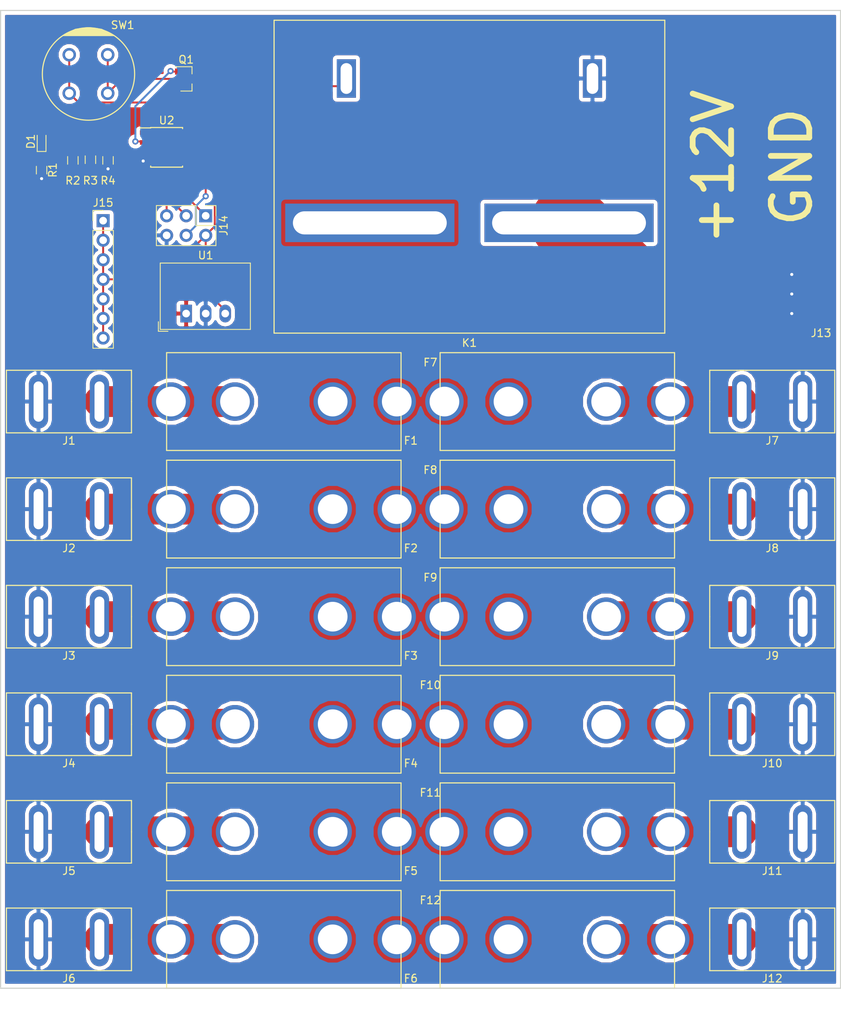
<source format=kicad_pcb>
(kicad_pcb (version 20171130) (host pcbnew "(5.0.2)-1")

  (general
    (thickness 1.6)
    (drawings 6)
    (tracks 100)
    (zones 0)
    (modules 37)
    (nets 26)
  )

  (page A4)
  (layers
    (0 F.Cu signal)
    (31 B.Cu signal)
    (32 B.Adhes user)
    (33 F.Adhes user)
    (34 B.Paste user)
    (35 F.Paste user)
    (36 B.SilkS user)
    (37 F.SilkS user)
    (38 B.Mask user)
    (39 F.Mask user)
    (40 Dwgs.User user)
    (41 Cmts.User user)
    (42 Eco1.User user)
    (43 Eco2.User user)
    (44 Edge.Cuts user)
    (45 Margin user)
    (46 B.CrtYd user)
    (47 F.CrtYd user)
    (48 B.Fab user)
    (49 F.Fab user)
  )

  (setup
    (last_trace_width 0.25)
    (trace_clearance 0.2)
    (zone_clearance 0.508)
    (zone_45_only no)
    (trace_min 0.2)
    (segment_width 0.2)
    (edge_width 0.15)
    (via_size 0.8)
    (via_drill 0.4)
    (via_min_size 0.4)
    (via_min_drill 0.3)
    (uvia_size 0.3)
    (uvia_drill 0.1)
    (uvias_allowed no)
    (uvia_min_size 0.2)
    (uvia_min_drill 0.1)
    (pcb_text_width 0.3)
    (pcb_text_size 1.5 1.5)
    (mod_edge_width 0.15)
    (mod_text_size 1 1)
    (mod_text_width 0.15)
    (pad_size 1.524 1.524)
    (pad_drill 0.762)
    (pad_to_mask_clearance 0.051)
    (solder_mask_min_width 0.25)
    (aux_axis_origin 0 0)
    (visible_elements 7FFFFFFF)
    (pcbplotparams
      (layerselection 0x010fc_ffffffff)
      (usegerberextensions true)
      (usegerberattributes false)
      (usegerberadvancedattributes false)
      (creategerberjobfile false)
      (excludeedgelayer true)
      (linewidth 0.100000)
      (plotframeref false)
      (viasonmask false)
      (mode 1)
      (useauxorigin false)
      (hpglpennumber 1)
      (hpglpenspeed 20)
      (hpglpendiameter 15.000000)
      (psnegative false)
      (psa4output false)
      (plotreference true)
      (plotvalue true)
      (plotinvisibletext false)
      (padsonsilk false)
      (subtractmaskfromsilk false)
      (outputformat 1)
      (mirror false)
      (drillshape 0)
      (scaleselection 1)
      (outputdirectory "Gerber/"))
  )

  (net 0 "")
  (net 1 /MOSI)
  (net 2 +5V)
  (net 3 /SCK)
  (net 4 /MISO)
  (net 5 /RESET)
  (net 6 GND)
  (net 7 /Vbat)
  (net 8 "Net-(K1-Pad6)")
  (net 9 /Battery_Control)
  (net 10 +12V)
  (net 11 "Net-(F1-Pad1)")
  (net 12 "Net-(F2-Pad1)")
  (net 13 "Net-(F3-Pad1)")
  (net 14 "Net-(F4-Pad1)")
  (net 15 "Net-(F5-Pad1)")
  (net 16 "Net-(F6-Pad1)")
  (net 17 "Net-(F7-Pad1)")
  (net 18 "Net-(F8-Pad1)")
  (net 19 "Net-(F9-Pad1)")
  (net 20 "Net-(F10-Pad1)")
  (net 21 "Net-(F11-Pad1)")
  (net 22 "Net-(F12-Pad1)")
  (net 23 "Net-(D1-Pad1)")
  (net 24 "Net-(R2-Pad2)")
  (net 25 "Net-(R3-Pad2)")

  (net_class Default "This is the default net class."
    (clearance 0.2)
    (trace_width 0.25)
    (via_dia 0.8)
    (via_drill 0.4)
    (uvia_dia 0.3)
    (uvia_drill 0.1)
    (add_net +12V)
    (add_net +5V)
    (add_net /Battery_Control)
    (add_net /MISO)
    (add_net /MOSI)
    (add_net /RESET)
    (add_net /SCK)
    (add_net /Vbat)
    (add_net GND)
    (add_net "Net-(D1-Pad1)")
    (add_net "Net-(F1-Pad1)")
    (add_net "Net-(F10-Pad1)")
    (add_net "Net-(F11-Pad1)")
    (add_net "Net-(F12-Pad1)")
    (add_net "Net-(F2-Pad1)")
    (add_net "Net-(F3-Pad1)")
    (add_net "Net-(F4-Pad1)")
    (add_net "Net-(F5-Pad1)")
    (add_net "Net-(F6-Pad1)")
    (add_net "Net-(F7-Pad1)")
    (add_net "Net-(F8-Pad1)")
    (add_net "Net-(F9-Pad1)")
    (add_net "Net-(K1-Pad6)")
    (add_net "Net-(R2-Pad2)")
    (add_net "Net-(R3-Pad2)")
  )

  (module Connector_PinHeader_2.54mm:PinHeader_2x03_P2.54mm_Vertical (layer F.Cu) (tedit 59FED5CC) (tstamp 5C61A567)
    (at 69.85 67.31 270)
    (descr "Through hole straight pin header, 2x03, 2.54mm pitch, double rows")
    (tags "Through hole pin header THT 2x03 2.54mm double row")
    (path /5C6016C4)
    (fp_text reference J14 (at 1.27 -2.33 270) (layer F.SilkS)
      (effects (font (size 1 1) (thickness 0.15)))
    )
    (fp_text value Conn_02x03_Odd_Even (at 1.27 7.41 270) (layer F.Fab)
      (effects (font (size 1 1) (thickness 0.15)))
    )
    (fp_line (start 0 -1.27) (end 3.81 -1.27) (layer F.Fab) (width 0.1))
    (fp_line (start 3.81 -1.27) (end 3.81 6.35) (layer F.Fab) (width 0.1))
    (fp_line (start 3.81 6.35) (end -1.27 6.35) (layer F.Fab) (width 0.1))
    (fp_line (start -1.27 6.35) (end -1.27 0) (layer F.Fab) (width 0.1))
    (fp_line (start -1.27 0) (end 0 -1.27) (layer F.Fab) (width 0.1))
    (fp_line (start -1.33 6.41) (end 3.87 6.41) (layer F.SilkS) (width 0.12))
    (fp_line (start -1.33 1.27) (end -1.33 6.41) (layer F.SilkS) (width 0.12))
    (fp_line (start 3.87 -1.33) (end 3.87 6.41) (layer F.SilkS) (width 0.12))
    (fp_line (start -1.33 1.27) (end 1.27 1.27) (layer F.SilkS) (width 0.12))
    (fp_line (start 1.27 1.27) (end 1.27 -1.33) (layer F.SilkS) (width 0.12))
    (fp_line (start 1.27 -1.33) (end 3.87 -1.33) (layer F.SilkS) (width 0.12))
    (fp_line (start -1.33 0) (end -1.33 -1.33) (layer F.SilkS) (width 0.12))
    (fp_line (start -1.33 -1.33) (end 0 -1.33) (layer F.SilkS) (width 0.12))
    (fp_line (start -1.8 -1.8) (end -1.8 6.85) (layer F.CrtYd) (width 0.05))
    (fp_line (start -1.8 6.85) (end 4.35 6.85) (layer F.CrtYd) (width 0.05))
    (fp_line (start 4.35 6.85) (end 4.35 -1.8) (layer F.CrtYd) (width 0.05))
    (fp_line (start 4.35 -1.8) (end -1.8 -1.8) (layer F.CrtYd) (width 0.05))
    (fp_text user %R (at 1.27 2.54) (layer F.Fab)
      (effects (font (size 1 1) (thickness 0.15)))
    )
    (pad 1 thru_hole rect (at 0 0 270) (size 1.7 1.7) (drill 1) (layers *.Cu *.Mask)
      (net 1 /MOSI))
    (pad 2 thru_hole oval (at 2.54 0 270) (size 1.7 1.7) (drill 1) (layers *.Cu *.Mask)
      (net 2 +5V))
    (pad 3 thru_hole oval (at 0 2.54 270) (size 1.7 1.7) (drill 1) (layers *.Cu *.Mask)
      (net 3 /SCK))
    (pad 4 thru_hole oval (at 2.54 2.54 270) (size 1.7 1.7) (drill 1) (layers *.Cu *.Mask)
      (net 4 /MISO))
    (pad 5 thru_hole oval (at 0 5.08 270) (size 1.7 1.7) (drill 1) (layers *.Cu *.Mask)
      (net 5 /RESET))
    (pad 6 thru_hole oval (at 2.54 5.08 270) (size 1.7 1.7) (drill 1) (layers *.Cu *.Mask)
      (net 6 GND))
    (model ${KISYS3DMOD}/Connector_PinHeader_2.54mm.3dshapes/PinHeader_2x03_P2.54mm_Vertical.wrl
      (at (xyz 0 0 0))
      (scale (xyz 1 1 1))
      (rotate (xyz 0 0 0))
    )
  )

  (module TO_SOT_Packages_SMD:SOT-23 (layer F.Cu) (tedit 58CE4E7E) (tstamp 5C601206)
    (at 67.31 49.53)
    (descr "SOT-23, Standard")
    (tags SOT-23)
    (path /5C5F5173)
    (attr smd)
    (fp_text reference Q1 (at 0 -2.5) (layer F.SilkS)
      (effects (font (size 1 1) (thickness 0.15)))
    )
    (fp_text value Q_NMOS_GSD (at 0 2.5) (layer F.Fab)
      (effects (font (size 1 1) (thickness 0.15)))
    )
    (fp_line (start 0.76 1.58) (end -0.7 1.58) (layer F.SilkS) (width 0.12))
    (fp_line (start 0.76 -1.58) (end -1.4 -1.58) (layer F.SilkS) (width 0.12))
    (fp_line (start -1.7 1.75) (end -1.7 -1.75) (layer F.CrtYd) (width 0.05))
    (fp_line (start 1.7 1.75) (end -1.7 1.75) (layer F.CrtYd) (width 0.05))
    (fp_line (start 1.7 -1.75) (end 1.7 1.75) (layer F.CrtYd) (width 0.05))
    (fp_line (start -1.7 -1.75) (end 1.7 -1.75) (layer F.CrtYd) (width 0.05))
    (fp_line (start 0.76 -1.58) (end 0.76 -0.65) (layer F.SilkS) (width 0.12))
    (fp_line (start 0.76 1.58) (end 0.76 0.65) (layer F.SilkS) (width 0.12))
    (fp_line (start -0.7 1.52) (end 0.7 1.52) (layer F.Fab) (width 0.1))
    (fp_line (start 0.7 -1.52) (end 0.7 1.52) (layer F.Fab) (width 0.1))
    (fp_line (start -0.7 -0.95) (end -0.15 -1.52) (layer F.Fab) (width 0.1))
    (fp_line (start -0.15 -1.52) (end 0.7 -1.52) (layer F.Fab) (width 0.1))
    (fp_line (start -0.7 -0.95) (end -0.7 1.5) (layer F.Fab) (width 0.1))
    (fp_text user %R (at 0 0 90) (layer F.Fab)
      (effects (font (size 0.5 0.5) (thickness 0.075)))
    )
    (pad 3 smd rect (at 1 0) (size 0.9 0.8) (layers F.Cu F.Paste F.Mask)
      (net 7 /Vbat))
    (pad 2 smd rect (at -1 0.95) (size 0.9 0.8) (layers F.Cu F.Paste F.Mask)
      (net 8 "Net-(K1-Pad6)"))
    (pad 1 smd rect (at -1 -0.95) (size 0.9 0.8) (layers F.Cu F.Paste F.Mask)
      (net 9 /Battery_Control))
    (model ${KISYS3DMOD}/TO_SOT_Packages_SMD.3dshapes/SOT-23.wrl
      (at (xyz 0 0 0))
      (scale (xyz 1 1 1))
      (rotate (xyz 0 0 0))
    )
  )

  (module Housings_SOIC:SOIC-8_3.9x4.9mm_Pitch1.27mm (layer F.Cu) (tedit 58CD0CDA) (tstamp 5C601223)
    (at 64.77 58.42)
    (descr "8-Lead Plastic Small Outline (SN) - Narrow, 3.90 mm Body [SOIC] (see Microchip Packaging Specification 00000049BS.pdf)")
    (tags "SOIC 1.27")
    (path /5C6014E2)
    (attr smd)
    (fp_text reference U2 (at 0 -3.5) (layer F.SilkS)
      (effects (font (size 1 1) (thickness 0.15)))
    )
    (fp_text value ATtiny85-20SU (at 0 3.5) (layer F.Fab)
      (effects (font (size 1 1) (thickness 0.15)))
    )
    (fp_line (start -2.075 -2.525) (end -3.475 -2.525) (layer F.SilkS) (width 0.15))
    (fp_line (start -2.075 2.575) (end 2.075 2.575) (layer F.SilkS) (width 0.15))
    (fp_line (start -2.075 -2.575) (end 2.075 -2.575) (layer F.SilkS) (width 0.15))
    (fp_line (start -2.075 2.575) (end -2.075 2.43) (layer F.SilkS) (width 0.15))
    (fp_line (start 2.075 2.575) (end 2.075 2.43) (layer F.SilkS) (width 0.15))
    (fp_line (start 2.075 -2.575) (end 2.075 -2.43) (layer F.SilkS) (width 0.15))
    (fp_line (start -2.075 -2.575) (end -2.075 -2.525) (layer F.SilkS) (width 0.15))
    (fp_line (start -3.73 2.7) (end 3.73 2.7) (layer F.CrtYd) (width 0.05))
    (fp_line (start -3.73 -2.7) (end 3.73 -2.7) (layer F.CrtYd) (width 0.05))
    (fp_line (start 3.73 -2.7) (end 3.73 2.7) (layer F.CrtYd) (width 0.05))
    (fp_line (start -3.73 -2.7) (end -3.73 2.7) (layer F.CrtYd) (width 0.05))
    (fp_line (start -1.95 -1.45) (end -0.95 -2.45) (layer F.Fab) (width 0.1))
    (fp_line (start -1.95 2.45) (end -1.95 -1.45) (layer F.Fab) (width 0.1))
    (fp_line (start 1.95 2.45) (end -1.95 2.45) (layer F.Fab) (width 0.1))
    (fp_line (start 1.95 -2.45) (end 1.95 2.45) (layer F.Fab) (width 0.1))
    (fp_line (start -0.95 -2.45) (end 1.95 -2.45) (layer F.Fab) (width 0.1))
    (fp_text user %R (at 0 0) (layer F.Fab)
      (effects (font (size 1 1) (thickness 0.15)))
    )
    (pad 8 smd rect (at 2.7 -1.905) (size 1.55 0.6) (layers F.Cu F.Paste F.Mask)
      (net 2 +5V))
    (pad 7 smd rect (at 2.7 -0.635) (size 1.55 0.6) (layers F.Cu F.Paste F.Mask)
      (net 3 /SCK))
    (pad 6 smd rect (at 2.7 0.635) (size 1.55 0.6) (layers F.Cu F.Paste F.Mask)
      (net 4 /MISO))
    (pad 5 smd rect (at 2.7 1.905) (size 1.55 0.6) (layers F.Cu F.Paste F.Mask)
      (net 1 /MOSI))
    (pad 4 smd rect (at -2.7 1.905) (size 1.55 0.6) (layers F.Cu F.Paste F.Mask)
      (net 6 GND))
    (pad 3 smd rect (at -2.7 0.635) (size 1.55 0.6) (layers F.Cu F.Paste F.Mask)
      (net 25 "Net-(R3-Pad2)"))
    (pad 2 smd rect (at -2.7 -0.635) (size 1.55 0.6) (layers F.Cu F.Paste F.Mask)
      (net 9 /Battery_Control))
    (pad 1 smd rect (at -2.7 -1.905) (size 1.55 0.6) (layers F.Cu F.Paste F.Mask)
      (net 5 /RESET))
    (model ${KISYS3DMOD}/Housings_SOIC.3dshapes/SOIC-8_3.9x4.9mm_Pitch1.27mm.wrl
      (at (xyz 0 0 0))
      (scale (xyz 1 1 1))
      (rotate (xyz 0 0 0))
    )
  )

  (module "Kicad_Fprint:3555-2 Maxi FuseHolder" (layer F.Cu) (tedit 5C5F2DE6) (tstamp 5C6192AD)
    (at 80.01 91.44)
    (path /5C5F2E4F)
    (fp_text reference F1 (at 16.51 5.08) (layer F.SilkS)
      (effects (font (size 1 1) (thickness 0.15)))
    )
    (fp_text value 60A (at 0 -10.16) (layer F.Fab)
      (effects (font (size 1 1) (thickness 0.15)))
    )
    (fp_line (start -15.24 -6.35) (end 15.24 -6.35) (layer F.SilkS) (width 0.15))
    (fp_line (start -15.24 6.35) (end -15.24 -6.35) (layer F.SilkS) (width 0.15))
    (fp_line (start 15.24 6.35) (end -15.24 6.35) (layer F.SilkS) (width 0.15))
    (fp_line (start 15.24 -6.35) (end 15.24 6.35) (layer F.SilkS) (width 0.15))
    (pad 2 thru_hole circle (at 14.68 0) (size 5 5) (drill 3.86) (layers *.Cu *.Mask)
      (net 10 +12V))
    (pad 2 thru_hole circle (at 6.35 0) (size 5 5) (drill 3.86) (layers *.Cu *.Mask)
      (net 10 +12V))
    (pad 1 thru_hole circle (at -14.68 0) (size 5 5) (drill 3.86) (layers *.Cu *.Mask)
      (net 11 "Net-(F1-Pad1)"))
    (pad 1 thru_hole circle (at -6.35 0) (size 5 5) (drill 3.86) (layers *.Cu *.Mask)
      (net 11 "Net-(F1-Pad1)"))
  )

  (module "Kicad_Fprint:3555-2 Maxi FuseHolder" (layer F.Cu) (tedit 5C5F2DE6) (tstamp 5C6192B9)
    (at 80.01 105.41)
    (path /5C60DBCC)
    (fp_text reference F2 (at 16.51 5.08) (layer F.SilkS)
      (effects (font (size 1 1) (thickness 0.15)))
    )
    (fp_text value 60A (at 0 -10.16) (layer F.Fab)
      (effects (font (size 1 1) (thickness 0.15)))
    )
    (fp_line (start 15.24 -6.35) (end 15.24 6.35) (layer F.SilkS) (width 0.15))
    (fp_line (start 15.24 6.35) (end -15.24 6.35) (layer F.SilkS) (width 0.15))
    (fp_line (start -15.24 6.35) (end -15.24 -6.35) (layer F.SilkS) (width 0.15))
    (fp_line (start -15.24 -6.35) (end 15.24 -6.35) (layer F.SilkS) (width 0.15))
    (pad 1 thru_hole circle (at -6.35 0) (size 5 5) (drill 3.86) (layers *.Cu *.Mask)
      (net 12 "Net-(F2-Pad1)"))
    (pad 1 thru_hole circle (at -14.68 0) (size 5 5) (drill 3.86) (layers *.Cu *.Mask)
      (net 12 "Net-(F2-Pad1)"))
    (pad 2 thru_hole circle (at 6.35 0) (size 5 5) (drill 3.86) (layers *.Cu *.Mask)
      (net 10 +12V))
    (pad 2 thru_hole circle (at 14.68 0) (size 5 5) (drill 3.86) (layers *.Cu *.Mask)
      (net 10 +12V))
  )

  (module "Kicad_Fprint:3555-2 Maxi FuseHolder" (layer F.Cu) (tedit 5C5F2DE6) (tstamp 5C6192C5)
    (at 80.01 119.38)
    (path /5C60DC10)
    (fp_text reference F3 (at 16.51 5.08) (layer F.SilkS)
      (effects (font (size 1 1) (thickness 0.15)))
    )
    (fp_text value 60A (at 0 -10.16) (layer F.Fab)
      (effects (font (size 1 1) (thickness 0.15)))
    )
    (fp_line (start -15.24 -6.35) (end 15.24 -6.35) (layer F.SilkS) (width 0.15))
    (fp_line (start -15.24 6.35) (end -15.24 -6.35) (layer F.SilkS) (width 0.15))
    (fp_line (start 15.24 6.35) (end -15.24 6.35) (layer F.SilkS) (width 0.15))
    (fp_line (start 15.24 -6.35) (end 15.24 6.35) (layer F.SilkS) (width 0.15))
    (pad 2 thru_hole circle (at 14.68 0) (size 5 5) (drill 3.86) (layers *.Cu *.Mask)
      (net 10 +12V))
    (pad 2 thru_hole circle (at 6.35 0) (size 5 5) (drill 3.86) (layers *.Cu *.Mask)
      (net 10 +12V))
    (pad 1 thru_hole circle (at -14.68 0) (size 5 5) (drill 3.86) (layers *.Cu *.Mask)
      (net 13 "Net-(F3-Pad1)"))
    (pad 1 thru_hole circle (at -6.35 0) (size 5 5) (drill 3.86) (layers *.Cu *.Mask)
      (net 13 "Net-(F3-Pad1)"))
  )

  (module "Kicad_Fprint:3555-2 Maxi FuseHolder" (layer F.Cu) (tedit 5C5F2DE6) (tstamp 5C6192D1)
    (at 80.01 133.35)
    (path /5C60DC5A)
    (fp_text reference F4 (at 16.51 5.08) (layer F.SilkS)
      (effects (font (size 1 1) (thickness 0.15)))
    )
    (fp_text value 60A (at 0 -10.16) (layer F.Fab)
      (effects (font (size 1 1) (thickness 0.15)))
    )
    (fp_line (start 15.24 -6.35) (end 15.24 6.35) (layer F.SilkS) (width 0.15))
    (fp_line (start 15.24 6.35) (end -15.24 6.35) (layer F.SilkS) (width 0.15))
    (fp_line (start -15.24 6.35) (end -15.24 -6.35) (layer F.SilkS) (width 0.15))
    (fp_line (start -15.24 -6.35) (end 15.24 -6.35) (layer F.SilkS) (width 0.15))
    (pad 1 thru_hole circle (at -6.35 0) (size 5 5) (drill 3.86) (layers *.Cu *.Mask)
      (net 14 "Net-(F4-Pad1)"))
    (pad 1 thru_hole circle (at -14.68 0) (size 5 5) (drill 3.86) (layers *.Cu *.Mask)
      (net 14 "Net-(F4-Pad1)"))
    (pad 2 thru_hole circle (at 6.35 0) (size 5 5) (drill 3.86) (layers *.Cu *.Mask)
      (net 10 +12V))
    (pad 2 thru_hole circle (at 14.68 0) (size 5 5) (drill 3.86) (layers *.Cu *.Mask)
      (net 10 +12V))
  )

  (module "Kicad_Fprint:3555-2 Maxi FuseHolder" (layer F.Cu) (tedit 5C5F2DE6) (tstamp 5C6192DD)
    (at 80.01 147.32)
    (path /5C60DC9E)
    (fp_text reference F5 (at 16.51 5.08) (layer F.SilkS)
      (effects (font (size 1 1) (thickness 0.15)))
    )
    (fp_text value 60A (at 0 -10.16) (layer F.Fab)
      (effects (font (size 1 1) (thickness 0.15)))
    )
    (fp_line (start 15.24 -6.35) (end 15.24 6.35) (layer F.SilkS) (width 0.15))
    (fp_line (start 15.24 6.35) (end -15.24 6.35) (layer F.SilkS) (width 0.15))
    (fp_line (start -15.24 6.35) (end -15.24 -6.35) (layer F.SilkS) (width 0.15))
    (fp_line (start -15.24 -6.35) (end 15.24 -6.35) (layer F.SilkS) (width 0.15))
    (pad 1 thru_hole circle (at -6.35 0) (size 5 5) (drill 3.86) (layers *.Cu *.Mask)
      (net 15 "Net-(F5-Pad1)"))
    (pad 1 thru_hole circle (at -14.68 0) (size 5 5) (drill 3.86) (layers *.Cu *.Mask)
      (net 15 "Net-(F5-Pad1)"))
    (pad 2 thru_hole circle (at 6.35 0) (size 5 5) (drill 3.86) (layers *.Cu *.Mask)
      (net 10 +12V))
    (pad 2 thru_hole circle (at 14.68 0) (size 5 5) (drill 3.86) (layers *.Cu *.Mask)
      (net 10 +12V))
  )

  (module "Kicad_Fprint:3555-2 Maxi FuseHolder" (layer F.Cu) (tedit 5C5F2DE6) (tstamp 5C6192E9)
    (at 80.01 161.29)
    (path /5C60DCE2)
    (fp_text reference F6 (at 16.51 5.08) (layer F.SilkS)
      (effects (font (size 1 1) (thickness 0.15)))
    )
    (fp_text value 60A (at 0 -10.16) (layer F.Fab)
      (effects (font (size 1 1) (thickness 0.15)))
    )
    (fp_line (start -15.24 -6.35) (end 15.24 -6.35) (layer F.SilkS) (width 0.15))
    (fp_line (start -15.24 6.35) (end -15.24 -6.35) (layer F.SilkS) (width 0.15))
    (fp_line (start 15.24 6.35) (end -15.24 6.35) (layer F.SilkS) (width 0.15))
    (fp_line (start 15.24 -6.35) (end 15.24 6.35) (layer F.SilkS) (width 0.15))
    (pad 2 thru_hole circle (at 14.68 0) (size 5 5) (drill 3.86) (layers *.Cu *.Mask)
      (net 10 +12V))
    (pad 2 thru_hole circle (at 6.35 0) (size 5 5) (drill 3.86) (layers *.Cu *.Mask)
      (net 10 +12V))
    (pad 1 thru_hole circle (at -14.68 0) (size 5 5) (drill 3.86) (layers *.Cu *.Mask)
      (net 16 "Net-(F6-Pad1)"))
    (pad 1 thru_hole circle (at -6.35 0) (size 5 5) (drill 3.86) (layers *.Cu *.Mask)
      (net 16 "Net-(F6-Pad1)"))
  )

  (module "Kicad_Fprint:3555-2 Maxi FuseHolder" (layer F.Cu) (tedit 5C5F2DE6) (tstamp 5C6192F5)
    (at 115.57 91.44 180)
    (path /5C60DF61)
    (fp_text reference F7 (at 16.51 5.08 180) (layer F.SilkS)
      (effects (font (size 1 1) (thickness 0.15)))
    )
    (fp_text value 60A (at 0 -10.16 180) (layer F.Fab)
      (effects (font (size 1 1) (thickness 0.15)))
    )
    (fp_line (start -15.24 -6.35) (end 15.24 -6.35) (layer F.SilkS) (width 0.15))
    (fp_line (start -15.24 6.35) (end -15.24 -6.35) (layer F.SilkS) (width 0.15))
    (fp_line (start 15.24 6.35) (end -15.24 6.35) (layer F.SilkS) (width 0.15))
    (fp_line (start 15.24 -6.35) (end 15.24 6.35) (layer F.SilkS) (width 0.15))
    (pad 2 thru_hole circle (at 14.68 0 180) (size 5 5) (drill 3.86) (layers *.Cu *.Mask)
      (net 10 +12V))
    (pad 2 thru_hole circle (at 6.35 0 180) (size 5 5) (drill 3.86) (layers *.Cu *.Mask)
      (net 10 +12V))
    (pad 1 thru_hole circle (at -14.68 0 180) (size 5 5) (drill 3.86) (layers *.Cu *.Mask)
      (net 17 "Net-(F7-Pad1)"))
    (pad 1 thru_hole circle (at -6.35 0 180) (size 5 5) (drill 3.86) (layers *.Cu *.Mask)
      (net 17 "Net-(F7-Pad1)"))
  )

  (module "Kicad_Fprint:3555-2 Maxi FuseHolder" (layer F.Cu) (tedit 5C5F2DE6) (tstamp 5C619301)
    (at 115.57 105.41 180)
    (path /5C60DF0B)
    (fp_text reference F8 (at 16.51 5.08 180) (layer F.SilkS)
      (effects (font (size 1 1) (thickness 0.15)))
    )
    (fp_text value 60A (at 0 -10.16 180) (layer F.Fab)
      (effects (font (size 1 1) (thickness 0.15)))
    )
    (fp_line (start 15.24 -6.35) (end 15.24 6.35) (layer F.SilkS) (width 0.15))
    (fp_line (start 15.24 6.35) (end -15.24 6.35) (layer F.SilkS) (width 0.15))
    (fp_line (start -15.24 6.35) (end -15.24 -6.35) (layer F.SilkS) (width 0.15))
    (fp_line (start -15.24 -6.35) (end 15.24 -6.35) (layer F.SilkS) (width 0.15))
    (pad 1 thru_hole circle (at -6.35 0 180) (size 5 5) (drill 3.86) (layers *.Cu *.Mask)
      (net 18 "Net-(F8-Pad1)"))
    (pad 1 thru_hole circle (at -14.68 0 180) (size 5 5) (drill 3.86) (layers *.Cu *.Mask)
      (net 18 "Net-(F8-Pad1)"))
    (pad 2 thru_hole circle (at 6.35 0 180) (size 5 5) (drill 3.86) (layers *.Cu *.Mask)
      (net 10 +12V))
    (pad 2 thru_hole circle (at 14.68 0 180) (size 5 5) (drill 3.86) (layers *.Cu *.Mask)
      (net 10 +12V))
  )

  (module "Kicad_Fprint:3555-2 Maxi FuseHolder" (layer F.Cu) (tedit 5C5F2DE6) (tstamp 5C61930D)
    (at 115.57 119.38 180)
    (path /5C60DEB5)
    (fp_text reference F9 (at 16.51 5.08 180) (layer F.SilkS)
      (effects (font (size 1 1) (thickness 0.15)))
    )
    (fp_text value 60A (at 0 -10.16 180) (layer F.Fab)
      (effects (font (size 1 1) (thickness 0.15)))
    )
    (fp_line (start -15.24 -6.35) (end 15.24 -6.35) (layer F.SilkS) (width 0.15))
    (fp_line (start -15.24 6.35) (end -15.24 -6.35) (layer F.SilkS) (width 0.15))
    (fp_line (start 15.24 6.35) (end -15.24 6.35) (layer F.SilkS) (width 0.15))
    (fp_line (start 15.24 -6.35) (end 15.24 6.35) (layer F.SilkS) (width 0.15))
    (pad 2 thru_hole circle (at 14.68 0 180) (size 5 5) (drill 3.86) (layers *.Cu *.Mask)
      (net 10 +12V))
    (pad 2 thru_hole circle (at 6.35 0 180) (size 5 5) (drill 3.86) (layers *.Cu *.Mask)
      (net 10 +12V))
    (pad 1 thru_hole circle (at -14.68 0 180) (size 5 5) (drill 3.86) (layers *.Cu *.Mask)
      (net 19 "Net-(F9-Pad1)"))
    (pad 1 thru_hole circle (at -6.35 0 180) (size 5 5) (drill 3.86) (layers *.Cu *.Mask)
      (net 19 "Net-(F9-Pad1)"))
  )

  (module "Kicad_Fprint:3555-2 Maxi FuseHolder" (layer F.Cu) (tedit 5C5F2DE6) (tstamp 5C619319)
    (at 115.57 133.35 180)
    (path /5C60DE67)
    (fp_text reference F10 (at 16.51 5.08 180) (layer F.SilkS)
      (effects (font (size 1 1) (thickness 0.15)))
    )
    (fp_text value 60A (at 0 -10.16 180) (layer F.Fab)
      (effects (font (size 1 1) (thickness 0.15)))
    )
    (fp_line (start 15.24 -6.35) (end 15.24 6.35) (layer F.SilkS) (width 0.15))
    (fp_line (start 15.24 6.35) (end -15.24 6.35) (layer F.SilkS) (width 0.15))
    (fp_line (start -15.24 6.35) (end -15.24 -6.35) (layer F.SilkS) (width 0.15))
    (fp_line (start -15.24 -6.35) (end 15.24 -6.35) (layer F.SilkS) (width 0.15))
    (pad 1 thru_hole circle (at -6.35 0 180) (size 5 5) (drill 3.86) (layers *.Cu *.Mask)
      (net 20 "Net-(F10-Pad1)"))
    (pad 1 thru_hole circle (at -14.68 0 180) (size 5 5) (drill 3.86) (layers *.Cu *.Mask)
      (net 20 "Net-(F10-Pad1)"))
    (pad 2 thru_hole circle (at 6.35 0 180) (size 5 5) (drill 3.86) (layers *.Cu *.Mask)
      (net 10 +12V))
    (pad 2 thru_hole circle (at 14.68 0 180) (size 5 5) (drill 3.86) (layers *.Cu *.Mask)
      (net 10 +12V))
  )

  (module "Kicad_Fprint:3555-2 Maxi FuseHolder" (layer F.Cu) (tedit 5C5F2DE6) (tstamp 5C619325)
    (at 115.57 147.32 180)
    (path /5C60DDBC)
    (fp_text reference F11 (at 16.51 5.08 180) (layer F.SilkS)
      (effects (font (size 1 1) (thickness 0.15)))
    )
    (fp_text value 60A (at 0 -10.16 180) (layer F.Fab)
      (effects (font (size 1 1) (thickness 0.15)))
    )
    (fp_line (start -15.24 -6.35) (end 15.24 -6.35) (layer F.SilkS) (width 0.15))
    (fp_line (start -15.24 6.35) (end -15.24 -6.35) (layer F.SilkS) (width 0.15))
    (fp_line (start 15.24 6.35) (end -15.24 6.35) (layer F.SilkS) (width 0.15))
    (fp_line (start 15.24 -6.35) (end 15.24 6.35) (layer F.SilkS) (width 0.15))
    (pad 2 thru_hole circle (at 14.68 0 180) (size 5 5) (drill 3.86) (layers *.Cu *.Mask)
      (net 10 +12V))
    (pad 2 thru_hole circle (at 6.35 0 180) (size 5 5) (drill 3.86) (layers *.Cu *.Mask)
      (net 10 +12V))
    (pad 1 thru_hole circle (at -14.68 0 180) (size 5 5) (drill 3.86) (layers *.Cu *.Mask)
      (net 21 "Net-(F11-Pad1)"))
    (pad 1 thru_hole circle (at -6.35 0 180) (size 5 5) (drill 3.86) (layers *.Cu *.Mask)
      (net 21 "Net-(F11-Pad1)"))
  )

  (module "Kicad_Fprint:3555-2 Maxi FuseHolder" (layer F.Cu) (tedit 5C5F2DE6) (tstamp 5C619331)
    (at 115.57 161.29 180)
    (path /5C60DD2E)
    (fp_text reference F12 (at 16.51 5.08 180) (layer F.SilkS)
      (effects (font (size 1 1) (thickness 0.15)))
    )
    (fp_text value 60A (at 0 -10.16 180) (layer F.Fab)
      (effects (font (size 1 1) (thickness 0.15)))
    )
    (fp_line (start 15.24 -6.35) (end 15.24 6.35) (layer F.SilkS) (width 0.15))
    (fp_line (start 15.24 6.35) (end -15.24 6.35) (layer F.SilkS) (width 0.15))
    (fp_line (start -15.24 6.35) (end -15.24 -6.35) (layer F.SilkS) (width 0.15))
    (fp_line (start -15.24 -6.35) (end 15.24 -6.35) (layer F.SilkS) (width 0.15))
    (pad 1 thru_hole circle (at -6.35 0 180) (size 5 5) (drill 3.86) (layers *.Cu *.Mask)
      (net 22 "Net-(F12-Pad1)"))
    (pad 1 thru_hole circle (at -14.68 0 180) (size 5 5) (drill 3.86) (layers *.Cu *.Mask)
      (net 22 "Net-(F12-Pad1)"))
    (pad 2 thru_hole circle (at 6.35 0 180) (size 5 5) (drill 3.86) (layers *.Cu *.Mask)
      (net 10 +12V))
    (pad 2 thru_hole circle (at 14.68 0 180) (size 5 5) (drill 3.86) (layers *.Cu *.Mask)
      (net 10 +12V))
  )

  (module Kicad_Fprint:12AWG_SolderPad (layer F.Cu) (tedit 5C5F326F) (tstamp 5C61937F)
    (at 140.97 77.47 180)
    (path /5C5F6697)
    (fp_text reference J13 (at -8.89 -5.08 180) (layer F.SilkS)
      (effects (font (size 1 1) (thickness 0.15)))
    )
    (fp_text value Conn_01x02 (at 0 -7.62 180) (layer F.Fab)
      (effects (font (size 1 1) (thickness 0.15)))
    )
    (pad 1 smd rect (at -5 0 180) (size 5 10) (layers F.Cu F.Paste F.Mask)
      (net 6 GND))
    (pad 2 smd rect (at 5 0 180) (size 5 10) (layers F.Cu F.Paste F.Mask)
      (net 7 /Vbat))
  )

  (module Kicad_Fprint:HE1AN-W-DC24V-Y7 (layer F.Cu) (tedit 5C5F3B0E) (tstamp 5C61938B)
    (at 104.14 62.23 180)
    (path /5C4D0159)
    (fp_text reference K1 (at 0 -21.59 180) (layer F.SilkS)
      (effects (font (size 1 1) (thickness 0.15)))
    )
    (fp_text value DIPxx-1Axx-12x (at 0 -22.86 180) (layer F.Fab)
      (effects (font (size 1 1) (thickness 0.15)))
    )
    (fp_line (start 25.4 -20.32) (end 25.4 20.32) (layer F.SilkS) (width 0.15))
    (fp_line (start 25.4 20.32) (end -25.4 20.32) (layer F.SilkS) (width 0.15))
    (fp_line (start -25.4 20.32) (end -25.4 -20.32) (layer F.SilkS) (width 0.15))
    (fp_line (start -25.4 -20.32) (end 25.4 -20.32) (layer F.SilkS) (width 0.15))
    (pad 1 thru_hole rect (at -12.95 -6 180) (size 22 5) (drill oval 20 3) (layers *.Cu *.Mask)
      (net 7 /Vbat))
    (pad 7 thru_hole rect (at 12.95 -6 180) (size 22 5) (drill oval 20 3) (layers *.Cu *.Mask)
      (net 10 +12V))
    (pad 2 thru_hole rect (at -16 12.75 180) (size 2.5 5) (drill oval 1.5 4) (layers *.Cu *.Mask)
      (net 6 GND))
    (pad 6 thru_hole rect (at 16 12.75 180) (size 2.5 5) (drill oval 1.5 4) (layers *.Cu *.Mask)
      (net 8 "Net-(K1-Pad6)"))
  )

  (module Kicad_Fprint:PowerPole_45A_Vert (layer F.Cu) (tedit 5C5F55D8) (tstamp 5C619BCF)
    (at 52.07 91.44 270)
    (path /5C4CDBFD)
    (fp_text reference J1 (at 5.08 0) (layer F.SilkS)
      (effects (font (size 1 1) (thickness 0.15)))
    )
    (fp_text value Conn_01x02 (at 0 -12.7 270) (layer F.Fab)
      (effects (font (size 1 1) (thickness 0.15)))
    )
    (fp_line (start 0 -8.128) (end 4.064 -8.128) (layer F.SilkS) (width 0.15))
    (fp_line (start 4.064 -8.128) (end 4.064 8.128) (layer F.SilkS) (width 0.15))
    (fp_line (start 4.064 8.128) (end -4.064 8.128) (layer F.SilkS) (width 0.15))
    (fp_line (start -4.064 8.128) (end -4.064 -8.128) (layer F.SilkS) (width 0.15))
    (fp_line (start -4.064 -8.128) (end 0 -8.128) (layer F.SilkS) (width 0.15))
    (pad 1 thru_hole oval (at 0 -3.96 270) (size 7 2.5) (drill oval 5.23 1.27) (layers *.Cu *.Mask)
      (net 11 "Net-(F1-Pad1)"))
    (pad 2 thru_hole oval (at 0 3.96 270) (size 7 2.5) (drill oval 5.23 1.27) (layers *.Cu *.Mask)
      (net 6 GND))
  )

  (module Kicad_Fprint:PowerPole_45A_Vert (layer F.Cu) (tedit 5C5F55D8) (tstamp 5C619F41)
    (at 52.07 105.41 270)
    (path /5C60D917)
    (fp_text reference J2 (at 5.08 0) (layer F.SilkS)
      (effects (font (size 1 1) (thickness 0.15)))
    )
    (fp_text value Conn_01x02 (at 0 -12.7 270) (layer F.Fab)
      (effects (font (size 1 1) (thickness 0.15)))
    )
    (fp_line (start 0 -8.128) (end 4.064 -8.128) (layer F.SilkS) (width 0.15))
    (fp_line (start 4.064 -8.128) (end 4.064 8.128) (layer F.SilkS) (width 0.15))
    (fp_line (start 4.064 8.128) (end -4.064 8.128) (layer F.SilkS) (width 0.15))
    (fp_line (start -4.064 8.128) (end -4.064 -8.128) (layer F.SilkS) (width 0.15))
    (fp_line (start -4.064 -8.128) (end 0 -8.128) (layer F.SilkS) (width 0.15))
    (pad 1 thru_hole oval (at 0 -3.96 270) (size 7 2.5) (drill oval 5.23 1.27) (layers *.Cu *.Mask)
      (net 12 "Net-(F2-Pad1)"))
    (pad 2 thru_hole oval (at 0 3.96 270) (size 7 2.5) (drill oval 5.23 1.27) (layers *.Cu *.Mask)
      (net 6 GND))
  )

  (module Kicad_Fprint:PowerPole_45A_Vert (layer F.Cu) (tedit 5C5F55D8) (tstamp 5C619F4C)
    (at 52.07 119.38 270)
    (path /5C60D945)
    (fp_text reference J3 (at 5.08 0) (layer F.SilkS)
      (effects (font (size 1 1) (thickness 0.15)))
    )
    (fp_text value Conn_01x02 (at 0 -12.7 270) (layer F.Fab)
      (effects (font (size 1 1) (thickness 0.15)))
    )
    (fp_line (start -4.064 -8.128) (end 0 -8.128) (layer F.SilkS) (width 0.15))
    (fp_line (start -4.064 8.128) (end -4.064 -8.128) (layer F.SilkS) (width 0.15))
    (fp_line (start 4.064 8.128) (end -4.064 8.128) (layer F.SilkS) (width 0.15))
    (fp_line (start 4.064 -8.128) (end 4.064 8.128) (layer F.SilkS) (width 0.15))
    (fp_line (start 0 -8.128) (end 4.064 -8.128) (layer F.SilkS) (width 0.15))
    (pad 2 thru_hole oval (at 0 3.96 270) (size 7 2.5) (drill oval 5.23 1.27) (layers *.Cu *.Mask)
      (net 6 GND))
    (pad 1 thru_hole oval (at 0 -3.96 270) (size 7 2.5) (drill oval 5.23 1.27) (layers *.Cu *.Mask)
      (net 13 "Net-(F3-Pad1)"))
  )

  (module Kicad_Fprint:PowerPole_45A_Vert (layer F.Cu) (tedit 5C5F55D8) (tstamp 5C619F57)
    (at 52.07 133.35 270)
    (path /5C60D979)
    (fp_text reference J4 (at 5.08 0) (layer F.SilkS)
      (effects (font (size 1 1) (thickness 0.15)))
    )
    (fp_text value Conn_01x02 (at 0 -12.7 270) (layer F.Fab)
      (effects (font (size 1 1) (thickness 0.15)))
    )
    (fp_line (start 0 -8.128) (end 4.064 -8.128) (layer F.SilkS) (width 0.15))
    (fp_line (start 4.064 -8.128) (end 4.064 8.128) (layer F.SilkS) (width 0.15))
    (fp_line (start 4.064 8.128) (end -4.064 8.128) (layer F.SilkS) (width 0.15))
    (fp_line (start -4.064 8.128) (end -4.064 -8.128) (layer F.SilkS) (width 0.15))
    (fp_line (start -4.064 -8.128) (end 0 -8.128) (layer F.SilkS) (width 0.15))
    (pad 1 thru_hole oval (at 0 -3.96 270) (size 7 2.5) (drill oval 5.23 1.27) (layers *.Cu *.Mask)
      (net 14 "Net-(F4-Pad1)"))
    (pad 2 thru_hole oval (at 0 3.96 270) (size 7 2.5) (drill oval 5.23 1.27) (layers *.Cu *.Mask)
      (net 6 GND))
  )

  (module Kicad_Fprint:PowerPole_45A_Vert (layer F.Cu) (tedit 5C5F55D8) (tstamp 5C619F62)
    (at 52.07 147.32 270)
    (path /5C60D9A7)
    (fp_text reference J5 (at 5.08 0) (layer F.SilkS)
      (effects (font (size 1 1) (thickness 0.15)))
    )
    (fp_text value Conn_01x02 (at 0 -12.7 270) (layer F.Fab)
      (effects (font (size 1 1) (thickness 0.15)))
    )
    (fp_line (start -4.064 -8.128) (end 0 -8.128) (layer F.SilkS) (width 0.15))
    (fp_line (start -4.064 8.128) (end -4.064 -8.128) (layer F.SilkS) (width 0.15))
    (fp_line (start 4.064 8.128) (end -4.064 8.128) (layer F.SilkS) (width 0.15))
    (fp_line (start 4.064 -8.128) (end 4.064 8.128) (layer F.SilkS) (width 0.15))
    (fp_line (start 0 -8.128) (end 4.064 -8.128) (layer F.SilkS) (width 0.15))
    (pad 2 thru_hole oval (at 0 3.96 270) (size 7 2.5) (drill oval 5.23 1.27) (layers *.Cu *.Mask)
      (net 6 GND))
    (pad 1 thru_hole oval (at 0 -3.96 270) (size 7 2.5) (drill oval 5.23 1.27) (layers *.Cu *.Mask)
      (net 15 "Net-(F5-Pad1)"))
  )

  (module Kicad_Fprint:PowerPole_45A_Vert (layer F.Cu) (tedit 5C5F55D8) (tstamp 5C619F6D)
    (at 52.07 161.29 270)
    (path /5C60D9D7)
    (fp_text reference J6 (at 5.08 0) (layer F.SilkS)
      (effects (font (size 1 1) (thickness 0.15)))
    )
    (fp_text value Conn_01x02 (at 0 -12.7 270) (layer F.Fab)
      (effects (font (size 1 1) (thickness 0.15)))
    )
    (fp_line (start 0 -8.128) (end 4.064 -8.128) (layer F.SilkS) (width 0.15))
    (fp_line (start 4.064 -8.128) (end 4.064 8.128) (layer F.SilkS) (width 0.15))
    (fp_line (start 4.064 8.128) (end -4.064 8.128) (layer F.SilkS) (width 0.15))
    (fp_line (start -4.064 8.128) (end -4.064 -8.128) (layer F.SilkS) (width 0.15))
    (fp_line (start -4.064 -8.128) (end 0 -8.128) (layer F.SilkS) (width 0.15))
    (pad 1 thru_hole oval (at 0 -3.96 270) (size 7 2.5) (drill oval 5.23 1.27) (layers *.Cu *.Mask)
      (net 16 "Net-(F6-Pad1)"))
    (pad 2 thru_hole oval (at 0 3.96 270) (size 7 2.5) (drill oval 5.23 1.27) (layers *.Cu *.Mask)
      (net 6 GND))
  )

  (module Kicad_Fprint:PowerPole_45A_Vert (layer F.Cu) (tedit 5C5F55D8) (tstamp 5C619F78)
    (at 143.51 91.44 90)
    (path /5C60DB8E)
    (fp_text reference J7 (at -5.08 0 180) (layer F.SilkS)
      (effects (font (size 1 1) (thickness 0.15)))
    )
    (fp_text value Conn_01x02 (at 0 -12.7 90) (layer F.Fab)
      (effects (font (size 1 1) (thickness 0.15)))
    )
    (fp_line (start 0 -8.128) (end 4.064 -8.128) (layer F.SilkS) (width 0.15))
    (fp_line (start 4.064 -8.128) (end 4.064 8.128) (layer F.SilkS) (width 0.15))
    (fp_line (start 4.064 8.128) (end -4.064 8.128) (layer F.SilkS) (width 0.15))
    (fp_line (start -4.064 8.128) (end -4.064 -8.128) (layer F.SilkS) (width 0.15))
    (fp_line (start -4.064 -8.128) (end 0 -8.128) (layer F.SilkS) (width 0.15))
    (pad 1 thru_hole oval (at 0 -3.96 90) (size 7 2.5) (drill oval 5.23 1.27) (layers *.Cu *.Mask)
      (net 17 "Net-(F7-Pad1)"))
    (pad 2 thru_hole oval (at 0 3.96 90) (size 7 2.5) (drill oval 5.23 1.27) (layers *.Cu *.Mask)
      (net 6 GND))
  )

  (module Kicad_Fprint:PowerPole_45A_Vert (layer F.Cu) (tedit 5C5F55D8) (tstamp 5C619F83)
    (at 143.51 105.41 90)
    (path /5C60DB09)
    (fp_text reference J8 (at -5.08 0 180) (layer F.SilkS)
      (effects (font (size 1 1) (thickness 0.15)))
    )
    (fp_text value Conn_01x02 (at 0 -12.7 90) (layer F.Fab)
      (effects (font (size 1 1) (thickness 0.15)))
    )
    (fp_line (start -4.064 -8.128) (end 0 -8.128) (layer F.SilkS) (width 0.15))
    (fp_line (start -4.064 8.128) (end -4.064 -8.128) (layer F.SilkS) (width 0.15))
    (fp_line (start 4.064 8.128) (end -4.064 8.128) (layer F.SilkS) (width 0.15))
    (fp_line (start 4.064 -8.128) (end 4.064 8.128) (layer F.SilkS) (width 0.15))
    (fp_line (start 0 -8.128) (end 4.064 -8.128) (layer F.SilkS) (width 0.15))
    (pad 2 thru_hole oval (at 0 3.96 90) (size 7 2.5) (drill oval 5.23 1.27) (layers *.Cu *.Mask)
      (net 6 GND))
    (pad 1 thru_hole oval (at 0 -3.96 90) (size 7 2.5) (drill oval 5.23 1.27) (layers *.Cu *.Mask)
      (net 18 "Net-(F8-Pad1)"))
  )

  (module Kicad_Fprint:PowerPole_45A_Vert (layer F.Cu) (tedit 5C5F55D8) (tstamp 5C619F8E)
    (at 143.51 119.38 90)
    (path /5C60DACF)
    (fp_text reference J9 (at -5.08 0 180) (layer F.SilkS)
      (effects (font (size 1 1) (thickness 0.15)))
    )
    (fp_text value Conn_01x02 (at 0 -12.7 90) (layer F.Fab)
      (effects (font (size 1 1) (thickness 0.15)))
    )
    (fp_line (start 0 -8.128) (end 4.064 -8.128) (layer F.SilkS) (width 0.15))
    (fp_line (start 4.064 -8.128) (end 4.064 8.128) (layer F.SilkS) (width 0.15))
    (fp_line (start 4.064 8.128) (end -4.064 8.128) (layer F.SilkS) (width 0.15))
    (fp_line (start -4.064 8.128) (end -4.064 -8.128) (layer F.SilkS) (width 0.15))
    (fp_line (start -4.064 -8.128) (end 0 -8.128) (layer F.SilkS) (width 0.15))
    (pad 1 thru_hole oval (at 0 -3.96 90) (size 7 2.5) (drill oval 5.23 1.27) (layers *.Cu *.Mask)
      (net 19 "Net-(F9-Pad1)"))
    (pad 2 thru_hole oval (at 0 3.96 90) (size 7 2.5) (drill oval 5.23 1.27) (layers *.Cu *.Mask)
      (net 6 GND))
  )

  (module Kicad_Fprint:PowerPole_45A_Vert (layer F.Cu) (tedit 5C5F55D8) (tstamp 5C619F99)
    (at 143.51 133.35 90)
    (path /5C60DA93)
    (fp_text reference J10 (at -5.08 0 180) (layer F.SilkS)
      (effects (font (size 1 1) (thickness 0.15)))
    )
    (fp_text value Conn_01x02 (at 0 -12.7 90) (layer F.Fab)
      (effects (font (size 1 1) (thickness 0.15)))
    )
    (fp_line (start -4.064 -8.128) (end 0 -8.128) (layer F.SilkS) (width 0.15))
    (fp_line (start -4.064 8.128) (end -4.064 -8.128) (layer F.SilkS) (width 0.15))
    (fp_line (start 4.064 8.128) (end -4.064 8.128) (layer F.SilkS) (width 0.15))
    (fp_line (start 4.064 -8.128) (end 4.064 8.128) (layer F.SilkS) (width 0.15))
    (fp_line (start 0 -8.128) (end 4.064 -8.128) (layer F.SilkS) (width 0.15))
    (pad 2 thru_hole oval (at 0 3.96 90) (size 7 2.5) (drill oval 5.23 1.27) (layers *.Cu *.Mask)
      (net 6 GND))
    (pad 1 thru_hole oval (at 0 -3.96 90) (size 7 2.5) (drill oval 5.23 1.27) (layers *.Cu *.Mask)
      (net 20 "Net-(F10-Pad1)"))
  )

  (module Kicad_Fprint:PowerPole_45A_Vert (layer F.Cu) (tedit 5C5F55D8) (tstamp 5C619FA4)
    (at 143.51 147.32 90)
    (path /5C60DA5D)
    (fp_text reference J11 (at -5.08 0 180) (layer F.SilkS)
      (effects (font (size 1 1) (thickness 0.15)))
    )
    (fp_text value Conn_01x02 (at 0 -12.7 90) (layer F.Fab)
      (effects (font (size 1 1) (thickness 0.15)))
    )
    (fp_line (start 0 -8.128) (end 4.064 -8.128) (layer F.SilkS) (width 0.15))
    (fp_line (start 4.064 -8.128) (end 4.064 8.128) (layer F.SilkS) (width 0.15))
    (fp_line (start 4.064 8.128) (end -4.064 8.128) (layer F.SilkS) (width 0.15))
    (fp_line (start -4.064 8.128) (end -4.064 -8.128) (layer F.SilkS) (width 0.15))
    (fp_line (start -4.064 -8.128) (end 0 -8.128) (layer F.SilkS) (width 0.15))
    (pad 1 thru_hole oval (at 0 -3.96 90) (size 7 2.5) (drill oval 5.23 1.27) (layers *.Cu *.Mask)
      (net 21 "Net-(F11-Pad1)"))
    (pad 2 thru_hole oval (at 0 3.96 90) (size 7 2.5) (drill oval 5.23 1.27) (layers *.Cu *.Mask)
      (net 6 GND))
  )

  (module Kicad_Fprint:PowerPole_45A_Vert (layer F.Cu) (tedit 5C5F55D8) (tstamp 5C619FAF)
    (at 143.51 161.29 90)
    (path /5C60DA11)
    (fp_text reference J12 (at -5.08 0 180) (layer F.SilkS)
      (effects (font (size 1 1) (thickness 0.15)))
    )
    (fp_text value Conn_01x02 (at 0 -12.7 90) (layer F.Fab)
      (effects (font (size 1 1) (thickness 0.15)))
    )
    (fp_line (start -4.064 -8.128) (end 0 -8.128) (layer F.SilkS) (width 0.15))
    (fp_line (start -4.064 8.128) (end -4.064 -8.128) (layer F.SilkS) (width 0.15))
    (fp_line (start 4.064 8.128) (end -4.064 8.128) (layer F.SilkS) (width 0.15))
    (fp_line (start 4.064 -8.128) (end 4.064 8.128) (layer F.SilkS) (width 0.15))
    (fp_line (start 0 -8.128) (end 4.064 -8.128) (layer F.SilkS) (width 0.15))
    (pad 2 thru_hole oval (at 0 3.96 90) (size 7 2.5) (drill oval 5.23 1.27) (layers *.Cu *.Mask)
      (net 6 GND))
    (pad 1 thru_hole oval (at 0 -3.96 90) (size 7 2.5) (drill oval 5.23 1.27) (layers *.Cu *.Mask)
      (net 22 "Net-(F12-Pad1)"))
  )

  (module Converter_DCDC:Converter_DCDC_RECOM_R-78E-0.5_THT (layer F.Cu) (tedit 5B741BB0) (tstamp 5C61AEFB)
    (at 67.31 80.01)
    (descr "DCDC-Converter, RECOM, RECOM_R-78E-0.5, SIP-3, pitch 2.54mm, package size 11.6x8.5x10.4mm^3, https://www.recom-power.com/pdf/Innoline/R-78Exx-0.5.pdf")
    (tags "dc-dc recom buck sip-3 pitch 2.54mm")
    (path /5C5F2C5B)
    (fp_text reference U1 (at 2.54 -7.56) (layer F.SilkS)
      (effects (font (size 1 1) (thickness 0.15)))
    )
    (fp_text value R-78E5.0-1.0 (at 2.54 3) (layer F.Fab)
      (effects (font (size 1 1) (thickness 0.15)))
    )
    (fp_line (start -3.31 -6.5) (end 8.29 -6.5) (layer F.Fab) (width 0.1))
    (fp_line (start 8.29 -6.5) (end 8.29 2) (layer F.Fab) (width 0.1))
    (fp_line (start 8.29 2) (end -2.31 2) (layer F.Fab) (width 0.1))
    (fp_line (start -2.31 2) (end -3.31 1) (layer F.Fab) (width 0.1))
    (fp_line (start -3.31 1) (end -3.31 -6.5) (layer F.Fab) (width 0.1))
    (fp_line (start -3.371 -6.56) (end 8.35 -6.56) (layer F.SilkS) (width 0.12))
    (fp_line (start -3.371 2.06) (end 8.35 2.06) (layer F.SilkS) (width 0.12))
    (fp_line (start -3.371 -6.56) (end -3.371 2.06) (layer F.SilkS) (width 0.12))
    (fp_line (start 8.35 -6.56) (end 8.35 2.06) (layer F.SilkS) (width 0.12))
    (fp_line (start -3.611 1.06) (end -3.611 2.3) (layer F.SilkS) (width 0.12))
    (fp_line (start -3.611 2.3) (end -2.371 2.3) (layer F.SilkS) (width 0.12))
    (fp_line (start -3.57 -6.75) (end -3.57 2.25) (layer F.CrtYd) (width 0.05))
    (fp_line (start -3.57 2.25) (end 8.54 2.25) (layer F.CrtYd) (width 0.05))
    (fp_line (start 8.54 2.25) (end 8.54 -6.75) (layer F.CrtYd) (width 0.05))
    (fp_line (start 8.54 -6.75) (end -3.57 -6.75) (layer F.CrtYd) (width 0.05))
    (fp_text user %R (at 2.54 -2.25) (layer F.Fab)
      (effects (font (size 1 1) (thickness 0.15)))
    )
    (pad 1 thru_hole rect (at 0 0) (size 1.5 2.3) (drill 1) (layers *.Cu *.Mask)
      (net 10 +12V))
    (pad 2 thru_hole oval (at 2.54 0) (size 1.5 2.3) (drill 1) (layers *.Cu *.Mask)
      (net 6 GND))
    (pad 3 thru_hole oval (at 5.08 0) (size 1.5 2.3) (drill 1) (layers *.Cu *.Mask)
      (net 2 +5V))
    (model ${KISYS3DMOD}/Converter_DCDC.3dshapes/Converter_DCDC_RECOM_R-78E-0.5_THT.wrl
      (at (xyz 0 0 0))
      (scale (xyz 1 1 1))
      (rotate (xyz 0 0 0))
    )
  )

  (module Diodes_SMD:D_0603 (layer F.Cu) (tedit 590CE922) (tstamp 5C6DEDBE)
    (at 48.514 57.658 90)
    (descr "Diode SMD in 0603 package http://datasheets.avx.com/schottky.pdf")
    (tags "smd diode")
    (path /5C6E1057)
    (attr smd)
    (fp_text reference D1 (at 0 -1.4 90) (layer F.SilkS)
      (effects (font (size 1 1) (thickness 0.15)))
    )
    (fp_text value LED (at 0 1.4 90) (layer F.Fab)
      (effects (font (size 1 1) (thickness 0.15)))
    )
    (fp_line (start -1.3 -0.57) (end 0.8 -0.57) (layer F.SilkS) (width 0.12))
    (fp_line (start -1.3 0.57) (end 0.8 0.57) (layer F.SilkS) (width 0.12))
    (fp_line (start -0.8 -0.45) (end 0.8 -0.45) (layer F.Fab) (width 0.1))
    (fp_line (start 0.8 -0.45) (end 0.8 0.45) (layer F.Fab) (width 0.1))
    (fp_line (start 0.8 0.45) (end -0.8 0.45) (layer F.Fab) (width 0.1))
    (fp_line (start -0.8 0.45) (end -0.8 -0.45) (layer F.Fab) (width 0.1))
    (fp_line (start 0.2 -0.2) (end -0.1 0) (layer F.Fab) (width 0.1))
    (fp_line (start -0.1 0) (end 0.2 0.2) (layer F.Fab) (width 0.1))
    (fp_line (start 0.2 0.2) (end 0.2 -0.2) (layer F.Fab) (width 0.1))
    (fp_line (start -0.1 -0.2) (end -0.1 0.2) (layer F.Fab) (width 0.1))
    (fp_line (start -0.1 0) (end -0.3 0) (layer F.Fab) (width 0.1))
    (fp_line (start 0.2 0) (end 0.4 0) (layer F.Fab) (width 0.1))
    (fp_line (start 1.4 -0.67) (end -1.4 -0.67) (layer F.CrtYd) (width 0.05))
    (fp_line (start -1.4 -0.67) (end -1.4 0.67) (layer F.CrtYd) (width 0.05))
    (fp_line (start -1.4 0.67) (end 1.4 0.67) (layer F.CrtYd) (width 0.05))
    (fp_line (start 1.4 0.67) (end 1.4 -0.67) (layer F.CrtYd) (width 0.05))
    (fp_line (start -1.3 -0.57) (end -1.3 0.57) (layer F.SilkS) (width 0.12))
    (fp_text user %R (at 0 -1.4 90) (layer F.Fab)
      (effects (font (size 1 1) (thickness 0.15)))
    )
    (pad 2 smd rect (at 0.85 0 90) (size 0.6 0.8) (layers F.Cu F.Paste F.Mask)
      (net 10 +12V))
    (pad 1 smd rect (at -0.85 0 90) (size 0.6 0.8) (layers F.Cu F.Paste F.Mask)
      (net 23 "Net-(D1-Pad1)"))
    (model ${KISYS3DMOD}/Diodes_SMD.3dshapes/D_0603.wrl
      (at (xyz 0 0 0))
      (scale (xyz 1 1 1))
      (rotate (xyz 0 0 0))
    )
  )

  (module Resistors_SMD:R_0603_HandSoldering (layer F.Cu) (tedit 58E0A804) (tstamp 5C6DEDCF)
    (at 48.514 61.384 270)
    (descr "Resistor SMD 0603, hand soldering")
    (tags "resistor 0603")
    (path /5C6E0FC5)
    (attr smd)
    (fp_text reference R1 (at 0 -1.45 270) (layer F.SilkS)
      (effects (font (size 1 1) (thickness 0.15)))
    )
    (fp_text value 1k (at 0 1.55 270) (layer F.Fab)
      (effects (font (size 1 1) (thickness 0.15)))
    )
    (fp_line (start 1.95 0.7) (end -1.96 0.7) (layer F.CrtYd) (width 0.05))
    (fp_line (start 1.95 0.7) (end 1.95 -0.7) (layer F.CrtYd) (width 0.05))
    (fp_line (start -1.96 -0.7) (end -1.96 0.7) (layer F.CrtYd) (width 0.05))
    (fp_line (start -1.96 -0.7) (end 1.95 -0.7) (layer F.CrtYd) (width 0.05))
    (fp_line (start -0.5 -0.68) (end 0.5 -0.68) (layer F.SilkS) (width 0.12))
    (fp_line (start 0.5 0.68) (end -0.5 0.68) (layer F.SilkS) (width 0.12))
    (fp_line (start -0.8 -0.4) (end 0.8 -0.4) (layer F.Fab) (width 0.1))
    (fp_line (start 0.8 -0.4) (end 0.8 0.4) (layer F.Fab) (width 0.1))
    (fp_line (start 0.8 0.4) (end -0.8 0.4) (layer F.Fab) (width 0.1))
    (fp_line (start -0.8 0.4) (end -0.8 -0.4) (layer F.Fab) (width 0.1))
    (fp_text user %R (at 0 0 270) (layer F.Fab)
      (effects (font (size 0.4 0.4) (thickness 0.075)))
    )
    (pad 2 smd rect (at 1.1 0 270) (size 1.2 0.9) (layers F.Cu F.Paste F.Mask)
      (net 6 GND))
    (pad 1 smd rect (at -1.1 0 270) (size 1.2 0.9) (layers F.Cu F.Paste F.Mask)
      (net 23 "Net-(D1-Pad1)"))
    (model ${KISYS3DMOD}/Resistors_SMD.3dshapes/R_0603.wrl
      (at (xyz 0 0 0))
      (scale (xyz 1 1 1))
      (rotate (xyz 0 0 0))
    )
  )

  (module Resistors_SMD:R_0603_HandSoldering (layer F.Cu) (tedit 58E0A804) (tstamp 5C6DEDE0)
    (at 52.578 60.114 270)
    (descr "Resistor SMD 0603, hand soldering")
    (tags "resistor 0603")
    (path /5C6E0CAD)
    (attr smd)
    (fp_text reference R2 (at 2.624 0) (layer F.SilkS)
      (effects (font (size 1 1) (thickness 0.15)))
    )
    (fp_text value 1k (at 0 1.55 270) (layer F.Fab)
      (effects (font (size 1 1) (thickness 0.15)))
    )
    (fp_text user %R (at 0 0 270) (layer F.Fab)
      (effects (font (size 0.4 0.4) (thickness 0.075)))
    )
    (fp_line (start -0.8 0.4) (end -0.8 -0.4) (layer F.Fab) (width 0.1))
    (fp_line (start 0.8 0.4) (end -0.8 0.4) (layer F.Fab) (width 0.1))
    (fp_line (start 0.8 -0.4) (end 0.8 0.4) (layer F.Fab) (width 0.1))
    (fp_line (start -0.8 -0.4) (end 0.8 -0.4) (layer F.Fab) (width 0.1))
    (fp_line (start 0.5 0.68) (end -0.5 0.68) (layer F.SilkS) (width 0.12))
    (fp_line (start -0.5 -0.68) (end 0.5 -0.68) (layer F.SilkS) (width 0.12))
    (fp_line (start -1.96 -0.7) (end 1.95 -0.7) (layer F.CrtYd) (width 0.05))
    (fp_line (start -1.96 -0.7) (end -1.96 0.7) (layer F.CrtYd) (width 0.05))
    (fp_line (start 1.95 0.7) (end 1.95 -0.7) (layer F.CrtYd) (width 0.05))
    (fp_line (start 1.95 0.7) (end -1.96 0.7) (layer F.CrtYd) (width 0.05))
    (pad 1 smd rect (at -1.1 0 270) (size 1.2 0.9) (layers F.Cu F.Paste F.Mask)
      (net 10 +12V))
    (pad 2 smd rect (at 1.1 0 270) (size 1.2 0.9) (layers F.Cu F.Paste F.Mask)
      (net 24 "Net-(R2-Pad2)"))
    (model ${KISYS3DMOD}/Resistors_SMD.3dshapes/R_0603.wrl
      (at (xyz 0 0 0))
      (scale (xyz 1 1 1))
      (rotate (xyz 0 0 0))
    )
  )

  (module Resistors_SMD:R_0603_HandSoldering (layer F.Cu) (tedit 58E0A804) (tstamp 5C6DEDF1)
    (at 54.864 60.028 90)
    (descr "Resistor SMD 0603, hand soldering")
    (tags "resistor 0603")
    (path /5C6E0F03)
    (attr smd)
    (fp_text reference R3 (at -2.71 0 180) (layer F.SilkS)
      (effects (font (size 1 1) (thickness 0.15)))
    )
    (fp_text value 1k (at 0 1.55 90) (layer F.Fab)
      (effects (font (size 1 1) (thickness 0.15)))
    )
    (fp_line (start 1.95 0.7) (end -1.96 0.7) (layer F.CrtYd) (width 0.05))
    (fp_line (start 1.95 0.7) (end 1.95 -0.7) (layer F.CrtYd) (width 0.05))
    (fp_line (start -1.96 -0.7) (end -1.96 0.7) (layer F.CrtYd) (width 0.05))
    (fp_line (start -1.96 -0.7) (end 1.95 -0.7) (layer F.CrtYd) (width 0.05))
    (fp_line (start -0.5 -0.68) (end 0.5 -0.68) (layer F.SilkS) (width 0.12))
    (fp_line (start 0.5 0.68) (end -0.5 0.68) (layer F.SilkS) (width 0.12))
    (fp_line (start -0.8 -0.4) (end 0.8 -0.4) (layer F.Fab) (width 0.1))
    (fp_line (start 0.8 -0.4) (end 0.8 0.4) (layer F.Fab) (width 0.1))
    (fp_line (start 0.8 0.4) (end -0.8 0.4) (layer F.Fab) (width 0.1))
    (fp_line (start -0.8 0.4) (end -0.8 -0.4) (layer F.Fab) (width 0.1))
    (fp_text user %R (at 0 0 90) (layer F.Fab)
      (effects (font (size 0.4 0.4) (thickness 0.075)))
    )
    (pad 2 smd rect (at 1.1 0 90) (size 1.2 0.9) (layers F.Cu F.Paste F.Mask)
      (net 25 "Net-(R3-Pad2)"))
    (pad 1 smd rect (at -1.1 0 90) (size 1.2 0.9) (layers F.Cu F.Paste F.Mask)
      (net 24 "Net-(R2-Pad2)"))
    (model ${KISYS3DMOD}/Resistors_SMD.3dshapes/R_0603.wrl
      (at (xyz 0 0 0))
      (scale (xyz 1 1 1))
      (rotate (xyz 0 0 0))
    )
  )

  (module Resistors_SMD:R_0603_HandSoldering (layer F.Cu) (tedit 58E0A804) (tstamp 5C6DEE02)
    (at 57.15 60.114 270)
    (descr "Resistor SMD 0603, hand soldering")
    (tags "resistor 0603")
    (path /5C6E0F67)
    (attr smd)
    (fp_text reference R4 (at 2.624 0) (layer F.SilkS)
      (effects (font (size 1 1) (thickness 0.15)))
    )
    (fp_text value 1k (at 0 1.55 270) (layer F.Fab)
      (effects (font (size 1 1) (thickness 0.15)))
    )
    (fp_text user %R (at 0 0 270) (layer F.Fab)
      (effects (font (size 0.4 0.4) (thickness 0.075)))
    )
    (fp_line (start -0.8 0.4) (end -0.8 -0.4) (layer F.Fab) (width 0.1))
    (fp_line (start 0.8 0.4) (end -0.8 0.4) (layer F.Fab) (width 0.1))
    (fp_line (start 0.8 -0.4) (end 0.8 0.4) (layer F.Fab) (width 0.1))
    (fp_line (start -0.8 -0.4) (end 0.8 -0.4) (layer F.Fab) (width 0.1))
    (fp_line (start 0.5 0.68) (end -0.5 0.68) (layer F.SilkS) (width 0.12))
    (fp_line (start -0.5 -0.68) (end 0.5 -0.68) (layer F.SilkS) (width 0.12))
    (fp_line (start -1.96 -0.7) (end 1.95 -0.7) (layer F.CrtYd) (width 0.05))
    (fp_line (start -1.96 -0.7) (end -1.96 0.7) (layer F.CrtYd) (width 0.05))
    (fp_line (start 1.95 0.7) (end 1.95 -0.7) (layer F.CrtYd) (width 0.05))
    (fp_line (start 1.95 0.7) (end -1.96 0.7) (layer F.CrtYd) (width 0.05))
    (pad 1 smd rect (at -1.1 0 270) (size 1.2 0.9) (layers F.Cu F.Paste F.Mask)
      (net 25 "Net-(R3-Pad2)"))
    (pad 2 smd rect (at 1.1 0 270) (size 1.2 0.9) (layers F.Cu F.Paste F.Mask)
      (net 6 GND))
    (model ${KISYS3DMOD}/Resistors_SMD.3dshapes/R_0603.wrl
      (at (xyz 0 0 0))
      (scale (xyz 1 1 1))
      (rotate (xyz 0 0 0))
    )
  )

  (module Kicad_Fprint:KS-01Q-01 (layer F.Cu) (tedit 5C6DEAE7) (tstamp 5C6DEE0C)
    (at 54.61 48.895)
    (path /5C5F8873)
    (fp_text reference SW1 (at 4.445 -6.35 180) (layer F.SilkS)
      (effects (font (size 1 1) (thickness 0.15)))
    )
    (fp_text value SW_Push (at 0 -8.763) (layer F.Fab)
      (effects (font (size 1 1) (thickness 0.15)))
    )
    (fp_circle (center 0 0) (end -6 0) (layer F.SilkS) (width 0.15))
    (fp_poly (pts (xy 3.3 -5) (xy -3.3 -5) (xy -1.7 -5.8) (xy -0.2 -6)
      (xy 0.2 -6) (xy 1.7 -5.8)) (layer F.SilkS) (width 0.15))
    (pad 1 thru_hole circle (at -2.5 -2.5) (size 1.75 1.75) (drill 1.1) (layers *.Cu *.Mask)
      (net 8 "Net-(K1-Pad6)"))
    (pad 2 thru_hole circle (at 2.5 -2.5) (size 1.75 1.75) (drill 1.1) (layers *.Cu *.Mask)
      (net 7 /Vbat))
    (pad 1 thru_hole circle (at -2.5 2.5) (size 1.75 1.75) (drill 1.1) (layers *.Cu *.Mask)
      (net 8 "Net-(K1-Pad6)"))
    (pad 2 thru_hole circle (at 2.5 2.5) (size 1.75 1.75) (drill 1.1) (layers *.Cu *.Mask)
      (net 7 /Vbat))
  )

  (module Connector_PinHeader_2.54mm:PinHeader_1x07_P2.54mm_Vertical (layer F.Cu) (tedit 59FED5CC) (tstamp 5C72818C)
    (at 56.515 67.945)
    (descr "Through hole straight pin header, 1x07, 2.54mm pitch, single row")
    (tags "Through hole pin header THT 1x07 2.54mm single row")
    (path /5C71D717)
    (fp_text reference J15 (at 0 -2.33) (layer F.SilkS)
      (effects (font (size 1 1) (thickness 0.15)))
    )
    (fp_text value Conn_01x07 (at 0 17.57) (layer F.Fab)
      (effects (font (size 1 1) (thickness 0.15)))
    )
    (fp_line (start -0.635 -1.27) (end 1.27 -1.27) (layer F.Fab) (width 0.1))
    (fp_line (start 1.27 -1.27) (end 1.27 16.51) (layer F.Fab) (width 0.1))
    (fp_line (start 1.27 16.51) (end -1.27 16.51) (layer F.Fab) (width 0.1))
    (fp_line (start -1.27 16.51) (end -1.27 -0.635) (layer F.Fab) (width 0.1))
    (fp_line (start -1.27 -0.635) (end -0.635 -1.27) (layer F.Fab) (width 0.1))
    (fp_line (start -1.33 16.57) (end 1.33 16.57) (layer F.SilkS) (width 0.12))
    (fp_line (start -1.33 1.27) (end -1.33 16.57) (layer F.SilkS) (width 0.12))
    (fp_line (start 1.33 1.27) (end 1.33 16.57) (layer F.SilkS) (width 0.12))
    (fp_line (start -1.33 1.27) (end 1.33 1.27) (layer F.SilkS) (width 0.12))
    (fp_line (start -1.33 0) (end -1.33 -1.33) (layer F.SilkS) (width 0.12))
    (fp_line (start -1.33 -1.33) (end 0 -1.33) (layer F.SilkS) (width 0.12))
    (fp_line (start -1.8 -1.8) (end -1.8 17.05) (layer F.CrtYd) (width 0.05))
    (fp_line (start -1.8 17.05) (end 1.8 17.05) (layer F.CrtYd) (width 0.05))
    (fp_line (start 1.8 17.05) (end 1.8 -1.8) (layer F.CrtYd) (width 0.05))
    (fp_line (start 1.8 -1.8) (end -1.8 -1.8) (layer F.CrtYd) (width 0.05))
    (fp_text user %R (at 0 7.62 90) (layer F.Fab)
      (effects (font (size 1 1) (thickness 0.15)))
    )
    (pad 1 thru_hole rect (at 0 0) (size 1.7 1.7) (drill 1) (layers *.Cu *.Mask)
      (net 2 +5V))
    (pad 2 thru_hole oval (at 0 2.54) (size 1.7 1.7) (drill 1) (layers *.Cu *.Mask)
      (net 2 +5V))
    (pad 3 thru_hole oval (at 0 5.08) (size 1.7 1.7) (drill 1) (layers *.Cu *.Mask)
      (net 2 +5V))
    (pad 4 thru_hole oval (at 0 7.62) (size 1.7 1.7) (drill 1) (layers *.Cu *.Mask)
      (net 2 +5V))
    (pad 5 thru_hole oval (at 0 10.16) (size 1.7 1.7) (drill 1) (layers *.Cu *.Mask)
      (net 2 +5V))
    (pad 6 thru_hole oval (at 0 12.7) (size 1.7 1.7) (drill 1) (layers *.Cu *.Mask)
      (net 2 +5V))
    (pad 7 thru_hole oval (at 0 15.24) (size 1.7 1.7) (drill 1) (layers *.Cu *.Mask)
      (net 2 +5V))
    (model ${KISYS3DMOD}/Connector_PinHeader_2.54mm.3dshapes/PinHeader_1x07_P2.54mm_Vertical.wrl
      (at (xyz 0 0 0))
      (scale (xyz 1 1 1))
      (rotate (xyz 0 0 0))
    )
  )

  (gr_text GND (at 146.05 60.96 90) (layer F.SilkS)
    (effects (font (size 5 5) (thickness 0.75)))
  )
  (gr_text +12V (at 135.89 60.96 90) (layer F.SilkS)
    (effects (font (size 5 5) (thickness 0.75)))
  )
  (gr_line (start 43.18 167.64) (end 43.18 40.64) (layer Edge.Cuts) (width 0.15))
  (gr_line (start 152.4 167.64) (end 43.18 167.64) (layer Edge.Cuts) (width 0.15))
  (gr_line (start 152.4 40.64) (end 152.4 167.64) (layer Edge.Cuts) (width 0.15))
  (gr_line (start 43.18 40.64) (end 152.4 40.64) (layer Edge.Cuts) (width 0.15))

  (segment (start 67.47 64.93) (end 69.85 67.31) (width 0.25) (layer F.Cu) (net 1))
  (segment (start 67.47 60.325) (end 67.47 64.93) (width 0.25) (layer F.Cu) (net 1))
  (segment (start 70.699999 69.000001) (end 69.85 69.85) (width 0.25) (layer F.Cu) (net 2))
  (segment (start 71.025001 68.674999) (end 70.699999 69.000001) (width 0.25) (layer F.Cu) (net 2))
  (segment (start 71.025001 59.595001) (end 71.025001 68.674999) (width 0.25) (layer F.Cu) (net 2))
  (segment (start 67.945 56.515) (end 71.025001 59.595001) (width 0.25) (layer F.Cu) (net 2))
  (segment (start 67.47 56.515) (end 67.945 56.515) (width 0.25) (layer F.Cu) (net 2))
  (segment (start 72.39 79.61) (end 72.39 80.01) (width 0.25) (layer F.Cu) (net 2))
  (segment (start 71.39 78.61) (end 72.39 79.61) (width 0.25) (layer F.Cu) (net 2))
  (segment (start 70.99 78.61) (end 71.39 78.61) (width 0.25) (layer F.Cu) (net 2))
  (segment (start 69.85 77.47) (end 70.99 78.61) (width 0.25) (layer F.Cu) (net 2))
  (segment (start 69.85 69.85) (end 69.85 77.47) (width 0.25) (layer F.Cu) (net 2))
  (segment (start 64.135 75.565) (end 56.515 75.565) (width 0.25) (layer F.Cu) (net 2))
  (segment (start 69.85 69.85) (end 64.135 75.565) (width 0.25) (layer F.Cu) (net 2))
  (segment (start 56.515 75.565) (end 56.515 73.025) (width 0.25) (layer F.Cu) (net 2))
  (segment (start 56.515 73.025) (end 56.515 70.485) (width 0.25) (layer F.Cu) (net 2))
  (segment (start 56.515 70.485) (end 56.515 67.945) (width 0.25) (layer F.Cu) (net 2))
  (segment (start 56.515 75.565) (end 56.515 78.105) (width 0.25) (layer F.Cu) (net 2))
  (segment (start 56.515 78.105) (end 56.515 80.645) (width 0.25) (layer F.Cu) (net 2))
  (segment (start 56.515 80.645) (end 56.515 83.185) (width 0.25) (layer F.Cu) (net 2))
  (segment (start 66.460001 66.460001) (end 67.31 67.31) (width 0.25) (layer F.Cu) (net 3))
  (segment (start 66.369999 66.369999) (end 66.460001 66.460001) (width 0.25) (layer F.Cu) (net 3))
  (segment (start 66.369999 58.410001) (end 66.369999 66.369999) (width 0.25) (layer F.Cu) (net 3))
  (segment (start 66.995 57.785) (end 66.369999 58.410001) (width 0.25) (layer F.Cu) (net 3))
  (segment (start 67.47 57.785) (end 66.995 57.785) (width 0.25) (layer F.Cu) (net 3))
  (via (at 69.85 64.77) (size 0.8) (drill 0.4) (layers F.Cu B.Cu) (net 4))
  (segment (start 69.85 59.05641) (end 69.85 64.77) (width 0.25) (layer F.Cu) (net 4))
  (segment (start 67.47 59.055) (end 69.84859 59.055) (width 0.25) (layer F.Cu) (net 4))
  (segment (start 69.84859 59.055) (end 69.85 59.05641) (width 0.25) (layer F.Cu) (net 4))
  (segment (start 68.159999 69.000001) (end 67.31 69.85) (width 0.25) (layer B.Cu) (net 4))
  (segment (start 68.58 68.58) (end 68.159999 69.000001) (width 0.25) (layer B.Cu) (net 4))
  (segment (start 68.58 66.04) (end 68.58 68.58) (width 0.25) (layer B.Cu) (net 4))
  (segment (start 69.85 64.77) (end 68.58 66.04) (width 0.25) (layer B.Cu) (net 4))
  (segment (start 64.77 66.107919) (end 64.77 67.31) (width 0.25) (layer F.Cu) (net 5))
  (segment (start 64.77 58.74) (end 64.77 66.107919) (width 0.25) (layer F.Cu) (net 5))
  (segment (start 62.545 56.515) (end 64.77 58.74) (width 0.25) (layer F.Cu) (net 5))
  (segment (start 62.07 56.515) (end 62.545 56.515) (width 0.25) (layer F.Cu) (net 5))
  (via (at 61.722 60.198) (size 0.8) (drill 0.4) (layers F.Cu B.Cu) (net 6))
  (via (at 48.514 62.484) (size 0.8) (drill 0.4) (layers F.Cu B.Cu) (net 6))
  (via (at 57.15 61.214) (size 0.8) (drill 0.4) (layers F.Cu B.Cu) (net 6))
  (via (at 146.05 77.47) (size 0.8) (drill 0.4) (layers F.Cu B.Cu) (net 6))
  (via (at 146.05 80.01) (size 0.8) (drill 0.4) (layers F.Cu B.Cu) (net 6))
  (via (at 146.05 74.93) (size 0.8) (drill 0.4) (layers F.Cu B.Cu) (net 6))
  (segment (start 126.33 77.47) (end 117.09 68.23) (width 10) (layer F.Cu) (net 7))
  (segment (start 135.97 77.47) (end 126.33 77.47) (width 10) (layer F.Cu) (net 7))
  (segment (start 117.09 65.48) (end 96.06 44.45) (width 0.25) (layer F.Cu) (net 7))
  (segment (start 117.09 68.23) (end 117.09 65.48) (width 0.25) (layer F.Cu) (net 7))
  (segment (start 69.01 49.53) (end 68.31 49.53) (width 0.25) (layer F.Cu) (net 7))
  (segment (start 74.09 44.45) (end 69.01 49.53) (width 0.25) (layer F.Cu) (net 7))
  (segment (start 96.06 44.45) (end 74.09 44.45) (width 0.25) (layer F.Cu) (net 7))
  (segment (start 58.975 49.53) (end 57.11 51.395) (width 0.25) (layer F.Cu) (net 7))
  (segment (start 68.31 49.53) (end 58.975 49.53) (width 0.25) (layer F.Cu) (net 7))
  (segment (start 57.11 51.395) (end 57.11 46.395) (width 0.25) (layer F.Cu) (net 7))
  (segment (start 87.14 50.48) (end 88.14 49.48) (width 0.25) (layer F.Cu) (net 8))
  (segment (start 66.31 50.48) (end 87.14 50.48) (width 0.25) (layer F.Cu) (net 8))
  (segment (start 52.984999 52.269999) (end 52.11 51.395) (width 0.25) (layer F.Cu) (net 8))
  (segment (start 53.310001 52.595001) (end 52.984999 52.269999) (width 0.25) (layer F.Cu) (net 8))
  (segment (start 63.494999 52.595001) (end 53.310001 52.595001) (width 0.25) (layer F.Cu) (net 8))
  (segment (start 65.61 50.48) (end 63.494999 52.595001) (width 0.25) (layer F.Cu) (net 8))
  (segment (start 66.31 50.48) (end 65.61 50.48) (width 0.25) (layer F.Cu) (net 8))
  (segment (start 52.11 46.395) (end 52.11 51.395) (width 0.25) (layer F.Cu) (net 8))
  (via (at 65.278 48.514) (size 0.8) (drill 0.4) (layers F.Cu B.Cu) (net 9))
  (segment (start 66.31 48.58) (end 65.344 48.58) (width 0.25) (layer F.Cu) (net 9))
  (segment (start 65.344 48.58) (end 65.278 48.514) (width 0.25) (layer F.Cu) (net 9))
  (via (at 60.706 57.658) (size 0.8) (drill 0.4) (layers F.Cu B.Cu) (net 9))
  (segment (start 65.278 48.514) (end 60.706 53.086) (width 0.25) (layer B.Cu) (net 9))
  (segment (start 60.706 53.086) (end 60.706 57.658) (width 0.25) (layer B.Cu) (net 9))
  (segment (start 61.943 57.658) (end 62.07 57.785) (width 0.25) (layer F.Cu) (net 9))
  (segment (start 60.706 57.658) (end 61.943 57.658) (width 0.25) (layer F.Cu) (net 9))
  (segment (start 73.66 91.44) (end 65.33 91.44) (width 4) (layer F.Cu) (net 11))
  (segment (start 65.33 91.44) (end 56.03 91.44) (width 4) (layer F.Cu) (net 11))
  (segment (start 73.66 105.41) (end 65.33 105.41) (width 4) (layer F.Cu) (net 12))
  (segment (start 65.33 105.41) (end 56.03 105.41) (width 4) (layer F.Cu) (net 12))
  (segment (start 73.66 119.38) (end 65.33 119.38) (width 4) (layer F.Cu) (net 13))
  (segment (start 65.33 119.38) (end 56.03 119.38) (width 4) (layer F.Cu) (net 13))
  (segment (start 73.66 133.35) (end 65.33 133.35) (width 4) (layer F.Cu) (net 14))
  (segment (start 65.33 133.35) (end 56.03 133.35) (width 4) (layer F.Cu) (net 14))
  (segment (start 73.66 147.32) (end 65.33 147.32) (width 4) (layer F.Cu) (net 15))
  (segment (start 65.33 147.32) (end 56.03 147.32) (width 4) (layer F.Cu) (net 15))
  (segment (start 73.66 161.29) (end 65.33 161.29) (width 4) (layer F.Cu) (net 16))
  (segment (start 65.33 161.29) (end 56.03 161.29) (width 4) (layer F.Cu) (net 16))
  (segment (start 139.55 91.44) (end 130.25 91.44) (width 4) (layer F.Cu) (net 17))
  (segment (start 130.25 91.44) (end 121.92 91.44) (width 4) (layer F.Cu) (net 17))
  (segment (start 121.92 105.41) (end 130.25 105.41) (width 4) (layer F.Cu) (net 18))
  (segment (start 130.25 105.41) (end 139.55 105.41) (width 4) (layer F.Cu) (net 18))
  (segment (start 121.92 119.38) (end 130.25 119.38) (width 4) (layer F.Cu) (net 19))
  (segment (start 130.25 119.38) (end 139.55 119.38) (width 4) (layer F.Cu) (net 19))
  (segment (start 121.92 133.35) (end 130.25 133.35) (width 4) (layer F.Cu) (net 20))
  (segment (start 130.25 133.35) (end 139.55 133.35) (width 4) (layer F.Cu) (net 20))
  (segment (start 121.92 147.32) (end 130.25 147.32) (width 4) (layer F.Cu) (net 21))
  (segment (start 130.25 147.32) (end 139.55 147.32) (width 4) (layer F.Cu) (net 21))
  (segment (start 121.92 161.29) (end 130.25 161.29) (width 4) (layer F.Cu) (net 22))
  (segment (start 130.25 161.29) (end 139.55 161.29) (width 4) (layer F.Cu) (net 22))
  (segment (start 48.514 58.508) (end 48.514 60.284) (width 0.25) (layer F.Cu) (net 23))
  (segment (start 52.664 61.128) (end 52.578 61.214) (width 0.25) (layer F.Cu) (net 24))
  (segment (start 54.864 61.128) (end 52.664 61.128) (width 0.25) (layer F.Cu) (net 24))
  (segment (start 57.191 59.055) (end 57.15 59.014) (width 0.25) (layer F.Cu) (net 25))
  (segment (start 62.07 59.055) (end 57.191 59.055) (width 0.25) (layer F.Cu) (net 25))
  (segment (start 54.95 59.014) (end 54.864 58.928) (width 0.25) (layer F.Cu) (net 25))
  (segment (start 57.15 59.014) (end 54.95 59.014) (width 0.25) (layer F.Cu) (net 25))

  (zone (net 10) (net_name +12V) (layer F.Cu) (tstamp 0) (hatch edge 0.508)
    (connect_pads (clearance 0.508))
    (min_thickness 0.254)
    (fill yes (arc_segments 16) (thermal_gap 0.508) (thermal_bridge_width 0.508))
    (polygon
      (pts
        (xy 43.18 40.64) (xy 152.4 40.64) (xy 152.4 167.64) (xy 43.18 167.64)
      )
    )
    (filled_polygon
      (pts
        (xy 151.690001 166.93) (xy 43.89 166.93) (xy 43.89 163.725654) (xy 46.225 163.725654) (xy 46.334369 164.275489)
        (xy 46.750991 164.899009) (xy 47.37451 165.315631) (xy 48.11 165.461929) (xy 48.845489 165.315631) (xy 49.469009 164.899009)
        (xy 49.885631 164.27549) (xy 49.995 163.725655) (xy 49.995 161.29) (xy 53.343378 161.29) (xy 53.547885 162.318126)
        (xy 54.130271 163.189729) (xy 54.145 163.199571) (xy 54.145 163.725654) (xy 54.254369 164.275489) (xy 54.670991 164.899009)
        (xy 55.29451 165.315631) (xy 56.03 165.461929) (xy 56.765489 165.315631) (xy 57.389009 164.899009) (xy 57.805631 164.27549)
        (xy 57.875348 163.925) (xy 63.531441 163.925) (xy 63.554165 163.947724) (xy 64.70641 164.425) (xy 65.95359 164.425)
        (xy 67.105835 163.947724) (xy 67.128559 163.925) (xy 71.861441 163.925) (xy 71.884165 163.947724) (xy 73.03641 164.425)
        (xy 74.28359 164.425) (xy 75.435835 163.947724) (xy 75.857679 163.52588) (xy 84.303725 163.52588) (xy 84.585421 163.948564)
        (xy 85.737892 164.425294) (xy 86.985072 164.424705) (xy 88.134579 163.948564) (xy 88.416275 163.52588) (xy 92.633725 163.52588)
        (xy 92.915421 163.948564) (xy 94.067892 164.425294) (xy 95.315072 164.424705) (xy 96.464579 163.948564) (xy 96.746275 163.52588)
        (xy 98.833725 163.52588) (xy 99.115421 163.948564) (xy 100.267892 164.425294) (xy 101.515072 164.424705) (xy 102.664579 163.948564)
        (xy 102.946275 163.52588) (xy 107.163725 163.52588) (xy 107.445421 163.948564) (xy 108.597892 164.425294) (xy 109.845072 164.424705)
        (xy 110.994579 163.948564) (xy 111.276275 163.52588) (xy 109.22 161.469605) (xy 107.163725 163.52588) (xy 102.946275 163.52588)
        (xy 100.89 161.469605) (xy 98.833725 163.52588) (xy 96.746275 163.52588) (xy 94.69 161.469605) (xy 92.633725 163.52588)
        (xy 88.416275 163.52588) (xy 86.36 161.469605) (xy 84.303725 163.52588) (xy 75.857679 163.52588) (xy 76.317724 163.065835)
        (xy 76.795 161.91359) (xy 76.795 160.667892) (xy 83.224706 160.667892) (xy 83.225295 161.915072) (xy 83.701436 163.064579)
        (xy 84.12412 163.346275) (xy 86.180395 161.29) (xy 86.539605 161.29) (xy 88.59588 163.346275) (xy 89.018564 163.064579)
        (xy 89.495294 161.912108) (xy 89.494707 160.667892) (xy 91.554706 160.667892) (xy 91.555295 161.915072) (xy 92.031436 163.064579)
        (xy 92.45412 163.346275) (xy 94.510395 161.29) (xy 94.869605 161.29) (xy 96.92588 163.346275) (xy 97.348564 163.064579)
        (xy 97.789704 161.998144) (xy 98.231436 163.064579) (xy 98.65412 163.346275) (xy 100.710395 161.29) (xy 101.069605 161.29)
        (xy 103.12588 163.346275) (xy 103.548564 163.064579) (xy 104.025294 161.912108) (xy 104.024707 160.667892) (xy 106.084706 160.667892)
        (xy 106.085295 161.915072) (xy 106.561436 163.064579) (xy 106.98412 163.346275) (xy 109.040395 161.29) (xy 109.399605 161.29)
        (xy 111.45588 163.346275) (xy 111.878564 163.064579) (xy 112.355294 161.912108) (xy 112.354706 160.66641) (xy 118.785 160.66641)
        (xy 118.785 161.91359) (xy 119.262276 163.065835) (xy 120.144165 163.947724) (xy 121.29641 164.425) (xy 122.54359 164.425)
        (xy 123.695835 163.947724) (xy 123.718559 163.925) (xy 128.451441 163.925) (xy 128.474165 163.947724) (xy 129.62641 164.425)
        (xy 130.87359 164.425) (xy 132.025835 163.947724) (xy 132.048559 163.925) (xy 137.704653 163.925) (xy 137.77437 164.27549)
        (xy 138.190992 164.899009) (xy 138.814511 165.315631) (xy 139.55 165.461929) (xy 140.28549 165.315631) (xy 140.909009 164.899009)
        (xy 141.325631 164.27549) (xy 141.435 163.725655) (xy 141.435 163.199571) (xy 141.449729 163.189729) (xy 142.032115 162.318126)
        (xy 142.236622 161.29) (xy 142.032115 160.261874) (xy 141.449729 159.390271) (xy 141.435 159.380429) (xy 141.435 158.854346)
        (xy 145.585 158.854346) (xy 145.585001 163.725655) (xy 145.69437 164.27549) (xy 146.110992 164.899009) (xy 146.734511 165.315631)
        (xy 147.47 165.461929) (xy 148.20549 165.315631) (xy 148.829009 164.899009) (xy 149.245631 164.27549) (xy 149.355 163.725655)
        (xy 149.355 158.854345) (xy 149.245631 158.30451) (xy 148.829009 157.680991) (xy 148.205489 157.264369) (xy 147.47 157.118071)
        (xy 146.73451 157.264369) (xy 146.110991 157.680991) (xy 145.694369 158.304511) (xy 145.585 158.854346) (xy 141.435 158.854346)
        (xy 141.435 158.854345) (xy 141.325631 158.30451) (xy 140.909009 157.680991) (xy 140.285489 157.264369) (xy 139.55 157.118071)
        (xy 138.81451 157.264369) (xy 138.190991 157.680991) (xy 137.774369 158.304511) (xy 137.704652 158.655) (xy 132.048559 158.655)
        (xy 132.025835 158.632276) (xy 130.87359 158.155) (xy 129.62641 158.155) (xy 128.474165 158.632276) (xy 128.451441 158.655)
        (xy 123.718559 158.655) (xy 123.695835 158.632276) (xy 122.54359 158.155) (xy 121.29641 158.155) (xy 120.144165 158.632276)
        (xy 119.262276 159.514165) (xy 118.785 160.66641) (xy 112.354706 160.66641) (xy 112.354705 160.664928) (xy 111.878564 159.515421)
        (xy 111.45588 159.233725) (xy 109.399605 161.29) (xy 109.040395 161.29) (xy 106.98412 159.233725) (xy 106.561436 159.515421)
        (xy 106.084706 160.667892) (xy 104.024707 160.667892) (xy 104.024705 160.664928) (xy 103.548564 159.515421) (xy 103.12588 159.233725)
        (xy 101.069605 161.29) (xy 100.710395 161.29) (xy 98.65412 159.233725) (xy 98.231436 159.515421) (xy 97.790296 160.581856)
        (xy 97.348564 159.515421) (xy 96.92588 159.233725) (xy 94.869605 161.29) (xy 94.510395 161.29) (xy 92.45412 159.233725)
        (xy 92.031436 159.515421) (xy 91.554706 160.667892) (xy 89.494707 160.667892) (xy 89.494705 160.664928) (xy 89.018564 159.515421)
        (xy 88.59588 159.233725) (xy 86.539605 161.29) (xy 86.180395 161.29) (xy 84.12412 159.233725) (xy 83.701436 159.515421)
        (xy 83.224706 160.667892) (xy 76.795 160.667892) (xy 76.795 160.66641) (xy 76.317724 159.514165) (xy 75.857679 159.05412)
        (xy 84.303725 159.05412) (xy 86.36 161.110395) (xy 88.416275 159.05412) (xy 92.633725 159.05412) (xy 94.69 161.110395)
        (xy 96.746275 159.05412) (xy 98.833725 159.05412) (xy 100.89 161.110395) (xy 102.946275 159.05412) (xy 107.163725 159.05412)
        (xy 109.22 161.110395) (xy 111.276275 159.05412) (xy 110.994579 158.631436) (xy 109.842108 158.154706) (xy 108.594928 158.155295)
        (xy 107.445421 158.631436) (xy 107.163725 159.05412) (xy 102.946275 159.05412) (xy 102.664579 158.631436) (xy 101.512108 158.154706)
        (xy 100.264928 158.155295) (xy 99.115421 158.631436) (xy 98.833725 159.05412) (xy 96.746275 159.05412) (xy 96.464579 158.631436)
        (xy 95.312108 158.154706) (xy 94.064928 158.155295) (xy 92.915421 158.631436) (xy 92.633725 159.05412) (xy 88.416275 159.05412)
        (xy 88.134579 158.631436) (xy 86.982108 158.154706) (xy 85.734928 158.155295) (xy 84.585421 158.631436) (xy 84.303725 159.05412)
        (xy 75.857679 159.05412) (xy 75.435835 158.632276) (xy 74.28359 158.155) (xy 73.03641 158.155) (xy 71.884165 158.632276)
        (xy 71.861441 158.655) (xy 67.128559 158.655) (xy 67.105835 158.632276) (xy 65.95359 158.155) (xy 64.70641 158.155)
        (xy 63.554165 158.632276) (xy 63.531441 158.655) (xy 57.875348 158.655) (xy 57.805631 158.30451) (xy 57.389009 157.680991)
        (xy 56.76549 157.264369) (xy 56.03 157.118071) (xy 55.294511 157.264369) (xy 54.670992 157.680991) (xy 54.25437 158.30451)
        (xy 54.145001 158.854345) (xy 54.145001 159.380429) (xy 54.130271 159.390271) (xy 53.547885 160.261874) (xy 53.343378 161.29)
        (xy 49.995 161.29) (xy 49.995 158.854345) (xy 49.885631 158.30451) (xy 49.469009 157.680991) (xy 48.84549 157.264369)
        (xy 48.11 157.118071) (xy 47.374511 157.264369) (xy 46.750992 157.680991) (xy 46.33437 158.30451) (xy 46.225001 158.854345)
        (xy 46.225 163.725654) (xy 43.89 163.725654) (xy 43.89 149.755654) (xy 46.225 149.755654) (xy 46.334369 150.305489)
        (xy 46.750991 150.929009) (xy 47.37451 151.345631) (xy 48.11 151.491929) (xy 48.845489 151.345631) (xy 49.469009 150.929009)
        (xy 49.885631 150.30549) (xy 49.995 149.755655) (xy 49.995 147.32) (xy 53.343378 147.32) (xy 53.547885 148.348126)
        (xy 54.130271 149.219729) (xy 54.145 149.229571) (xy 54.145 149.755654) (xy 54.254369 150.305489) (xy 54.670991 150.929009)
        (xy 55.29451 151.345631) (xy 56.03 151.491929) (xy 56.765489 151.345631) (xy 57.389009 150.929009) (xy 57.805631 150.30549)
        (xy 57.875348 149.955) (xy 63.531441 149.955) (xy 63.554165 149.977724) (xy 64.70641 150.455) (xy 65.95359 150.455)
        (xy 67.105835 149.977724) (xy 67.128559 149.955) (xy 71.861441 149.955) (xy 71.884165 149.977724) (xy 73.03641 150.455)
        (xy 74.28359 150.455) (xy 75.435835 149.977724) (xy 75.857679 149.55588) (xy 84.303725 149.55588) (xy 84.585421 149.978564)
        (xy 85.737892 150.455294) (xy 86.985072 150.454705) (xy 88.134579 149.978564) (xy 88.416275 149.55588) (xy 92.633725 149.55588)
        (xy 92.915421 149.978564) (xy 94.067892 150.455294) (xy 95.315072 150.454705) (xy 96.464579 149.978564) (xy 96.746275 149.55588)
        (xy 98.833725 149.55588) (xy 99.115421 149.978564) (xy 100.267892 150.455294) (xy 101.515072 150.454705) (xy 102.664579 149.978564)
        (xy 102.946275 149.55588) (xy 107.163725 149.55588) (xy 107.445421 149.978564) (xy 108.597892 150.455294) (xy 109.845072 150.454705)
        (xy 110.994579 149.978564) (xy 111.276275 149.55588) (xy 109.22 147.499605) (xy 107.163725 149.55588) (xy 102.946275 149.55588)
        (xy 100.89 147.499605) (xy 98.833725 149.55588) (xy 96.746275 149.55588) (xy 94.69 147.499605) (xy 92.633725 149.55588)
        (xy 88.416275 149.55588) (xy 86.36 147.499605) (xy 84.303725 149.55588) (xy 75.857679 149.55588) (xy 76.317724 149.095835)
        (xy 76.795 147.94359) (xy 76.795 146.697892) (xy 83.224706 146.697892) (xy 83.225295 147.945072) (xy 83.701436 149.094579)
        (xy 84.12412 149.376275) (xy 86.180395 147.32) (xy 86.539605 147.32) (xy 88.59588 149.376275) (xy 89.018564 149.094579)
        (xy 89.495294 147.942108) (xy 89.494707 146.697892) (xy 91.554706 146.697892) (xy 91.555295 147.945072) (xy 92.031436 149.094579)
        (xy 92.45412 149.376275) (xy 94.510395 147.32) (xy 94.869605 147.32) (xy 96.92588 149.376275) (xy 97.348564 149.094579)
        (xy 97.789704 148.028144) (xy 98.231436 149.094579) (xy 98.65412 149.376275) (xy 100.710395 147.32) (xy 101.069605 147.32)
        (xy 103.12588 149.376275) (xy 103.548564 149.094579) (xy 104.025294 147.942108) (xy 104.024707 146.697892) (xy 106.084706 146.697892)
        (xy 106.085295 147.945072) (xy 106.561436 149.094579) (xy 106.98412 149.376275) (xy 109.040395 147.32) (xy 109.399605 147.32)
        (xy 111.45588 149.376275) (xy 111.878564 149.094579) (xy 112.355294 147.942108) (xy 112.354706 146.69641) (xy 118.785 146.69641)
        (xy 118.785 147.94359) (xy 119.262276 149.095835) (xy 120.144165 149.977724) (xy 121.29641 150.455) (xy 122.54359 150.455)
        (xy 123.695835 149.977724) (xy 123.718559 149.955) (xy 128.451441 149.955) (xy 128.474165 149.977724) (xy 129.62641 150.455)
        (xy 130.87359 150.455) (xy 132.025835 149.977724) (xy 132.048559 149.955) (xy 137.704653 149.955) (xy 137.77437 150.30549)
        (xy 138.190992 150.929009) (xy 138.814511 151.345631) (xy 139.55 151.491929) (xy 140.28549 151.345631) (xy 140.909009 150.929009)
        (xy 141.325631 150.30549) (xy 141.435 149.755655) (xy 141.435 149.229571) (xy 141.449729 149.219729) (xy 142.032115 148.348126)
        (xy 142.236622 147.32) (xy 142.032115 146.291874) (xy 141.449729 145.420271) (xy 141.435 145.410429) (xy 141.435 144.884346)
        (xy 145.585 144.884346) (xy 145.585001 149.755655) (xy 145.69437 150.30549) (xy 146.110992 150.929009) (xy 146.734511 151.345631)
        (xy 147.47 151.491929) (xy 148.20549 151.345631) (xy 148.829009 150.929009) (xy 149.245631 150.30549) (xy 149.355 149.755655)
        (xy 149.355 144.884345) (xy 149.245631 144.33451) (xy 148.829009 143.710991) (xy 148.205489 143.294369) (xy 147.47 143.148071)
        (xy 146.73451 143.294369) (xy 146.110991 143.710991) (xy 145.694369 144.334511) (xy 145.585 144.884346) (xy 141.435 144.884346)
        (xy 141.435 144.884345) (xy 141.325631 144.33451) (xy 140.909009 143.710991) (xy 140.285489 143.294369) (xy 139.55 143.148071)
        (xy 138.81451 143.294369) (xy 138.190991 143.710991) (xy 137.774369 144.334511) (xy 137.704652 144.685) (xy 132.048559 144.685)
        (xy 132.025835 144.662276) (xy 130.87359 144.185) (xy 129.62641 144.185) (xy 128.474165 144.662276) (xy 128.451441 144.685)
        (xy 123.718559 144.685) (xy 123.695835 144.662276) (xy 122.54359 144.185) (xy 121.29641 144.185) (xy 120.144165 144.662276)
        (xy 119.262276 145.544165) (xy 118.785 146.69641) (xy 112.354706 146.69641) (xy 112.354705 146.694928) (xy 111.878564 145.545421)
        (xy 111.45588 145.263725) (xy 109.399605 147.32) (xy 109.040395 147.32) (xy 106.98412 145.263725) (xy 106.561436 145.545421)
        (xy 106.084706 146.697892) (xy 104.024707 146.697892) (xy 104.024705 146.694928) (xy 103.548564 145.545421) (xy 103.12588 145.263725)
        (xy 101.069605 147.32) (xy 100.710395 147.32) (xy 98.65412 145.263725) (xy 98.231436 145.545421) (xy 97.790296 146.611856)
        (xy 97.348564 145.545421) (xy 96.92588 145.263725) (xy 94.869605 147.32) (xy 94.510395 147.32) (xy 92.45412 145.263725)
        (xy 92.031436 145.545421) (xy 91.554706 146.697892) (xy 89.494707 146.697892) (xy 89.494705 146.694928) (xy 89.018564 145.545421)
        (xy 88.59588 145.263725) (xy 86.539605 147.32) (xy 86.180395 147.32) (xy 84.12412 145.263725) (xy 83.701436 145.545421)
        (xy 83.224706 146.697892) (xy 76.795 146.697892) (xy 76.795 146.69641) (xy 76.317724 145.544165) (xy 75.857679 145.08412)
        (xy 84.303725 145.08412) (xy 86.36 147.140395) (xy 88.416275 145.08412) (xy 92.633725 145.08412) (xy 94.69 147.140395)
        (xy 96.746275 145.08412) (xy 98.833725 145.08412) (xy 100.89 147.140395) (xy 102.946275 145.08412) (xy 107.163725 145.08412)
        (xy 109.22 147.140395) (xy 111.276275 145.08412) (xy 110.994579 144.661436) (xy 109.842108 144.184706) (xy 108.594928 144.185295)
        (xy 107.445421 144.661436) (xy 107.163725 145.08412) (xy 102.946275 145.08412) (xy 102.664579 144.661436) (xy 101.512108 144.184706)
        (xy 100.264928 144.185295) (xy 99.115421 144.661436) (xy 98.833725 145.08412) (xy 96.746275 145.08412) (xy 96.464579 144.661436)
        (xy 95.312108 144.184706) (xy 94.064928 144.185295) (xy 92.915421 144.661436) (xy 92.633725 145.08412) (xy 88.416275 145.08412)
        (xy 88.134579 144.661436) (xy 86.982108 144.184706) (xy 85.734928 144.185295) (xy 84.585421 144.661436) (xy 84.303725 145.08412)
        (xy 75.857679 145.08412) (xy 75.435835 144.662276) (xy 74.28359 144.185) (xy 73.03641 144.185) (xy 71.884165 144.662276)
        (xy 71.861441 144.685) (xy 67.128559 144.685) (xy 67.105835 144.662276) (xy 65.95359 144.185) (xy 64.70641 144.185)
        (xy 63.554165 144.662276) (xy 63.531441 144.685) (xy 57.875348 144.685) (xy 57.805631 144.33451) (xy 57.389009 143.710991)
        (xy 56.76549 143.294369) (xy 56.03 143.148071) (xy 55.294511 143.294369) (xy 54.670992 143.710991) (xy 54.25437 144.33451)
        (xy 54.145001 144.884345) (xy 54.145001 145.410429) (xy 54.130271 145.420271) (xy 53.547885 146.291874) (xy 53.343378 147.32)
        (xy 49.995 147.32) (xy 49.995 144.884345) (xy 49.885631 144.33451) (xy 49.469009 143.710991) (xy 48.84549 143.294369)
        (xy 48.11 143.148071) (xy 47.374511 143.294369) (xy 46.750992 143.710991) (xy 46.33437 144.33451) (xy 46.225001 144.884345)
        (xy 46.225 149.755654) (xy 43.89 149.755654) (xy 43.89 135.785654) (xy 46.225 135.785654) (xy 46.334369 136.335489)
        (xy 46.750991 136.959009) (xy 47.37451 137.375631) (xy 48.11 137.521929) (xy 48.845489 137.375631) (xy 49.469009 136.959009)
        (xy 49.885631 136.33549) (xy 49.995 135.785655) (xy 49.995 133.35) (xy 53.343378 133.35) (xy 53.547885 134.378126)
        (xy 54.130271 135.249729) (xy 54.145 135.259571) (xy 54.145 135.785654) (xy 54.254369 136.335489) (xy 54.670991 136.959009)
        (xy 55.29451 137.375631) (xy 56.03 137.521929) (xy 56.765489 137.375631) (xy 57.389009 136.959009) (xy 57.805631 136.33549)
        (xy 57.875348 135.985) (xy 63.531441 135.985) (xy 63.554165 136.007724) (xy 64.70641 136.485) (xy 65.95359 136.485)
        (xy 67.105835 136.007724) (xy 67.128559 135.985) (xy 71.861441 135.985) (xy 71.884165 136.007724) (xy 73.03641 136.485)
        (xy 74.28359 136.485) (xy 75.435835 136.007724) (xy 75.857679 135.58588) (xy 84.303725 135.58588) (xy 84.585421 136.008564)
        (xy 85.737892 136.485294) (xy 86.985072 136.484705) (xy 88.134579 136.008564) (xy 88.416275 135.58588) (xy 92.633725 135.58588)
        (xy 92.915421 136.008564) (xy 94.067892 136.485294) (xy 95.315072 136.484705) (xy 96.464579 136.008564) (xy 96.746275 135.58588)
        (xy 98.833725 135.58588) (xy 99.115421 136.008564) (xy 100.267892 136.485294) (xy 101.515072 136.484705) (xy 102.664579 136.008564)
        (xy 102.946275 135.58588) (xy 107.163725 135.58588) (xy 107.445421 136.008564) (xy 108.597892 136.485294) (xy 109.845072 136.484705)
        (xy 110.994579 136.008564) (xy 111.276275 135.58588) (xy 109.22 133.529605) (xy 107.163725 135.58588) (xy 102.946275 135.58588)
        (xy 100.89 133.529605) (xy 98.833725 135.58588) (xy 96.746275 135.58588) (xy 94.69 133.529605) (xy 92.633725 135.58588)
        (xy 88.416275 135.58588) (xy 86.36 133.529605) (xy 84.303725 135.58588) (xy 75.857679 135.58588) (xy 76.317724 135.125835)
        (xy 76.795 133.97359) (xy 76.795 132.727892) (xy 83.224706 132.727892) (xy 83.225295 133.975072) (xy 83.701436 135.124579)
        (xy 84.12412 135.406275) (xy 86.180395 133.35) (xy 86.539605 133.35) (xy 88.59588 135.406275) (xy 89.018564 135.124579)
        (xy 89.495294 133.972108) (xy 89.494707 132.727892) (xy 91.554706 132.727892) (xy 91.555295 133.975072) (xy 92.031436 135.124579)
        (xy 92.45412 135.406275) (xy 94.510395 133.35) (xy 94.869605 133.35) (xy 96.92588 135.406275) (xy 97.348564 135.124579)
        (xy 97.789704 134.058144) (xy 98.231436 135.124579) (xy 98.65412 135.406275) (xy 100.710395 133.35) (xy 101.069605 133.35)
        (xy 103.12588 135.406275) (xy 103.548564 135.124579) (xy 104.025294 133.972108) (xy 104.024707 132.727892) (xy 106.084706 132.727892)
        (xy 106.085295 133.975072) (xy 106.561436 135.124579) (xy 106.98412 135.406275) (xy 109.040395 133.35) (xy 109.399605 133.35)
        (xy 111.45588 135.406275) (xy 111.878564 135.124579) (xy 112.355294 133.972108) (xy 112.354706 132.72641) (xy 118.785 132.72641)
        (xy 118.785 133.97359) (xy 119.262276 135.125835) (xy 120.144165 136.007724) (xy 121.29641 136.485) (xy 122.54359 136.485)
        (xy 123.695835 136.007724) (xy 123.718559 135.985) (xy 128.451441 135.985) (xy 128.474165 136.007724) (xy 129.62641 136.485)
        (xy 130.87359 136.485) (xy 132.025835 136.007724) (xy 132.048559 135.985) (xy 137.704653 135.985) (xy 137.77437 136.33549)
        (xy 138.190992 136.959009) (xy 138.814511 137.375631) (xy 139.55 137.521929) (xy 140.28549 137.375631) (xy 140.909009 136.959009)
        (xy 141.325631 136.33549) (xy 141.435 135.785655) (xy 141.435 135.259571) (xy 141.449729 135.249729) (xy 142.032115 134.378126)
        (xy 142.236622 133.35) (xy 142.032115 132.321874) (xy 141.449729 131.450271) (xy 141.435 131.440429) (xy 141.435 130.914346)
        (xy 145.585 130.914346) (xy 145.585001 135.785655) (xy 145.69437 136.33549) (xy 146.110992 136.959009) (xy 146.734511 137.375631)
        (xy 147.47 137.521929) (xy 148.20549 137.375631) (xy 148.829009 136.959009) (xy 149.245631 136.33549) (xy 149.355 135.785655)
        (xy 149.355 130.914345) (xy 149.245631 130.36451) (xy 148.829009 129.740991) (xy 148.205489 129.324369) (xy 147.47 129.178071)
        (xy 146.73451 129.324369) (xy 146.110991 129.740991) (xy 145.694369 130.364511) (xy 145.585 130.914346) (xy 141.435 130.914346)
        (xy 141.435 130.914345) (xy 141.325631 130.36451) (xy 140.909009 129.740991) (xy 140.285489 129.324369) (xy 139.55 129.178071)
        (xy 138.81451 129.324369) (xy 138.190991 129.740991) (xy 137.774369 130.364511) (xy 137.704652 130.715) (xy 132.048559 130.715)
        (xy 132.025835 130.692276) (xy 130.87359 130.215) (xy 129.62641 130.215) (xy 128.474165 130.692276) (xy 128.451441 130.715)
        (xy 123.718559 130.715) (xy 123.695835 130.692276) (xy 122.54359 130.215) (xy 121.29641 130.215) (xy 120.144165 130.692276)
        (xy 119.262276 131.574165) (xy 118.785 132.72641) (xy 112.354706 132.72641) (xy 112.354705 132.724928) (xy 111.878564 131.575421)
        (xy 111.45588 131.293725) (xy 109.399605 133.35) (xy 109.040395 133.35) (xy 106.98412 131.293725) (xy 106.561436 131.575421)
        (xy 106.084706 132.727892) (xy 104.024707 132.727892) (xy 104.024705 132.724928) (xy 103.548564 131.575421) (xy 103.12588 131.293725)
        (xy 101.069605 133.35) (xy 100.710395 133.35) (xy 98.65412 131.293725) (xy 98.231436 131.575421) (xy 97.790296 132.641856)
        (xy 97.348564 131.575421) (xy 96.92588 131.293725) (xy 94.869605 133.35) (xy 94.510395 133.35) (xy 92.45412 131.293725)
        (xy 92.031436 131.575421) (xy 91.554706 132.727892) (xy 89.494707 132.727892) (xy 89.494705 132.724928) (xy 89.018564 131.575421)
        (xy 88.59588 131.293725) (xy 86.539605 133.35) (xy 86.180395 133.35) (xy 84.12412 131.293725) (xy 83.701436 131.575421)
        (xy 83.224706 132.727892) (xy 76.795 132.727892) (xy 76.795 132.72641) (xy 76.317724 131.574165) (xy 75.857679 131.11412)
        (xy 84.303725 131.11412) (xy 86.36 133.170395) (xy 88.416275 131.11412) (xy 92.633725 131.11412) (xy 94.69 133.170395)
        (xy 96.746275 131.11412) (xy 98.833725 131.11412) (xy 100.89 133.170395) (xy 102.946275 131.11412) (xy 107.163725 131.11412)
        (xy 109.22 133.170395) (xy 111.276275 131.11412) (xy 110.994579 130.691436) (xy 109.842108 130.214706) (xy 108.594928 130.215295)
        (xy 107.445421 130.691436) (xy 107.163725 131.11412) (xy 102.946275 131.11412) (xy 102.664579 130.691436) (xy 101.512108 130.214706)
        (xy 100.264928 130.215295) (xy 99.115421 130.691436) (xy 98.833725 131.11412) (xy 96.746275 131.11412) (xy 96.464579 130.691436)
        (xy 95.312108 130.214706) (xy 94.064928 130.215295) (xy 92.915421 130.691436) (xy 92.633725 131.11412) (xy 88.416275 131.11412)
        (xy 88.134579 130.691436) (xy 86.982108 130.214706) (xy 85.734928 130.215295) (xy 84.585421 130.691436) (xy 84.303725 131.11412)
        (xy 75.857679 131.11412) (xy 75.435835 130.692276) (xy 74.28359 130.215) (xy 73.03641 130.215) (xy 71.884165 130.692276)
        (xy 71.861441 130.715) (xy 67.128559 130.715) (xy 67.105835 130.692276) (xy 65.95359 130.215) (xy 64.70641 130.215)
        (xy 63.554165 130.692276) (xy 63.531441 130.715) (xy 57.875348 130.715) (xy 57.805631 130.36451) (xy 57.389009 129.740991)
        (xy 56.76549 129.324369) (xy 56.03 129.178071) (xy 55.294511 129.324369) (xy 54.670992 129.740991) (xy 54.25437 130.36451)
        (xy 54.145001 130.914345) (xy 54.145001 131.440429) (xy 54.130271 131.450271) (xy 53.547885 132.321874) (xy 53.343378 133.35)
        (xy 49.995 133.35) (xy 49.995 130.914345) (xy 49.885631 130.36451) (xy 49.469009 129.740991) (xy 48.84549 129.324369)
        (xy 48.11 129.178071) (xy 47.374511 129.324369) (xy 46.750992 129.740991) (xy 46.33437 130.36451) (xy 46.225001 130.914345)
        (xy 46.225 135.785654) (xy 43.89 135.785654) (xy 43.89 121.815654) (xy 46.225 121.815654) (xy 46.334369 122.365489)
        (xy 46.750991 122.989009) (xy 47.37451 123.405631) (xy 48.11 123.551929) (xy 48.845489 123.405631) (xy 49.469009 122.989009)
        (xy 49.885631 122.36549) (xy 49.995 121.815655) (xy 49.995 119.38) (xy 53.343378 119.38) (xy 53.547885 120.408126)
        (xy 54.130271 121.279729) (xy 54.145 121.289571) (xy 54.145 121.815654) (xy 54.254369 122.365489) (xy 54.670991 122.989009)
        (xy 55.29451 123.405631) (xy 56.03 123.551929) (xy 56.765489 123.405631) (xy 57.389009 122.989009) (xy 57.805631 122.36549)
        (xy 57.875348 122.015) (xy 63.531441 122.015) (xy 63.554165 122.037724) (xy 64.70641 122.515) (xy 65.95359 122.515)
        (xy 67.105835 122.037724) (xy 67.128559 122.015) (xy 71.861441 122.015) (xy 71.884165 122.037724) (xy 73.03641 122.515)
        (xy 74.28359 122.515) (xy 75.435835 122.037724) (xy 75.857679 121.61588) (xy 84.303725 121.61588) (xy 84.585421 122.038564)
        (xy 85.737892 122.515294) (xy 86.985072 122.514705) (xy 88.134579 122.038564) (xy 88.416275 121.61588) (xy 92.633725 121.61588)
        (xy 92.915421 122.038564) (xy 94.067892 122.515294) (xy 95.315072 122.514705) (xy 96.464579 122.038564) (xy 96.746275 121.61588)
        (xy 98.833725 121.61588) (xy 99.115421 122.038564) (xy 100.267892 122.515294) (xy 101.515072 122.514705) (xy 102.664579 122.038564)
        (xy 102.946275 121.61588) (xy 107.163725 121.61588) (xy 107.445421 122.038564) (xy 108.597892 122.515294) (xy 109.845072 122.514705)
        (xy 110.994579 122.038564) (xy 111.276275 121.61588) (xy 109.22 119.559605) (xy 107.163725 121.61588) (xy 102.946275 121.61588)
        (xy 100.89 119.559605) (xy 98.833725 121.61588) (xy 96.746275 121.61588) (xy 94.69 119.559605) (xy 92.633725 121.61588)
        (xy 88.416275 121.61588) (xy 86.36 119.559605) (xy 84.303725 121.61588) (xy 75.857679 121.61588) (xy 76.317724 121.155835)
        (xy 76.795 120.00359) (xy 76.795 118.757892) (xy 83.224706 118.757892) (xy 83.225295 120.005072) (xy 83.701436 121.154579)
        (xy 84.12412 121.436275) (xy 86.180395 119.38) (xy 86.539605 119.38) (xy 88.59588 121.436275) (xy 89.018564 121.154579)
        (xy 89.495294 120.002108) (xy 89.494707 118.757892) (xy 91.554706 118.757892) (xy 91.555295 120.005072) (xy 92.031436 121.154579)
        (xy 92.45412 121.436275) (xy 94.510395 119.38) (xy 94.869605 119.38) (xy 96.92588 121.436275) (xy 97.348564 121.154579)
        (xy 97.789704 120.088144) (xy 98.231436 121.154579) (xy 98.65412 121.436275) (xy 100.710395 119.38) (xy 101.069605 119.38)
        (xy 103.12588 121.436275) (xy 103.548564 121.154579) (xy 104.025294 120.002108) (xy 104.024707 118.757892) (xy 106.084706 118.757892)
        (xy 106.085295 120.005072) (xy 106.561436 121.154579) (xy 106.98412 121.436275) (xy 109.040395 119.38) (xy 109.399605 119.38)
        (xy 111.45588 121.436275) (xy 111.878564 121.154579) (xy 112.355294 120.002108) (xy 112.354706 118.75641) (xy 118.785 118.75641)
        (xy 118.785 120.00359) (xy 119.262276 121.155835) (xy 120.144165 122.037724) (xy 121.29641 122.515) (xy 122.54359 122.515)
        (xy 123.695835 122.037724) (xy 123.718559 122.015) (xy 128.451441 122.015) (xy 128.474165 122.037724) (xy 129.62641 122.515)
        (xy 130.87359 122.515) (xy 132.025835 122.037724) (xy 132.048559 122.015) (xy 137.704653 122.015) (xy 137.77437 122.36549)
        (xy 138.190992 122.989009) (xy 138.814511 123.405631) (xy 139.55 123.551929) (xy 140.28549 123.405631) (xy 140.909009 122.989009)
        (xy 141.325631 122.36549) (xy 141.435 121.815655) (xy 141.435 121.289571) (xy 141.449729 121.279729) (xy 142.032115 120.408126)
        (xy 142.236622 119.38) (xy 142.032115 118.351874) (xy 141.449729 117.480271) (xy 141.435 117.470429) (xy 141.435 116.944346)
        (xy 145.585 116.944346) (xy 145.585001 121.815655) (xy 145.69437 122.36549) (xy 146.110992 122.989009) (xy 146.734511 123.405631)
        (xy 147.47 123.551929) (xy 148.20549 123.405631) (xy 148.829009 122.989009) (xy 149.245631 122.36549) (xy 149.355 121.815655)
        (xy 149.355 116.944345) (xy 149.245631 116.39451) (xy 148.829009 115.770991) (xy 148.205489 115.354369) (xy 147.47 115.208071)
        (xy 146.73451 115.354369) (xy 146.110991 115.770991) (xy 145.694369 116.394511) (xy 145.585 116.944346) (xy 141.435 116.944346)
        (xy 141.435 116.944345) (xy 141.325631 116.39451) (xy 140.909009 115.770991) (xy 140.285489 115.354369) (xy 139.55 115.208071)
        (xy 138.81451 115.354369) (xy 138.190991 115.770991) (xy 137.774369 116.394511) (xy 137.704652 116.745) (xy 132.048559 116.745)
        (xy 132.025835 116.722276) (xy 130.87359 116.245) (xy 129.62641 116.245) (xy 128.474165 116.722276) (xy 128.451441 116.745)
        (xy 123.718559 116.745) (xy 123.695835 116.722276) (xy 122.54359 116.245) (xy 121.29641 116.245) (xy 120.144165 116.722276)
        (xy 119.262276 117.604165) (xy 118.785 118.75641) (xy 112.354706 118.75641) (xy 112.354705 118.754928) (xy 111.878564 117.605421)
        (xy 111.45588 117.323725) (xy 109.399605 119.38) (xy 109.040395 119.38) (xy 106.98412 117.323725) (xy 106.561436 117.605421)
        (xy 106.084706 118.757892) (xy 104.024707 118.757892) (xy 104.024705 118.754928) (xy 103.548564 117.605421) (xy 103.12588 117.323725)
        (xy 101.069605 119.38) (xy 100.710395 119.38) (xy 98.65412 117.323725) (xy 98.231436 117.605421) (xy 97.790296 118.671856)
        (xy 97.348564 117.605421) (xy 96.92588 117.323725) (xy 94.869605 119.38) (xy 94.510395 119.38) (xy 92.45412 117.323725)
        (xy 92.031436 117.605421) (xy 91.554706 118.757892) (xy 89.494707 118.757892) (xy 89.494705 118.754928) (xy 89.018564 117.605421)
        (xy 88.59588 117.323725) (xy 86.539605 119.38) (xy 86.180395 119.38) (xy 84.12412 117.323725) (xy 83.701436 117.605421)
        (xy 83.224706 118.757892) (xy 76.795 118.757892) (xy 76.795 118.75641) (xy 76.317724 117.604165) (xy 75.857679 117.14412)
        (xy 84.303725 117.14412) (xy 86.36 119.200395) (xy 88.416275 117.14412) (xy 92.633725 117.14412) (xy 94.69 119.200395)
        (xy 96.746275 117.14412) (xy 98.833725 117.14412) (xy 100.89 119.200395) (xy 102.946275 117.14412) (xy 107.163725 117.14412)
        (xy 109.22 119.200395) (xy 111.276275 117.14412) (xy 110.994579 116.721436) (xy 109.842108 116.244706) (xy 108.594928 116.245295)
        (xy 107.445421 116.721436) (xy 107.163725 117.14412) (xy 102.946275 117.14412) (xy 102.664579 116.721436) (xy 101.512108 116.244706)
        (xy 100.264928 116.245295) (xy 99.115421 116.721436) (xy 98.833725 117.14412) (xy 96.746275 117.14412) (xy 96.464579 116.721436)
        (xy 95.312108 116.244706) (xy 94.064928 116.245295) (xy 92.915421 116.721436) (xy 92.633725 117.14412) (xy 88.416275 117.14412)
        (xy 88.134579 116.721436) (xy 86.982108 116.244706) (xy 85.734928 116.245295) (xy 84.585421 116.721436) (xy 84.303725 117.14412)
        (xy 75.857679 117.14412) (xy 75.435835 116.722276) (xy 74.28359 116.245) (xy 73.03641 116.245) (xy 71.884165 116.722276)
        (xy 71.861441 116.745) (xy 67.128559 116.745) (xy 67.105835 116.722276) (xy 65.95359 116.245) (xy 64.70641 116.245)
        (xy 63.554165 116.722276) (xy 63.531441 116.745) (xy 57.875348 116.745) (xy 57.805631 116.39451) (xy 57.389009 115.770991)
        (xy 56.76549 115.354369) (xy 56.03 115.208071) (xy 55.294511 115.354369) (xy 54.670992 115.770991) (xy 54.25437 116.39451)
        (xy 54.145001 116.944345) (xy 54.145001 117.470429) (xy 54.130271 117.480271) (xy 53.547885 118.351874) (xy 53.343378 119.38)
        (xy 49.995 119.38) (xy 49.995 116.944345) (xy 49.885631 116.39451) (xy 49.469009 115.770991) (xy 48.84549 115.354369)
        (xy 48.11 115.208071) (xy 47.374511 115.354369) (xy 46.750992 115.770991) (xy 46.33437 116.39451) (xy 46.225001 116.944345)
        (xy 46.225 121.815654) (xy 43.89 121.815654) (xy 43.89 107.845654) (xy 46.225 107.845654) (xy 46.334369 108.395489)
        (xy 46.750991 109.019009) (xy 47.37451 109.435631) (xy 48.11 109.581929) (xy 48.845489 109.435631) (xy 49.469009 109.019009)
        (xy 49.885631 108.39549) (xy 49.995 107.845655) (xy 49.995 105.41) (xy 53.343378 105.41) (xy 53.547885 106.438126)
        (xy 54.130271 107.309729) (xy 54.145 107.319571) (xy 54.145 107.845654) (xy 54.254369 108.395489) (xy 54.670991 109.019009)
        (xy 55.29451 109.435631) (xy 56.03 109.581929) (xy 56.765489 109.435631) (xy 57.389009 109.019009) (xy 57.805631 108.39549)
        (xy 57.875348 108.045) (xy 63.531441 108.045) (xy 63.554165 108.067724) (xy 64.70641 108.545) (xy 65.95359 108.545)
        (xy 67.105835 108.067724) (xy 67.128559 108.045) (xy 71.861441 108.045) (xy 71.884165 108.067724) (xy 73.03641 108.545)
        (xy 74.28359 108.545) (xy 75.435835 108.067724) (xy 75.857679 107.64588) (xy 84.303725 107.64588) (xy 84.585421 108.068564)
        (xy 85.737892 108.545294) (xy 86.985072 108.544705) (xy 88.134579 108.068564) (xy 88.416275 107.64588) (xy 92.633725 107.64588)
        (xy 92.915421 108.068564) (xy 94.067892 108.545294) (xy 95.315072 108.544705) (xy 96.464579 108.068564) (xy 96.746275 107.64588)
        (xy 98.833725 107.64588) (xy 99.115421 108.068564) (xy 100.267892 108.545294) (xy 101.515072 108.544705) (xy 102.664579 108.068564)
        (xy 102.946275 107.64588) (xy 107.163725 107.64588) (xy 107.445421 108.068564) (xy 108.597892 108.545294) (xy 109.845072 108.544705)
        (xy 110.994579 108.068564) (xy 111.276275 107.64588) (xy 109.22 105.589605) (xy 107.163725 107.64588) (xy 102.946275 107.64588)
        (xy 100.89 105.589605) (xy 98.833725 107.64588) (xy 96.746275 107.64588) (xy 94.69 105.589605) (xy 92.633725 107.64588)
        (xy 88.416275 107.64588) (xy 86.36 105.589605) (xy 84.303725 107.64588) (xy 75.857679 107.64588) (xy 76.317724 107.185835)
        (xy 76.795 106.03359) (xy 76.795 104.787892) (xy 83.224706 104.787892) (xy 83.225295 106.035072) (xy 83.701436 107.184579)
        (xy 84.12412 107.466275) (xy 86.180395 105.41) (xy 86.539605 105.41) (xy 88.59588 107.466275) (xy 89.018564 107.184579)
        (xy 89.495294 106.032108) (xy 89.494707 104.787892) (xy 91.554706 104.787892) (xy 91.555295 106.035072) (xy 92.031436 107.184579)
        (xy 92.45412 107.466275) (xy 94.510395 105.41) (xy 94.869605 105.41) (xy 96.92588 107.466275) (xy 97.348564 107.184579)
        (xy 97.789704 106.118144) (xy 98.231436 107.184579) (xy 98.65412 107.466275) (xy 100.710395 105.41) (xy 101.069605 105.41)
        (xy 103.12588 107.466275) (xy 103.548564 107.184579) (xy 104.025294 106.032108) (xy 104.024707 104.787892) (xy 106.084706 104.787892)
        (xy 106.085295 106.035072) (xy 106.561436 107.184579) (xy 106.98412 107.466275) (xy 109.040395 105.41) (xy 109.399605 105.41)
        (xy 111.45588 107.466275) (xy 111.878564 107.184579) (xy 112.355294 106.032108) (xy 112.354706 104.78641) (xy 118.785 104.78641)
        (xy 118.785 106.03359) (xy 119.262276 107.185835) (xy 120.144165 108.067724) (xy 121.29641 108.545) (xy 122.54359 108.545)
        (xy 123.695835 108.067724) (xy 123.718559 108.045) (xy 128.451441 108.045) (xy 128.474165 108.067724) (xy 129.62641 108.545)
        (xy 130.87359 108.545) (xy 132.025835 108.067724) (xy 132.048559 108.045) (xy 137.704653 108.045) (xy 137.77437 108.39549)
        (xy 138.190992 109.019009) (xy 138.814511 109.435631) (xy 139.55 109.581929) (xy 140.28549 109.435631) (xy 140.909009 109.019009)
        (xy 141.325631 108.39549) (xy 141.435 107.845655) (xy 141.435 107.319571) (xy 141.449729 107.309729) (xy 142.032115 106.438126)
        (xy 142.236622 105.41) (xy 142.032115 104.381874) (xy 141.449729 103.510271) (xy 141.435 103.500429) (xy 141.435 102.974346)
        (xy 145.585 102.974346) (xy 145.585001 107.845655) (xy 145.69437 108.39549) (xy 146.110992 109.019009) (xy 146.734511 109.435631)
        (xy 147.47 109.581929) (xy 148.20549 109.435631) (xy 148.829009 109.019009) (xy 149.245631 108.39549) (xy 149.355 107.845655)
        (xy 149.355 102.974345) (xy 149.245631 102.42451) (xy 148.829009 101.800991) (xy 148.205489 101.384369) (xy 147.47 101.238071)
        (xy 146.73451 101.384369) (xy 146.110991 101.800991) (xy 145.694369 102.424511) (xy 145.585 102.974346) (xy 141.435 102.974346)
        (xy 141.435 102.974345) (xy 141.325631 102.42451) (xy 140.909009 101.800991) (xy 140.285489 101.384369) (xy 139.55 101.238071)
        (xy 138.81451 101.384369) (xy 138.190991 101.800991) (xy 137.774369 102.424511) (xy 137.704652 102.775) (xy 132.048559 102.775)
        (xy 132.025835 102.752276) (xy 130.87359 102.275) (xy 129.62641 102.275) (xy 128.474165 102.752276) (xy 128.451441 102.775)
        (xy 123.718559 102.775) (xy 123.695835 102.752276) (xy 122.54359 102.275) (xy 121.29641 102.275) (xy 120.144165 102.752276)
        (xy 119.262276 103.634165) (xy 118.785 104.78641) (xy 112.354706 104.78641) (xy 112.354705 104.784928) (xy 111.878564 103.635421)
        (xy 111.45588 103.353725) (xy 109.399605 105.41) (xy 109.040395 105.41) (xy 106.98412 103.353725) (xy 106.561436 103.635421)
        (xy 106.084706 104.787892) (xy 104.024707 104.787892) (xy 104.024705 104.784928) (xy 103.548564 103.635421) (xy 103.12588 103.353725)
        (xy 101.069605 105.41) (xy 100.710395 105.41) (xy 98.65412 103.353725) (xy 98.231436 103.635421) (xy 97.790296 104.701856)
        (xy 97.348564 103.635421) (xy 96.92588 103.353725) (xy 94.869605 105.41) (xy 94.510395 105.41) (xy 92.45412 103.353725)
        (xy 92.031436 103.635421) (xy 91.554706 104.787892) (xy 89.494707 104.787892) (xy 89.494705 104.784928) (xy 89.018564 103.635421)
        (xy 88.59588 103.353725) (xy 86.539605 105.41) (xy 86.180395 105.41) (xy 84.12412 103.353725) (xy 83.701436 103.635421)
        (xy 83.224706 104.787892) (xy 76.795 104.787892) (xy 76.795 104.78641) (xy 76.317724 103.634165) (xy 75.857679 103.17412)
        (xy 84.303725 103.17412) (xy 86.36 105.230395) (xy 88.416275 103.17412) (xy 92.633725 103.17412) (xy 94.69 105.230395)
        (xy 96.746275 103.17412) (xy 98.833725 103.17412) (xy 100.89 105.230395) (xy 102.946275 103.17412) (xy 107.163725 103.17412)
        (xy 109.22 105.230395) (xy 111.276275 103.17412) (xy 110.994579 102.751436) (xy 109.842108 102.274706) (xy 108.594928 102.275295)
        (xy 107.445421 102.751436) (xy 107.163725 103.17412) (xy 102.946275 103.17412) (xy 102.664579 102.751436) (xy 101.512108 102.274706)
        (xy 100.264928 102.275295) (xy 99.115421 102.751436) (xy 98.833725 103.17412) (xy 96.746275 103.17412) (xy 96.464579 102.751436)
        (xy 95.312108 102.274706) (xy 94.064928 102.275295) (xy 92.915421 102.751436) (xy 92.633725 103.17412) (xy 88.416275 103.17412)
        (xy 88.134579 102.751436) (xy 86.982108 102.274706) (xy 85.734928 102.275295) (xy 84.585421 102.751436) (xy 84.303725 103.17412)
        (xy 75.857679 103.17412) (xy 75.435835 102.752276) (xy 74.28359 102.275) (xy 73.03641 102.275) (xy 71.884165 102.752276)
        (xy 71.861441 102.775) (xy 67.128559 102.775) (xy 67.105835 102.752276) (xy 65.95359 102.275) (xy 64.70641 102.275)
        (xy 63.554165 102.752276) (xy 63.531441 102.775) (xy 57.875348 102.775) (xy 57.805631 102.42451) (xy 57.389009 101.800991)
        (xy 56.76549 101.384369) (xy 56.03 101.238071) (xy 55.294511 101.384369) (xy 54.670992 101.800991) (xy 54.25437 102.42451)
        (xy 54.145001 102.974345) (xy 54.145001 103.500429) (xy 54.130271 103.510271) (xy 53.547885 104.381874) (xy 53.343378 105.41)
        (xy 49.995 105.41) (xy 49.995 102.974345) (xy 49.885631 102.42451) (xy 49.469009 101.800991) (xy 48.84549 101.384369)
        (xy 48.11 101.238071) (xy 47.374511 101.384369) (xy 46.750992 101.800991) (xy 46.33437 102.42451) (xy 46.225001 102.974345)
        (xy 46.225 107.845654) (xy 43.89 107.845654) (xy 43.89 93.875654) (xy 46.225 93.875654) (xy 46.334369 94.425489)
        (xy 46.750991 95.049009) (xy 47.37451 95.465631) (xy 48.11 95.611929) (xy 48.845489 95.465631) (xy 49.469009 95.049009)
        (xy 49.885631 94.42549) (xy 49.995 93.875655) (xy 49.995 91.44) (xy 53.343378 91.44) (xy 53.547885 92.468126)
        (xy 54.130271 93.339729) (xy 54.145 93.349571) (xy 54.145 93.875654) (xy 54.254369 94.425489) (xy 54.670991 95.049009)
        (xy 55.29451 95.465631) (xy 56.03 95.611929) (xy 56.765489 95.465631) (xy 57.389009 95.049009) (xy 57.805631 94.42549)
        (xy 57.875348 94.075) (xy 63.531441 94.075) (xy 63.554165 94.097724) (xy 64.70641 94.575) (xy 65.95359 94.575)
        (xy 67.105835 94.097724) (xy 67.128559 94.075) (xy 71.861441 94.075) (xy 71.884165 94.097724) (xy 73.03641 94.575)
        (xy 74.28359 94.575) (xy 75.435835 94.097724) (xy 75.857679 93.67588) (xy 84.303725 93.67588) (xy 84.585421 94.098564)
        (xy 85.737892 94.575294) (xy 86.985072 94.574705) (xy 88.134579 94.098564) (xy 88.416275 93.67588) (xy 92.633725 93.67588)
        (xy 92.915421 94.098564) (xy 94.067892 94.575294) (xy 95.315072 94.574705) (xy 96.464579 94.098564) (xy 96.746275 93.67588)
        (xy 98.833725 93.67588) (xy 99.115421 94.098564) (xy 100.267892 94.575294) (xy 101.515072 94.574705) (xy 102.664579 94.098564)
        (xy 102.946275 93.67588) (xy 107.163725 93.67588) (xy 107.445421 94.098564) (xy 108.597892 94.575294) (xy 109.845072 94.574705)
        (xy 110.994579 94.098564) (xy 111.276275 93.67588) (xy 109.22 91.619605) (xy 107.163725 93.67588) (xy 102.946275 93.67588)
        (xy 100.89 91.619605) (xy 98.833725 93.67588) (xy 96.746275 93.67588) (xy 94.69 91.619605) (xy 92.633725 93.67588)
        (xy 88.416275 93.67588) (xy 86.36 91.619605) (xy 84.303725 93.67588) (xy 75.857679 93.67588) (xy 76.317724 93.215835)
        (xy 76.795 92.06359) (xy 76.795 90.817892) (xy 83.224706 90.817892) (xy 83.225295 92.065072) (xy 83.701436 93.214579)
        (xy 84.12412 93.496275) (xy 86.180395 91.44) (xy 86.539605 91.44) (xy 88.59588 93.496275) (xy 89.018564 93.214579)
        (xy 89.495294 92.062108) (xy 89.494707 90.817892) (xy 91.554706 90.817892) (xy 91.555295 92.065072) (xy 92.031436 93.214579)
        (xy 92.45412 93.496275) (xy 94.510395 91.44) (xy 94.869605 91.44) (xy 96.92588 93.496275) (xy 97.348564 93.214579)
        (xy 97.789704 92.148144) (xy 98.231436 93.214579) (xy 98.65412 93.496275) (xy 100.710395 91.44) (xy 101.069605 91.44)
        (xy 103.12588 93.496275) (xy 103.548564 93.214579) (xy 104.025294 92.062108) (xy 104.024707 90.817892) (xy 106.084706 90.817892)
        (xy 106.085295 92.065072) (xy 106.561436 93.214579) (xy 106.98412 93.496275) (xy 109.040395 91.44) (xy 109.399605 91.44)
        (xy 111.45588 93.496275) (xy 111.878564 93.214579) (xy 112.355294 92.062108) (xy 112.354706 90.81641) (xy 118.785 90.81641)
        (xy 118.785 92.06359) (xy 119.262276 93.215835) (xy 120.144165 94.097724) (xy 121.29641 94.575) (xy 122.54359 94.575)
        (xy 123.695835 94.097724) (xy 123.718559 94.075) (xy 128.451441 94.075) (xy 128.474165 94.097724) (xy 129.62641 94.575)
        (xy 130.87359 94.575) (xy 132.025835 94.097724) (xy 132.048559 94.075) (xy 137.704653 94.075) (xy 137.77437 94.42549)
        (xy 138.190992 95.049009) (xy 138.814511 95.465631) (xy 139.55 95.611929) (xy 140.28549 95.465631) (xy 140.909009 95.049009)
        (xy 141.325631 94.42549) (xy 141.435 93.875655) (xy 141.435 93.349571) (xy 141.449729 93.339729) (xy 142.032115 92.468126)
        (xy 142.236622 91.44) (xy 142.032115 90.411874) (xy 141.449729 89.540271) (xy 141.435 89.530429) (xy 141.435 89.004346)
        (xy 145.585 89.004346) (xy 145.585001 93.875655) (xy 145.69437 94.42549) (xy 146.110992 95.049009) (xy 146.734511 95.465631)
        (xy 147.47 95.611929) (xy 148.20549 95.465631) (xy 148.829009 95.049009) (xy 149.245631 94.42549) (xy 149.355 93.875655)
        (xy 149.355 89.004345) (xy 149.245631 88.45451) (xy 148.829009 87.830991) (xy 148.205489 87.414369) (xy 147.47 87.268071)
        (xy 146.73451 87.414369) (xy 146.110991 87.830991) (xy 145.694369 88.454511) (xy 145.585 89.004346) (xy 141.435 89.004346)
        (xy 141.435 89.004345) (xy 141.325631 88.45451) (xy 140.909009 87.830991) (xy 140.285489 87.414369) (xy 139.55 87.268071)
        (xy 138.81451 87.414369) (xy 138.190991 87.830991) (xy 137.774369 88.454511) (xy 137.704652 88.805) (xy 132.048559 88.805)
        (xy 132.025835 88.782276) (xy 130.87359 88.305) (xy 129.62641 88.305) (xy 128.474165 88.782276) (xy 128.451441 88.805)
        (xy 123.718559 88.805) (xy 123.695835 88.782276) (xy 122.54359 88.305) (xy 121.29641 88.305) (xy 120.144165 88.782276)
        (xy 119.262276 89.664165) (xy 118.785 90.81641) (xy 112.354706 90.81641) (xy 112.354705 90.814928) (xy 111.878564 89.665421)
        (xy 111.45588 89.383725) (xy 109.399605 91.44) (xy 109.040395 91.44) (xy 106.98412 89.383725) (xy 106.561436 89.665421)
        (xy 106.084706 90.817892) (xy 104.024707 90.817892) (xy 104.024705 90.814928) (xy 103.548564 89.665421) (xy 103.12588 89.383725)
        (xy 101.069605 91.44) (xy 100.710395 91.44) (xy 98.65412 89.383725) (xy 98.231436 89.665421) (xy 97.790296 90.731856)
        (xy 97.348564 89.665421) (xy 96.92588 89.383725) (xy 94.869605 91.44) (xy 94.510395 91.44) (xy 92.45412 89.383725)
        (xy 92.031436 89.665421) (xy 91.554706 90.817892) (xy 89.494707 90.817892) (xy 89.494705 90.814928) (xy 89.018564 89.665421)
        (xy 88.59588 89.383725) (xy 86.539605 91.44) (xy 86.180395 91.44) (xy 84.12412 89.383725) (xy 83.701436 89.665421)
        (xy 83.224706 90.817892) (xy 76.795 90.817892) (xy 76.795 90.81641) (xy 76.317724 89.664165) (xy 75.857679 89.20412)
        (xy 84.303725 89.20412) (xy 86.36 91.260395) (xy 88.416275 89.20412) (xy 92.633725 89.20412) (xy 94.69 91.260395)
        (xy 96.746275 89.20412) (xy 98.833725 89.20412) (xy 100.89 91.260395) (xy 102.946275 89.20412) (xy 107.163725 89.20412)
        (xy 109.22 91.260395) (xy 111.276275 89.20412) (xy 110.994579 88.781436) (xy 109.842108 88.304706) (xy 108.594928 88.305295)
        (xy 107.445421 88.781436) (xy 107.163725 89.20412) (xy 102.946275 89.20412) (xy 102.664579 88.781436) (xy 101.512108 88.304706)
        (xy 100.264928 88.305295) (xy 99.115421 88.781436) (xy 98.833725 89.20412) (xy 96.746275 89.20412) (xy 96.464579 88.781436)
        (xy 95.312108 88.304706) (xy 94.064928 88.305295) (xy 92.915421 88.781436) (xy 92.633725 89.20412) (xy 88.416275 89.20412)
        (xy 88.134579 88.781436) (xy 86.982108 88.304706) (xy 85.734928 88.305295) (xy 84.585421 88.781436) (xy 84.303725 89.20412)
        (xy 75.857679 89.20412) (xy 75.435835 88.782276) (xy 74.28359 88.305) (xy 73.03641 88.305) (xy 71.884165 88.782276)
        (xy 71.861441 88.805) (xy 67.128559 88.805) (xy 67.105835 88.782276) (xy 65.95359 88.305) (xy 64.70641 88.305)
        (xy 63.554165 88.782276) (xy 63.531441 88.805) (xy 57.875348 88.805) (xy 57.805631 88.45451) (xy 57.389009 87.830991)
        (xy 56.76549 87.414369) (xy 56.03 87.268071) (xy 55.294511 87.414369) (xy 54.670992 87.830991) (xy 54.25437 88.45451)
        (xy 54.145001 89.004345) (xy 54.145001 89.530429) (xy 54.130271 89.540271) (xy 53.547885 90.411874) (xy 53.343378 91.44)
        (xy 49.995 91.44) (xy 49.995 89.004345) (xy 49.885631 88.45451) (xy 49.469009 87.830991) (xy 48.84549 87.414369)
        (xy 48.11 87.268071) (xy 47.374511 87.414369) (xy 46.750992 87.830991) (xy 46.33437 88.45451) (xy 46.225001 89.004345)
        (xy 46.225 93.875654) (xy 43.89 93.875654) (xy 43.89 59.684) (xy 47.41656 59.684) (xy 47.41656 60.884)
        (xy 47.465843 61.131765) (xy 47.606191 61.341809) (xy 47.669334 61.384) (xy 47.606191 61.426191) (xy 47.465843 61.636235)
        (xy 47.41656 61.884) (xy 47.41656 63.084) (xy 47.465843 63.331765) (xy 47.606191 63.541809) (xy 47.816235 63.682157)
        (xy 48.064 63.73144) (xy 48.964 63.73144) (xy 49.211765 63.682157) (xy 49.421809 63.541809) (xy 49.562157 63.331765)
        (xy 49.61144 63.084) (xy 49.61144 61.884) (xy 49.562157 61.636235) (xy 49.421809 61.426191) (xy 49.358666 61.384)
        (xy 49.421809 61.341809) (xy 49.562157 61.131765) (xy 49.61144 60.884) (xy 49.61144 60.614) (xy 51.48056 60.614)
        (xy 51.48056 61.814) (xy 51.529843 62.061765) (xy 51.670191 62.271809) (xy 51.880235 62.412157) (xy 52.128 62.46144)
        (xy 53.028 62.46144) (xy 53.275765 62.412157) (xy 53.485809 62.271809) (xy 53.626157 62.061765) (xy 53.660721 61.888)
        (xy 53.798386 61.888) (xy 53.815843 61.975765) (xy 53.956191 62.185809) (xy 54.166235 62.326157) (xy 54.414 62.37544)
        (xy 55.314 62.37544) (xy 55.561765 62.326157) (xy 55.771809 62.185809) (xy 55.912157 61.975765) (xy 55.96144 61.728)
        (xy 55.96144 60.528) (xy 55.912157 60.280235) (xy 55.771809 60.070191) (xy 55.708666 60.028) (xy 55.771809 59.985809)
        (xy 55.912157 59.775765) (xy 55.912508 59.774) (xy 56.084386 59.774) (xy 56.101843 59.861765) (xy 56.242191 60.071809)
        (xy 56.305334 60.114) (xy 56.242191 60.156191) (xy 56.101843 60.366235) (xy 56.05256 60.614) (xy 56.05256 61.814)
        (xy 56.101843 62.061765) (xy 56.242191 62.271809) (xy 56.452235 62.412157) (xy 56.7 62.46144) (xy 57.6 62.46144)
        (xy 57.847765 62.412157) (xy 58.057809 62.271809) (xy 58.198157 62.061765) (xy 58.24744 61.814) (xy 58.24744 60.614)
        (xy 58.198157 60.366235) (xy 58.057809 60.156191) (xy 57.994666 60.114) (xy 58.057809 60.071809) (xy 58.198157 59.861765)
        (xy 58.207459 59.815) (xy 60.689331 59.815) (xy 60.64756 60.025) (xy 60.64756 60.625) (xy 60.696843 60.872765)
        (xy 60.837191 61.082809) (xy 61.047235 61.223157) (xy 61.295 61.27244) (xy 62.845 61.27244) (xy 63.092765 61.223157)
        (xy 63.302809 61.082809) (xy 63.443157 60.872765) (xy 63.49244 60.625) (xy 63.49244 60.025) (xy 63.443157 59.777235)
        (xy 63.384868 59.69) (xy 63.443157 59.602765) (xy 63.49244 59.355) (xy 63.49244 58.755) (xy 63.443157 58.507235)
        (xy 63.40434 58.449141) (xy 64.01 59.054802) (xy 64.010001 66.031821) (xy 63.699375 66.239375) (xy 63.371161 66.730582)
        (xy 63.255908 67.31) (xy 63.371161 67.889418) (xy 63.699375 68.380625) (xy 63.997761 68.58) (xy 63.699375 68.779375)
        (xy 63.371161 69.270582) (xy 63.255908 69.85) (xy 63.371161 70.429418) (xy 63.699375 70.920625) (xy 64.190582 71.248839)
        (xy 64.623744 71.335) (xy 64.916256 71.335) (xy 65.349418 71.248839) (xy 65.840625 70.920625) (xy 66.04 70.622239)
        (xy 66.239375 70.920625) (xy 66.730582 71.248839) (xy 67.163744 71.335) (xy 67.290198 71.335) (xy 63.820199 74.805)
        (xy 57.793178 74.805) (xy 57.585625 74.494375) (xy 57.287239 74.295) (xy 57.585625 74.095625) (xy 57.913839 73.604418)
        (xy 58.029092 73.025) (xy 57.913839 72.445582) (xy 57.585625 71.954375) (xy 57.287239 71.755) (xy 57.585625 71.555625)
        (xy 57.913839 71.064418) (xy 58.029092 70.485) (xy 57.913839 69.905582) (xy 57.585625 69.414375) (xy 57.567381 69.402184)
        (xy 57.612765 69.393157) (xy 57.822809 69.252809) (xy 57.963157 69.042765) (xy 58.01244 68.795) (xy 58.01244 67.095)
        (xy 57.963157 66.847235) (xy 57.822809 66.637191) (xy 57.612765 66.496843) (xy 57.365 66.44756) (xy 55.665 66.44756)
        (xy 55.417235 66.496843) (xy 55.207191 66.637191) (xy 55.066843 66.847235) (xy 55.01756 67.095) (xy 55.01756 68.795)
        (xy 55.066843 69.042765) (xy 55.207191 69.252809) (xy 55.417235 69.393157) (xy 55.462619 69.402184) (xy 55.444375 69.414375)
        (xy 55.116161 69.905582) (xy 55.000908 70.485) (xy 55.116161 71.064418) (xy 55.444375 71.555625) (xy 55.742761 71.755)
        (xy 55.444375 71.954375) (xy 55.116161 72.445582) (xy 55.000908 73.025) (xy 55.116161 73.604418) (xy 55.444375 74.095625)
        (xy 55.742761 74.295) (xy 55.444375 74.494375) (xy 55.116161 74.985582) (xy 55.000908 75.565) (xy 55.116161 76.144418)
        (xy 55.444375 76.635625) (xy 55.742761 76.835) (xy 55.444375 77.034375) (xy 55.116161 77.525582) (xy 55.000908 78.105)
        (xy 55.116161 78.684418) (xy 55.444375 79.175625) (xy 55.742761 79.375) (xy 55.444375 79.574375) (xy 55.116161 80.065582)
        (xy 55.000908 80.645) (xy 55.116161 81.224418) (xy 55.444375 81.715625) (xy 55.742761 81.915) (xy 55.444375 82.114375)
        (xy 55.116161 82.605582) (xy 55.000908 83.185) (xy 55.116161 83.764418) (xy 55.444375 84.255625) (xy 55.935582 84.583839)
        (xy 56.368744 84.67) (xy 56.661256 84.67) (xy 57.094418 84.583839) (xy 57.585625 84.255625) (xy 57.913839 83.764418)
        (xy 58.029092 83.185) (xy 57.913839 82.605582) (xy 57.585625 82.114375) (xy 57.287239 81.915) (xy 57.585625 81.715625)
        (xy 57.913839 81.224418) (xy 58.029092 80.645) (xy 57.959623 80.29575) (xy 65.925 80.29575) (xy 65.925 81.28631)
        (xy 66.021673 81.519699) (xy 66.200302 81.698327) (xy 66.433691 81.795) (xy 67.02425 81.795) (xy 67.183 81.63625)
        (xy 67.183 80.137) (xy 66.08375 80.137) (xy 65.925 80.29575) (xy 57.959623 80.29575) (xy 57.913839 80.065582)
        (xy 57.585625 79.574375) (xy 57.287239 79.375) (xy 57.585625 79.175625) (xy 57.880916 78.73369) (xy 65.925 78.73369)
        (xy 65.925 79.72425) (xy 66.08375 79.883) (xy 67.183 79.883) (xy 67.183 78.38375) (xy 67.02425 78.225)
        (xy 66.433691 78.225) (xy 66.200302 78.321673) (xy 66.021673 78.500301) (xy 65.925 78.73369) (xy 57.880916 78.73369)
        (xy 57.913839 78.684418) (xy 58.029092 78.105) (xy 57.913839 77.525582) (xy 57.585625 77.034375) (xy 57.287239 76.835)
        (xy 57.585625 76.635625) (xy 57.793178 76.325) (xy 64.060153 76.325) (xy 64.135 76.339888) (xy 64.209847 76.325)
        (xy 64.209852 76.325) (xy 64.431537 76.280904) (xy 64.682929 76.112929) (xy 64.725331 76.04947) (xy 69.09 71.684802)
        (xy 69.090001 77.395148) (xy 69.075112 77.47) (xy 69.090001 77.544852) (xy 69.134097 77.766537) (xy 69.302072 78.017929)
        (xy 69.365527 78.060329) (xy 69.560626 78.255427) (xy 69.3096 78.305359) (xy 68.851471 78.611472) (xy 68.695 78.845647)
        (xy 68.695 78.73369) (xy 68.598327 78.500301) (xy 68.419698 78.321673) (xy 68.186309 78.225) (xy 67.59575 78.225)
        (xy 67.437 78.38375) (xy 67.437 79.883) (xy 67.457 79.883) (xy 67.457 80.137) (xy 67.437 80.137)
        (xy 67.437 81.63625) (xy 67.59575 81.795) (xy 68.186309 81.795) (xy 68.419698 81.698327) (xy 68.598327 81.519699)
        (xy 68.695 81.28631) (xy 68.695 81.174353) (xy 68.851472 81.408529) (xy 69.309601 81.714641) (xy 69.85 81.822133)
        (xy 70.3904 81.714641) (xy 70.848529 81.408529) (xy 71.12 81.002244) (xy 71.391472 81.408529) (xy 71.849601 81.714641)
        (xy 72.39 81.822133) (xy 72.9304 81.714641) (xy 73.388529 81.408529) (xy 73.694641 80.9504) (xy 73.775 80.546406)
        (xy 73.775 79.473593) (xy 73.694641 79.0696) (xy 73.388528 78.611471) (xy 72.930399 78.305359) (xy 72.39 78.197867)
        (xy 72.108635 78.253834) (xy 71.980331 78.12553) (xy 71.937929 78.062071) (xy 71.686537 77.894096) (xy 71.464852 77.85)
        (xy 71.464847 77.85) (xy 71.39 77.835112) (xy 71.315153 77.85) (xy 71.304803 77.85) (xy 70.61 77.155199)
        (xy 70.61 71.128178) (xy 70.920625 70.920625) (xy 71.248839 70.429418) (xy 71.364092 69.85) (xy 71.291209 69.483592)
        (xy 71.509471 69.26533) (xy 71.57293 69.222928) (xy 71.740905 68.971536) (xy 71.785001 68.749851) (xy 71.785001 68.749847)
        (xy 71.799889 68.675) (xy 71.785001 68.600153) (xy 71.785001 68.51575) (xy 79.555 68.51575) (xy 79.555 70.85631)
        (xy 79.651673 71.089699) (xy 79.830302 71.268327) (xy 80.063691 71.365) (xy 90.90425 71.365) (xy 91.063 71.20625)
        (xy 91.063 68.357) (xy 91.317 68.357) (xy 91.317 71.20625) (xy 91.47575 71.365) (xy 102.316309 71.365)
        (xy 102.549698 71.268327) (xy 102.728327 71.089699) (xy 102.825 70.85631) (xy 102.825 68.51575) (xy 102.66625 68.357)
        (xy 91.317 68.357) (xy 91.063 68.357) (xy 79.71375 68.357) (xy 79.555 68.51575) (xy 71.785001 68.51575)
        (xy 71.785001 65.60369) (xy 79.555 65.60369) (xy 79.555 67.94425) (xy 79.71375 68.103) (xy 91.063 68.103)
        (xy 91.063 65.25375) (xy 91.317 65.25375) (xy 91.317 68.103) (xy 102.66625 68.103) (xy 102.825 67.94425)
        (xy 102.825 65.60369) (xy 102.728327 65.370301) (xy 102.549698 65.191673) (xy 102.316309 65.095) (xy 91.47575 65.095)
        (xy 91.317 65.25375) (xy 91.063 65.25375) (xy 90.90425 65.095) (xy 80.063691 65.095) (xy 79.830302 65.191673)
        (xy 79.651673 65.370301) (xy 79.555 65.60369) (xy 71.785001 65.60369) (xy 71.785001 59.669847) (xy 71.799889 59.595)
        (xy 71.785001 59.520153) (xy 71.785001 59.520149) (xy 71.740905 59.298464) (xy 71.57293 59.047072) (xy 71.509474 59.004672)
        (xy 68.89244 56.387639) (xy 68.89244 56.215) (xy 68.843157 55.967235) (xy 68.702809 55.757191) (xy 68.492765 55.616843)
        (xy 68.245 55.56756) (xy 66.695 55.56756) (xy 66.447235 55.616843) (xy 66.237191 55.757191) (xy 66.096843 55.967235)
        (xy 66.04756 56.215) (xy 66.04756 56.815) (xy 66.096843 57.062765) (xy 66.155132 57.15) (xy 66.096843 57.237235)
        (xy 66.04756 57.485) (xy 66.04756 57.657639) (xy 65.885529 57.81967) (xy 65.82207 57.862072) (xy 65.654095 58.113465)
        (xy 65.609999 58.33515) (xy 65.609999 58.335154) (xy 65.595111 58.410001) (xy 65.609999 58.484848) (xy 65.61 66.085276)
        (xy 65.53 66.031822) (xy 65.53 58.814846) (xy 65.544888 58.739999) (xy 65.53 58.665152) (xy 65.53 58.665148)
        (xy 65.485904 58.443463) (xy 65.317929 58.192071) (xy 65.254473 58.149671) (xy 63.49244 56.387639) (xy 63.49244 56.215)
        (xy 63.443157 55.967235) (xy 63.302809 55.757191) (xy 63.092765 55.616843) (xy 62.845 55.56756) (xy 61.295 55.56756)
        (xy 61.047235 55.616843) (xy 60.837191 55.757191) (xy 60.696843 55.967235) (xy 60.64756 56.215) (xy 60.64756 56.623)
        (xy 60.500126 56.623) (xy 60.11972 56.780569) (xy 59.828569 57.07172) (xy 59.671 57.452126) (xy 59.671 57.863874)
        (xy 59.828569 58.24428) (xy 59.879289 58.295) (xy 58.22377 58.295) (xy 58.198157 58.166235) (xy 58.057809 57.956191)
        (xy 57.847765 57.815843) (xy 57.6 57.76656) (xy 56.7 57.76656) (xy 56.452235 57.815843) (xy 56.242191 57.956191)
        (xy 56.101843 58.166235) (xy 56.084386 58.254) (xy 55.946721 58.254) (xy 55.912157 58.080235) (xy 55.771809 57.870191)
        (xy 55.561765 57.729843) (xy 55.314 57.68056) (xy 54.414 57.68056) (xy 54.166235 57.729843) (xy 53.956191 57.870191)
        (xy 53.815843 58.080235) (xy 53.76656 58.328) (xy 53.76656 59.528) (xy 53.815843 59.775765) (xy 53.956191 59.985809)
        (xy 54.019334 60.028) (xy 53.956191 60.070191) (xy 53.815843 60.280235) (xy 53.798386 60.368) (xy 53.626508 60.368)
        (xy 53.626157 60.366235) (xy 53.485809 60.156191) (xy 53.42468 60.115346) (xy 53.566327 59.973698) (xy 53.663 59.740309)
        (xy 53.663 59.29975) (xy 53.50425 59.141) (xy 52.705 59.141) (xy 52.705 59.161) (xy 52.451 59.161)
        (xy 52.451 59.141) (xy 51.65175 59.141) (xy 51.493 59.29975) (xy 51.493 59.740309) (xy 51.589673 59.973698)
        (xy 51.73132 60.115346) (xy 51.670191 60.156191) (xy 51.529843 60.366235) (xy 51.48056 60.614) (xy 49.61144 60.614)
        (xy 49.61144 59.684) (xy 49.562157 59.436235) (xy 49.421809 59.226191) (xy 49.405543 59.215322) (xy 49.512157 59.055765)
        (xy 49.56144 58.808) (xy 49.56144 58.287691) (xy 51.493 58.287691) (xy 51.493 58.72825) (xy 51.65175 58.887)
        (xy 52.451 58.887) (xy 52.451 57.93775) (xy 52.705 57.93775) (xy 52.705 58.887) (xy 53.50425 58.887)
        (xy 53.663 58.72825) (xy 53.663 58.287691) (xy 53.566327 58.054302) (xy 53.387699 57.875673) (xy 53.15431 57.779)
        (xy 52.86375 57.779) (xy 52.705 57.93775) (xy 52.451 57.93775) (xy 52.29225 57.779) (xy 52.00169 57.779)
        (xy 51.768301 57.875673) (xy 51.589673 58.054302) (xy 51.493 58.287691) (xy 49.56144 58.287691) (xy 49.56144 58.208)
        (xy 49.512157 57.960235) (xy 49.371809 57.750191) (xy 49.238307 57.660987) (xy 49.273699 57.646327) (xy 49.452327 57.467698)
        (xy 49.549 57.234309) (xy 49.549 57.09375) (xy 49.39025 56.935) (xy 48.641 56.935) (xy 48.641 56.955)
        (xy 48.387 56.955) (xy 48.387 56.935) (xy 47.63775 56.935) (xy 47.479 57.09375) (xy 47.479 57.234309)
        (xy 47.575673 57.467698) (xy 47.754301 57.646327) (xy 47.789693 57.660987) (xy 47.656191 57.750191) (xy 47.515843 57.960235)
        (xy 47.46656 58.208) (xy 47.46656 58.808) (xy 47.515843 59.055765) (xy 47.622457 59.215322) (xy 47.606191 59.226191)
        (xy 47.465843 59.436235) (xy 47.41656 59.684) (xy 43.89 59.684) (xy 43.89 56.381691) (xy 47.479 56.381691)
        (xy 47.479 56.52225) (xy 47.63775 56.681) (xy 48.387 56.681) (xy 48.387 56.03175) (xy 48.641 56.03175)
        (xy 48.641 56.681) (xy 49.39025 56.681) (xy 49.549 56.52225) (xy 49.549 56.381691) (xy 49.452327 56.148302)
        (xy 49.273699 55.969673) (xy 49.04031 55.873) (xy 48.79975 55.873) (xy 48.641 56.03175) (xy 48.387 56.03175)
        (xy 48.22825 55.873) (xy 47.98769 55.873) (xy 47.754301 55.969673) (xy 47.575673 56.148302) (xy 47.479 56.381691)
        (xy 43.89 56.381691) (xy 43.89 46.094642) (xy 50.6 46.094642) (xy 50.6 46.695358) (xy 50.829884 47.250346)
        (xy 51.254654 47.675116) (xy 51.35 47.71461) (xy 51.350001 50.07539) (xy 51.254654 50.114884) (xy 50.829884 50.539654)
        (xy 50.6 51.094642) (xy 50.6 51.695358) (xy 50.829884 52.250346) (xy 51.254654 52.675116) (xy 51.809642 52.905)
        (xy 52.410358 52.905) (xy 52.505705 52.865506) (xy 52.71967 53.079471) (xy 52.762072 53.14293) (xy 53.013464 53.310905)
        (xy 53.235149 53.355001) (xy 53.235153 53.355001) (xy 53.31 53.369889) (xy 53.384847 53.355001) (xy 63.420152 53.355001)
        (xy 63.494999 53.369889) (xy 63.569846 53.355001) (xy 63.569851 53.355001) (xy 63.791536 53.310905) (xy 64.042928 53.14293)
        (xy 64.08533 53.079471) (xy 65.674299 51.490502) (xy 65.86 51.52744) (xy 66.76 51.52744) (xy 67.007765 51.478157)
        (xy 67.217809 51.337809) (xy 67.283163 51.24) (xy 86.24256 51.24) (xy 86.24256 51.98) (xy 86.291843 52.227765)
        (xy 86.432191 52.437809) (xy 86.642235 52.578157) (xy 86.89 52.62744) (xy 89.39 52.62744) (xy 89.637765 52.578157)
        (xy 89.847809 52.437809) (xy 89.988157 52.227765) (xy 90.03744 51.98) (xy 90.03744 46.98) (xy 89.988157 46.732235)
        (xy 89.847809 46.522191) (xy 89.637765 46.381843) (xy 89.39 46.33256) (xy 86.89 46.33256) (xy 86.642235 46.381843)
        (xy 86.432191 46.522191) (xy 86.291843 46.732235) (xy 86.24256 46.98) (xy 86.24256 49.72) (xy 69.894801 49.72)
        (xy 74.404802 45.21) (xy 95.745199 45.21) (xy 114.0316 63.496402) (xy 113.027392 64.167392) (xy 112.415896 65.08256)
        (xy 106.09 65.08256) (xy 105.842235 65.131843) (xy 105.632191 65.272191) (xy 105.491843 65.482235) (xy 105.44256 65.73)
        (xy 105.44256 70.73) (xy 105.491843 70.977765) (xy 105.632191 71.187809) (xy 105.842235 71.328157) (xy 106.09 71.37744)
        (xy 112.415896 71.37744) (xy 112.713011 71.822103) (xy 121.953013 81.062107) (xy 122.267392 81.532608) (xy 122.737893 81.846987)
        (xy 122.737895 81.846989) (xy 123.668054 82.468501) (xy 124.131332 82.778054) (xy 125.775002 83.105) (xy 125.775006 83.105)
        (xy 126.329999 83.215395) (xy 126.884992 83.105) (xy 133.407459 83.105) (xy 133.47 83.11744) (xy 138.47 83.11744)
        (xy 138.717765 83.068157) (xy 138.927809 82.927809) (xy 139.068157 82.717765) (xy 139.11744 82.47) (xy 139.11744 82.144104)
        (xy 140.032608 81.532608) (xy 141.278054 79.668668) (xy 141.715396 77.47) (xy 141.278054 75.271332) (xy 140.032608 73.407392)
        (xy 139.11744 72.795896) (xy 139.11744 72.47) (xy 142.82256 72.47) (xy 142.82256 82.47) (xy 142.871843 82.717765)
        (xy 143.012191 82.927809) (xy 143.222235 83.068157) (xy 143.47 83.11744) (xy 148.47 83.11744) (xy 148.717765 83.068157)
        (xy 148.927809 82.927809) (xy 149.068157 82.717765) (xy 149.11744 82.47) (xy 149.11744 72.47) (xy 149.068157 72.222235)
        (xy 148.927809 72.012191) (xy 148.717765 71.871843) (xy 148.47 71.82256) (xy 143.47 71.82256) (xy 143.222235 71.871843)
        (xy 143.012191 72.012191) (xy 142.871843 72.222235) (xy 142.82256 72.47) (xy 139.11744 72.47) (xy 139.068157 72.222235)
        (xy 138.927809 72.012191) (xy 138.717765 71.871843) (xy 138.47 71.82256) (xy 133.47 71.82256) (xy 133.407459 71.835)
        (xy 128.664094 71.835) (xy 128.1872 71.358106) (xy 128.337765 71.328157) (xy 128.547809 71.187809) (xy 128.688157 70.977765)
        (xy 128.73744 70.73) (xy 128.73744 65.73) (xy 128.688157 65.482235) (xy 128.547809 65.272191) (xy 128.337765 65.131843)
        (xy 128.09 65.08256) (xy 121.911652 65.08256) (xy 120.682103 63.853011) (xy 119.288667 62.921946) (xy 117.09 62.484605)
        (xy 115.488053 62.803251) (xy 99.664802 46.98) (xy 118.24256 46.98) (xy 118.24256 51.98) (xy 118.291843 52.227765)
        (xy 118.432191 52.437809) (xy 118.642235 52.578157) (xy 118.89 52.62744) (xy 121.39 52.62744) (xy 121.637765 52.578157)
        (xy 121.847809 52.437809) (xy 121.988157 52.227765) (xy 122.03744 51.98) (xy 122.03744 46.98) (xy 121.988157 46.732235)
        (xy 121.847809 46.522191) (xy 121.637765 46.381843) (xy 121.39 46.33256) (xy 118.89 46.33256) (xy 118.642235 46.381843)
        (xy 118.432191 46.522191) (xy 118.291843 46.732235) (xy 118.24256 46.98) (xy 99.664802 46.98) (xy 96.650331 43.96553)
        (xy 96.607929 43.902071) (xy 96.356537 43.734096) (xy 96.134852 43.69) (xy 96.134847 43.69) (xy 96.06 43.675112)
        (xy 95.985153 43.69) (xy 74.164847 43.69) (xy 74.09 43.675112) (xy 74.015153 43.69) (xy 74.015148 43.69)
        (xy 73.793463 43.734096) (xy 73.542071 43.902071) (xy 73.499671 43.965527) (xy 68.945701 48.519498) (xy 68.76 48.48256)
        (xy 67.86 48.48256) (xy 67.612235 48.531843) (xy 67.40744 48.668684) (xy 67.40744 48.18) (xy 67.358157 47.932235)
        (xy 67.217809 47.722191) (xy 67.007765 47.581843) (xy 66.76 47.53256) (xy 65.86 47.53256) (xy 65.693253 47.565728)
        (xy 65.483874 47.479) (xy 65.072126 47.479) (xy 64.69172 47.636569) (xy 64.400569 47.92772) (xy 64.243 48.308126)
        (xy 64.243 48.719874) (xy 64.263763 48.77) (xy 59.049846 48.77) (xy 58.974999 48.755112) (xy 58.900152 48.77)
        (xy 58.900148 48.77) (xy 58.678463 48.814096) (xy 58.678461 48.814097) (xy 58.678462 48.814097) (xy 58.490526 48.939671)
        (xy 58.490524 48.939673) (xy 58.427071 48.982071) (xy 58.384673 49.045524) (xy 57.87 49.560198) (xy 57.87 47.71461)
        (xy 57.965346 47.675116) (xy 58.390116 47.250346) (xy 58.62 46.695358) (xy 58.62 46.094642) (xy 58.390116 45.539654)
        (xy 57.965346 45.114884) (xy 57.410358 44.885) (xy 56.809642 44.885) (xy 56.254654 45.114884) (xy 55.829884 45.539654)
        (xy 55.6 46.094642) (xy 55.6 46.695358) (xy 55.829884 47.250346) (xy 56.254654 47.675116) (xy 56.350001 47.71461)
        (xy 56.35 50.07539) (xy 56.254654 50.114884) (xy 55.829884 50.539654) (xy 55.6 51.094642) (xy 55.6 51.695358)
        (xy 55.657842 51.835001) (xy 53.624802 51.835001) (xy 53.580506 51.790705) (xy 53.62 51.695358) (xy 53.62 51.094642)
        (xy 53.390116 50.539654) (xy 52.965346 50.114884) (xy 52.87 50.07539) (xy 52.87 47.71461) (xy 52.965346 47.675116)
        (xy 53.390116 47.250346) (xy 53.62 46.695358) (xy 53.62 46.094642) (xy 53.390116 45.539654) (xy 52.965346 45.114884)
        (xy 52.410358 44.885) (xy 51.809642 44.885) (xy 51.254654 45.114884) (xy 50.829884 45.539654) (xy 50.6 46.094642)
        (xy 43.89 46.094642) (xy 43.89 41.35) (xy 151.69 41.35)
      )
    )
  )
  (zone (net 6) (net_name GND) (layer B.Cu) (tstamp 0) (hatch edge 0.508)
    (connect_pads (clearance 0.508))
    (min_thickness 0.254)
    (fill yes (arc_segments 16) (thermal_gap 0.508) (thermal_bridge_width 0.508))
    (polygon
      (pts
        (xy 43.18 40.64) (xy 152.4 40.64) (xy 152.4 167.64) (xy 43.18 167.64)
      )
    )
    (filled_polygon
      (pts
        (xy 151.690001 166.93) (xy 43.89 166.93) (xy 43.89 161.417) (xy 46.225 161.417) (xy 46.225 163.667)
        (xy 46.417088 164.378691) (xy 46.866906 164.962699) (xy 47.505974 165.330114) (xy 47.690355 165.377695) (xy 47.983 165.261572)
        (xy 47.983 161.417) (xy 48.237 161.417) (xy 48.237 165.261572) (xy 48.529645 165.377695) (xy 48.714026 165.330114)
        (xy 49.353094 164.962699) (xy 49.802912 164.378691) (xy 49.979169 163.725654) (xy 54.145 163.725654) (xy 54.254369 164.275489)
        (xy 54.670991 164.899009) (xy 55.29451 165.315631) (xy 56.03 165.461929) (xy 56.765489 165.315631) (xy 57.389009 164.899009)
        (xy 57.805631 164.27549) (xy 57.915 163.725655) (xy 57.915 160.66641) (xy 62.195 160.66641) (xy 62.195 161.91359)
        (xy 62.672276 163.065835) (xy 63.554165 163.947724) (xy 64.70641 164.425) (xy 65.95359 164.425) (xy 67.105835 163.947724)
        (xy 67.987724 163.065835) (xy 68.465 161.91359) (xy 68.465 160.66641) (xy 70.525 160.66641) (xy 70.525 161.91359)
        (xy 71.002276 163.065835) (xy 71.884165 163.947724) (xy 73.03641 164.425) (xy 74.28359 164.425) (xy 75.435835 163.947724)
        (xy 76.317724 163.065835) (xy 76.795 161.91359) (xy 76.795 160.66641) (xy 83.225 160.66641) (xy 83.225 161.91359)
        (xy 83.702276 163.065835) (xy 84.584165 163.947724) (xy 85.73641 164.425) (xy 86.98359 164.425) (xy 88.135835 163.947724)
        (xy 89.017724 163.065835) (xy 89.495 161.91359) (xy 89.495 160.66641) (xy 91.555 160.66641) (xy 91.555 161.91359)
        (xy 92.032276 163.065835) (xy 92.914165 163.947724) (xy 94.06641 164.425) (xy 95.31359 164.425) (xy 96.465835 163.947724)
        (xy 97.347724 163.065835) (xy 97.79 161.998087) (xy 98.232276 163.065835) (xy 99.114165 163.947724) (xy 100.26641 164.425)
        (xy 101.51359 164.425) (xy 102.665835 163.947724) (xy 103.547724 163.065835) (xy 104.025 161.91359) (xy 104.025 160.66641)
        (xy 106.085 160.66641) (xy 106.085 161.91359) (xy 106.562276 163.065835) (xy 107.444165 163.947724) (xy 108.59641 164.425)
        (xy 109.84359 164.425) (xy 110.995835 163.947724) (xy 111.877724 163.065835) (xy 112.355 161.91359) (xy 112.355 160.66641)
        (xy 118.785 160.66641) (xy 118.785 161.91359) (xy 119.262276 163.065835) (xy 120.144165 163.947724) (xy 121.29641 164.425)
        (xy 122.54359 164.425) (xy 123.695835 163.947724) (xy 124.577724 163.065835) (xy 125.055 161.91359) (xy 125.055 160.66641)
        (xy 127.115 160.66641) (xy 127.115 161.91359) (xy 127.592276 163.065835) (xy 128.474165 163.947724) (xy 129.62641 164.425)
        (xy 130.87359 164.425) (xy 132.025835 163.947724) (xy 132.907724 163.065835) (xy 133.385 161.91359) (xy 133.385 160.66641)
        (xy 132.907724 159.514165) (xy 132.247905 158.854346) (xy 137.665 158.854346) (xy 137.665001 163.725655) (xy 137.77437 164.27549)
        (xy 138.190992 164.899009) (xy 138.814511 165.315631) (xy 139.55 165.461929) (xy 140.28549 165.315631) (xy 140.909009 164.899009)
        (xy 141.325631 164.27549) (xy 141.435 163.725655) (xy 141.435 161.417) (xy 145.585 161.417) (xy 145.585 163.667)
        (xy 145.777088 164.378691) (xy 146.226906 164.962699) (xy 146.865974 165.330114) (xy 147.050355 165.377695) (xy 147.343 165.261572)
        (xy 147.343 161.417) (xy 147.597 161.417) (xy 147.597 165.261572) (xy 147.889645 165.377695) (xy 148.074026 165.330114)
        (xy 148.713094 164.962699) (xy 149.162912 164.378691) (xy 149.355 163.667) (xy 149.355 161.417) (xy 147.597 161.417)
        (xy 147.343 161.417) (xy 145.585 161.417) (xy 141.435 161.417) (xy 141.435 158.913) (xy 145.585 158.913)
        (xy 145.585 161.163) (xy 147.343 161.163) (xy 147.343 157.318428) (xy 147.597 157.318428) (xy 147.597 161.163)
        (xy 149.355 161.163) (xy 149.355 158.913) (xy 149.162912 158.201309) (xy 148.713094 157.617301) (xy 148.074026 157.249886)
        (xy 147.889645 157.202305) (xy 147.597 157.318428) (xy 147.343 157.318428) (xy 147.050355 157.202305) (xy 146.865974 157.249886)
        (xy 146.226906 157.617301) (xy 145.777088 158.201309) (xy 145.585 158.913) (xy 141.435 158.913) (xy 141.435 158.854345)
        (xy 141.325631 158.30451) (xy 140.909009 157.680991) (xy 140.285489 157.264369) (xy 139.55 157.118071) (xy 138.81451 157.264369)
        (xy 138.190991 157.680991) (xy 137.774369 158.304511) (xy 137.665 158.854346) (xy 132.247905 158.854346) (xy 132.025835 158.632276)
        (xy 130.87359 158.155) (xy 129.62641 158.155) (xy 128.474165 158.632276) (xy 127.592276 159.514165) (xy 127.115 160.66641)
        (xy 125.055 160.66641) (xy 124.577724 159.514165) (xy 123.695835 158.632276) (xy 122.54359 158.155) (xy 121.29641 158.155)
        (xy 120.144165 158.632276) (xy 119.262276 159.514165) (xy 118.785 160.66641) (xy 112.355 160.66641) (xy 111.877724 159.514165)
        (xy 110.995835 158.632276) (xy 109.84359 158.155) (xy 108.59641 158.155) (xy 107.444165 158.632276) (xy 106.562276 159.514165)
        (xy 106.085 160.66641) (xy 104.025 160.66641) (xy 103.547724 159.514165) (xy 102.665835 158.632276) (xy 101.51359 158.155)
        (xy 100.26641 158.155) (xy 99.114165 158.632276) (xy 98.232276 159.514165) (xy 97.79 160.581913) (xy 97.347724 159.514165)
        (xy 96.465835 158.632276) (xy 95.31359 158.155) (xy 94.06641 158.155) (xy 92.914165 158.632276) (xy 92.032276 159.514165)
        (xy 91.555 160.66641) (xy 89.495 160.66641) (xy 89.017724 159.514165) (xy 88.135835 158.632276) (xy 86.98359 158.155)
        (xy 85.73641 158.155) (xy 84.584165 158.632276) (xy 83.702276 159.514165) (xy 83.225 160.66641) (xy 76.795 160.66641)
        (xy 76.317724 159.514165) (xy 75.435835 158.632276) (xy 74.28359 158.155) (xy 73.03641 158.155) (xy 71.884165 158.632276)
        (xy 71.002276 159.514165) (xy 70.525 160.66641) (xy 68.465 160.66641) (xy 67.987724 159.514165) (xy 67.105835 158.632276)
        (xy 65.95359 158.155) (xy 64.70641 158.155) (xy 63.554165 158.632276) (xy 62.672276 159.514165) (xy 62.195 160.66641)
        (xy 57.915 160.66641) (xy 57.915 158.854345) (xy 57.805631 158.30451) (xy 57.389009 157.680991) (xy 56.76549 157.264369)
        (xy 56.03 157.118071) (xy 55.294511 157.264369) (xy 54.670992 157.680991) (xy 54.25437 158.30451) (xy 54.145001 158.854345)
        (xy 54.145 163.725654) (xy 49.979169 163.725654) (xy 49.995 163.667) (xy 49.995 161.417) (xy 48.237 161.417)
        (xy 47.983 161.417) (xy 46.225 161.417) (xy 43.89 161.417) (xy 43.89 158.913) (xy 46.225 158.913)
        (xy 46.225 161.163) (xy 47.983 161.163) (xy 47.983 157.318428) (xy 48.237 157.318428) (xy 48.237 161.163)
        (xy 49.995 161.163) (xy 49.995 158.913) (xy 49.802912 158.201309) (xy 49.353094 157.617301) (xy 48.714026 157.249886)
        (xy 48.529645 157.202305) (xy 48.237 157.318428) (xy 47.983 157.318428) (xy 47.690355 157.202305) (xy 47.505974 157.249886)
        (xy 46.866906 157.617301) (xy 46.417088 158.201309) (xy 46.225 158.913) (xy 43.89 158.913) (xy 43.89 147.447)
        (xy 46.225 147.447) (xy 46.225 149.697) (xy 46.417088 150.408691) (xy 46.866906 150.992699) (xy 47.505974 151.360114)
        (xy 47.690355 151.407695) (xy 47.983 151.291572) (xy 47.983 147.447) (xy 48.237 147.447) (xy 48.237 151.291572)
        (xy 48.529645 151.407695) (xy 48.714026 151.360114) (xy 49.353094 150.992699) (xy 49.802912 150.408691) (xy 49.979169 149.755654)
        (xy 54.145 149.755654) (xy 54.254369 150.305489) (xy 54.670991 150.929009) (xy 55.29451 151.345631) (xy 56.03 151.491929)
        (xy 56.765489 151.345631) (xy 57.389009 150.929009) (xy 57.805631 150.30549) (xy 57.915 149.755655) (xy 57.915 146.69641)
        (xy 62.195 146.69641) (xy 62.195 147.94359) (xy 62.672276 149.095835) (xy 63.554165 149.977724) (xy 64.70641 150.455)
        (xy 65.95359 150.455) (xy 67.105835 149.977724) (xy 67.987724 149.095835) (xy 68.465 147.94359) (xy 68.465 146.69641)
        (xy 70.525 146.69641) (xy 70.525 147.94359) (xy 71.002276 149.095835) (xy 71.884165 149.977724) (xy 73.03641 150.455)
        (xy 74.28359 150.455) (xy 75.435835 149.977724) (xy 76.317724 149.095835) (xy 76.795 147.94359) (xy 76.795 146.69641)
        (xy 83.225 146.69641) (xy 83.225 147.94359) (xy 83.702276 149.095835) (xy 84.584165 149.977724) (xy 85.73641 150.455)
        (xy 86.98359 150.455) (xy 88.135835 149.977724) (xy 89.017724 149.095835) (xy 89.495 147.94359) (xy 89.495 146.69641)
        (xy 91.555 146.69641) (xy 91.555 147.94359) (xy 92.032276 149.095835) (xy 92.914165 149.977724) (xy 94.06641 150.455)
        (xy 95.31359 150.455) (xy 96.465835 149.977724) (xy 97.347724 149.095835) (xy 97.79 148.028087) (xy 98.232276 149.095835)
        (xy 99.114165 149.977724) (xy 100.26641 150.455) (xy 101.51359 150.455) (xy 102.665835 149.977724) (xy 103.547724 149.095835)
        (xy 104.025 147.94359) (xy 104.025 146.69641) (xy 106.085 146.69641) (xy 106.085 147.94359) (xy 106.562276 149.095835)
        (xy 107.444165 149.977724) (xy 108.59641 150.455) (xy 109.84359 150.455) (xy 110.995835 149.977724) (xy 111.877724 149.095835)
        (xy 112.355 147.94359) (xy 112.355 146.69641) (xy 118.785 146.69641) (xy 118.785 147.94359) (xy 119.262276 149.095835)
        (xy 120.144165 149.977724) (xy 121.29641 150.455) (xy 122.54359 150.455) (xy 123.695835 149.977724) (xy 124.577724 149.095835)
        (xy 125.055 147.94359) (xy 125.055 146.69641) (xy 127.115 146.69641) (xy 127.115 147.94359) (xy 127.592276 149.095835)
        (xy 128.474165 149.977724) (xy 129.62641 150.455) (xy 130.87359 150.455) (xy 132.025835 149.977724) (xy 132.907724 149.095835)
        (xy 133.385 147.94359) (xy 133.385 146.69641) (xy 132.907724 145.544165) (xy 132.247905 144.884346) (xy 137.665 144.884346)
        (xy 137.665001 149.755655) (xy 137.77437 150.30549) (xy 138.190992 150.929009) (xy 138.814511 151.345631) (xy 139.55 151.491929)
        (xy 140.28549 151.345631) (xy 140.909009 150.929009) (xy 141.325631 150.30549) (xy 141.435 149.755655) (xy 141.435 147.447)
        (xy 145.585 147.447) (xy 145.585 149.697) (xy 145.777088 150.408691) (xy 146.226906 150.992699) (xy 146.865974 151.360114)
        (xy 147.050355 151.407695) (xy 147.343 151.291572) (xy 147.343 147.447) (xy 147.597 147.447) (xy 147.597 151.291572)
        (xy 147.889645 151.407695) (xy 148.074026 151.360114) (xy 148.713094 150.992699) (xy 149.162912 150.408691) (xy 149.355 149.697)
        (xy 149.355 147.447) (xy 147.597 147.447) (xy 147.343 147.447) (xy 145.585 147.447) (xy 141.435 147.447)
        (xy 141.435 144.943) (xy 145.585 144.943) (xy 145.585 147.193) (xy 147.343 147.193) (xy 147.343 143.348428)
        (xy 147.597 143.348428) (xy 147.597 147.193) (xy 149.355 147.193) (xy 149.355 144.943) (xy 149.162912 144.231309)
        (xy 148.713094 143.647301) (xy 148.074026 143.279886) (xy 147.889645 143.232305) (xy 147.597 143.348428) (xy 147.343 143.348428)
        (xy 147.050355 143.232305) (xy 146.865974 143.279886) (xy 146.226906 143.647301) (xy 145.777088 144.231309) (xy 145.585 144.943)
        (xy 141.435 144.943) (xy 141.435 144.884345) (xy 141.325631 144.33451) (xy 140.909009 143.710991) (xy 140.285489 143.294369)
        (xy 139.55 143.148071) (xy 138.81451 143.294369) (xy 138.190991 143.710991) (xy 137.774369 144.334511) (xy 137.665 144.884346)
        (xy 132.247905 144.884346) (xy 132.025835 144.662276) (xy 130.87359 144.185) (xy 129.62641 144.185) (xy 128.474165 144.662276)
        (xy 127.592276 145.544165) (xy 127.115 146.69641) (xy 125.055 146.69641) (xy 124.577724 145.544165) (xy 123.695835 144.662276)
        (xy 122.54359 144.185) (xy 121.29641 144.185) (xy 120.144165 144.662276) (xy 119.262276 145.544165) (xy 118.785 146.69641)
        (xy 112.355 146.69641) (xy 111.877724 145.544165) (xy 110.995835 144.662276) (xy 109.84359 144.185) (xy 108.59641 144.185)
        (xy 107.444165 144.662276) (xy 106.562276 145.544165) (xy 106.085 146.69641) (xy 104.025 146.69641) (xy 103.547724 145.544165)
        (xy 102.665835 144.662276) (xy 101.51359 144.185) (xy 100.26641 144.185) (xy 99.114165 144.662276) (xy 98.232276 145.544165)
        (xy 97.79 146.611913) (xy 97.347724 145.544165) (xy 96.465835 144.662276) (xy 95.31359 144.185) (xy 94.06641 144.185)
        (xy 92.914165 144.662276) (xy 92.032276 145.544165) (xy 91.555 146.69641) (xy 89.495 146.69641) (xy 89.017724 145.544165)
        (xy 88.135835 144.662276) (xy 86.98359 144.185) (xy 85.73641 144.185) (xy 84.584165 144.662276) (xy 83.702276 145.544165)
        (xy 83.225 146.69641) (xy 76.795 146.69641) (xy 76.317724 145.544165) (xy 75.435835 144.662276) (xy 74.28359 144.185)
        (xy 73.03641 144.185) (xy 71.884165 144.662276) (xy 71.002276 145.544165) (xy 70.525 146.69641) (xy 68.465 146.69641)
        (xy 67.987724 145.544165) (xy 67.105835 144.662276) (xy 65.95359 144.185) (xy 64.70641 144.185) (xy 63.554165 144.662276)
        (xy 62.672276 145.544165) (xy 62.195 146.69641) (xy 57.915 146.69641) (xy 57.915 144.884345) (xy 57.805631 144.33451)
        (xy 57.389009 143.710991) (xy 56.76549 143.294369) (xy 56.03 143.148071) (xy 55.294511 143.294369) (xy 54.670992 143.710991)
        (xy 54.25437 144.33451) (xy 54.145001 144.884345) (xy 54.145 149.755654) (xy 49.979169 149.755654) (xy 49.995 149.697)
        (xy 49.995 147.447) (xy 48.237 147.447) (xy 47.983 147.447) (xy 46.225 147.447) (xy 43.89 147.447)
        (xy 43.89 144.943) (xy 46.225 144.943) (xy 46.225 147.193) (xy 47.983 147.193) (xy 47.983 143.348428)
        (xy 48.237 143.348428) (xy 48.237 147.193) (xy 49.995 147.193) (xy 49.995 144.943) (xy 49.802912 144.231309)
        (xy 49.353094 143.647301) (xy 48.714026 143.279886) (xy 48.529645 143.232305) (xy 48.237 143.348428) (xy 47.983 143.348428)
        (xy 47.690355 143.232305) (xy 47.505974 143.279886) (xy 46.866906 143.647301) (xy 46.417088 144.231309) (xy 46.225 144.943)
        (xy 43.89 144.943) (xy 43.89 133.477) (xy 46.225 133.477) (xy 46.225 135.727) (xy 46.417088 136.438691)
        (xy 46.866906 137.022699) (xy 47.505974 137.390114) (xy 47.690355 137.437695) (xy 47.983 137.321572) (xy 47.983 133.477)
        (xy 48.237 133.477) (xy 48.237 137.321572) (xy 48.529645 137.437695) (xy 48.714026 137.390114) (xy 49.353094 137.022699)
        (xy 49.802912 136.438691) (xy 49.979169 135.785654) (xy 54.145 135.785654) (xy 54.254369 136.335489) (xy 54.670991 136.959009)
        (xy 55.29451 137.375631) (xy 56.03 137.521929) (xy 56.765489 137.375631) (xy 57.389009 136.959009) (xy 57.805631 136.33549)
        (xy 57.915 135.785655) (xy 57.915 132.72641) (xy 62.195 132.72641) (xy 62.195 133.97359) (xy 62.672276 135.125835)
        (xy 63.554165 136.007724) (xy 64.70641 136.485) (xy 65.95359 136.485) (xy 67.105835 136.007724) (xy 67.987724 135.125835)
        (xy 68.465 133.97359) (xy 68.465 132.72641) (xy 70.525 132.72641) (xy 70.525 133.97359) (xy 71.002276 135.125835)
        (xy 71.884165 136.007724) (xy 73.03641 136.485) (xy 74.28359 136.485) (xy 75.435835 136.007724) (xy 76.317724 135.125835)
        (xy 76.795 133.97359) (xy 76.795 132.72641) (xy 83.225 132.72641) (xy 83.225 133.97359) (xy 83.702276 135.125835)
        (xy 84.584165 136.007724) (xy 85.73641 136.485) (xy 86.98359 136.485) (xy 88.135835 136.007724) (xy 89.017724 135.125835)
        (xy 89.495 133.97359) (xy 89.495 132.72641) (xy 91.555 132.72641) (xy 91.555 133.97359) (xy 92.032276 135.125835)
        (xy 92.914165 136.007724) (xy 94.06641 136.485) (xy 95.31359 136.485) (xy 96.465835 136.007724) (xy 97.347724 135.125835)
        (xy 97.79 134.058087) (xy 98.232276 135.125835) (xy 99.114165 136.007724) (xy 100.26641 136.485) (xy 101.51359 136.485)
        (xy 102.665835 136.007724) (xy 103.547724 135.125835) (xy 104.025 133.97359) (xy 104.025 132.72641) (xy 106.085 132.72641)
        (xy 106.085 133.97359) (xy 106.562276 135.125835) (xy 107.444165 136.007724) (xy 108.59641 136.485) (xy 109.84359 136.485)
        (xy 110.995835 136.007724) (xy 111.877724 135.125835) (xy 112.355 133.97359) (xy 112.355 132.72641) (xy 118.785 132.72641)
        (xy 118.785 133.97359) (xy 119.262276 135.125835) (xy 120.144165 136.007724) (xy 121.29641 136.485) (xy 122.54359 136.485)
        (xy 123.695835 136.007724) (xy 124.577724 135.125835) (xy 125.055 133.97359) (xy 125.055 132.72641) (xy 127.115 132.72641)
        (xy 127.115 133.97359) (xy 127.592276 135.125835) (xy 128.474165 136.007724) (xy 129.62641 136.485) (xy 130.87359 136.485)
        (xy 132.025835 136.007724) (xy 132.907724 135.125835) (xy 133.385 133.97359) (xy 133.385 132.72641) (xy 132.907724 131.574165)
        (xy 132.247905 130.914346) (xy 137.665 130.914346) (xy 137.665001 135.785655) (xy 137.77437 136.33549) (xy 138.190992 136.959009)
        (xy 138.814511 137.375631) (xy 139.55 137.521929) (xy 140.28549 137.375631) (xy 140.909009 136.959009) (xy 141.325631 136.33549)
        (xy 141.435 135.785655) (xy 141.435 133.477) (xy 145.585 133.477) (xy 145.585 135.727) (xy 145.777088 136.438691)
        (xy 146.226906 137.022699) (xy 146.865974 137.390114) (xy 147.050355 137.437695) (xy 147.343 137.321572) (xy 147.343 133.477)
        (xy 147.597 133.477) (xy 147.597 137.321572) (xy 147.889645 137.437695) (xy 148.074026 137.390114) (xy 148.713094 137.022699)
        (xy 149.162912 136.438691) (xy 149.355 135.727) (xy 149.355 133.477) (xy 147.597 133.477) (xy 147.343 133.477)
        (xy 145.585 133.477) (xy 141.435 133.477) (xy 141.435 130.973) (xy 145.585 130.973) (xy 145.585 133.223)
        (xy 147.343 133.223) (xy 147.343 129.378428) (xy 147.597 129.378428) (xy 147.597 133.223) (xy 149.355 133.223)
        (xy 149.355 130.973) (xy 149.162912 130.261309) (xy 148.713094 129.677301) (xy 148.074026 129.309886) (xy 147.889645 129.262305)
        (xy 147.597 129.378428) (xy 147.343 129.378428) (xy 147.050355 129.262305) (xy 146.865974 129.309886) (xy 146.226906 129.677301)
        (xy 145.777088 130.261309) (xy 145.585 130.973) (xy 141.435 130.973) (xy 141.435 130.914345) (xy 141.325631 130.36451)
        (xy 140.909009 129.740991) (xy 140.285489 129.324369) (xy 139.55 129.178071) (xy 138.81451 129.324369) (xy 138.190991 129.740991)
        (xy 137.774369 130.364511) (xy 137.665 130.914346) (xy 132.247905 130.914346) (xy 132.025835 130.692276) (xy 130.87359 130.215)
        (xy 129.62641 130.215) (xy 128.474165 130.692276) (xy 127.592276 131.574165) (xy 127.115 132.72641) (xy 125.055 132.72641)
        (xy 124.577724 131.574165) (xy 123.695835 130.692276) (xy 122.54359 130.215) (xy 121.29641 130.215) (xy 120.144165 130.692276)
        (xy 119.262276 131.574165) (xy 118.785 132.72641) (xy 112.355 132.72641) (xy 111.877724 131.574165) (xy 110.995835 130.692276)
        (xy 109.84359 130.215) (xy 108.59641 130.215) (xy 107.444165 130.692276) (xy 106.562276 131.574165) (xy 106.085 132.72641)
        (xy 104.025 132.72641) (xy 103.547724 131.574165) (xy 102.665835 130.692276) (xy 101.51359 130.215) (xy 100.26641 130.215)
        (xy 99.114165 130.692276) (xy 98.232276 131.574165) (xy 97.79 132.641913) (xy 97.347724 131.574165) (xy 96.465835 130.692276)
        (xy 95.31359 130.215) (xy 94.06641 130.215) (xy 92.914165 130.692276) (xy 92.032276 131.574165) (xy 91.555 132.72641)
        (xy 89.495 132.72641) (xy 89.017724 131.574165) (xy 88.135835 130.692276) (xy 86.98359 130.215) (xy 85.73641 130.215)
        (xy 84.584165 130.692276) (xy 83.702276 131.574165) (xy 83.225 132.72641) (xy 76.795 132.72641) (xy 76.317724 131.574165)
        (xy 75.435835 130.692276) (xy 74.28359 130.215) (xy 73.03641 130.215) (xy 71.884165 130.692276) (xy 71.002276 131.574165)
        (xy 70.525 132.72641) (xy 68.465 132.72641) (xy 67.987724 131.574165) (xy 67.105835 130.692276) (xy 65.95359 130.215)
        (xy 64.70641 130.215) (xy 63.554165 130.692276) (xy 62.672276 131.574165) (xy 62.195 132.72641) (xy 57.915 132.72641)
        (xy 57.915 130.914345) (xy 57.805631 130.36451) (xy 57.389009 129.740991) (xy 56.76549 129.324369) (xy 56.03 129.178071)
        (xy 55.294511 129.324369) (xy 54.670992 129.740991) (xy 54.25437 130.36451) (xy 54.145001 130.914345) (xy 54.145 135.785654)
        (xy 49.979169 135.785654) (xy 49.995 135.727) (xy 49.995 133.477) (xy 48.237 133.477) (xy 47.983 133.477)
        (xy 46.225 133.477) (xy 43.89 133.477) (xy 43.89 130.973) (xy 46.225 130.973) (xy 46.225 133.223)
        (xy 47.983 133.223) (xy 47.983 129.378428) (xy 48.237 129.378428) (xy 48.237 133.223) (xy 49.995 133.223)
        (xy 49.995 130.973) (xy 49.802912 130.261309) (xy 49.353094 129.677301) (xy 48.714026 129.309886) (xy 48.529645 129.262305)
        (xy 48.237 129.378428) (xy 47.983 129.378428) (xy 47.690355 129.262305) (xy 47.505974 129.309886) (xy 46.866906 129.677301)
        (xy 46.417088 130.261309) (xy 46.225 130.973) (xy 43.89 130.973) (xy 43.89 119.507) (xy 46.225 119.507)
        (xy 46.225 121.757) (xy 46.417088 122.468691) (xy 46.866906 123.052699) (xy 47.505974 123.420114) (xy 47.690355 123.467695)
        (xy 47.983 123.351572) (xy 47.983 119.507) (xy 48.237 119.507) (xy 48.237 123.351572) (xy 48.529645 123.467695)
        (xy 48.714026 123.420114) (xy 49.353094 123.052699) (xy 49.802912 122.468691) (xy 49.979169 121.815654) (xy 54.145 121.815654)
        (xy 54.254369 122.365489) (xy 54.670991 122.989009) (xy 55.29451 123.405631) (xy 56.03 123.551929) (xy 56.765489 123.405631)
        (xy 57.389009 122.989009) (xy 57.805631 122.36549) (xy 57.915 121.815655) (xy 57.915 118.75641) (xy 62.195 118.75641)
        (xy 62.195 120.00359) (xy 62.672276 121.155835) (xy 63.554165 122.037724) (xy 64.70641 122.515) (xy 65.95359 122.515)
        (xy 67.105835 122.037724) (xy 67.987724 121.155835) (xy 68.465 120.00359) (xy 68.465 118.75641) (xy 70.525 118.75641)
        (xy 70.525 120.00359) (xy 71.002276 121.155835) (xy 71.884165 122.037724) (xy 73.03641 122.515) (xy 74.28359 122.515)
        (xy 75.435835 122.037724) (xy 76.317724 121.155835) (xy 76.795 120.00359) (xy 76.795 118.75641) (xy 83.225 118.75641)
        (xy 83.225 120.00359) (xy 83.702276 121.155835) (xy 84.584165 122.037724) (xy 85.73641 122.515) (xy 86.98359 122.515)
        (xy 88.135835 122.037724) (xy 89.017724 121.155835) (xy 89.495 120.00359) (xy 89.495 118.75641) (xy 91.555 118.75641)
        (xy 91.555 120.00359) (xy 92.032276 121.155835) (xy 92.914165 122.037724) (xy 94.06641 122.515) (xy 95.31359 122.515)
        (xy 96.465835 122.037724) (xy 97.347724 121.155835) (xy 97.79 120.088087) (xy 98.232276 121.155835) (xy 99.114165 122.037724)
        (xy 100.26641 122.515) (xy 101.51359 122.515) (xy 102.665835 122.037724) (xy 103.547724 121.155835) (xy 104.025 120.00359)
        (xy 104.025 118.75641) (xy 106.085 118.75641) (xy 106.085 120.00359) (xy 106.562276 121.155835) (xy 107.444165 122.037724)
        (xy 108.59641 122.515) (xy 109.84359 122.515) (xy 110.995835 122.037724) (xy 111.877724 121.155835) (xy 112.355 120.00359)
        (xy 112.355 118.75641) (xy 118.785 118.75641) (xy 118.785 120.00359) (xy 119.262276 121.155835) (xy 120.144165 122.037724)
        (xy 121.29641 122.515) (xy 122.54359 122.515) (xy 123.695835 122.037724) (xy 124.577724 121.155835) (xy 125.055 120.00359)
        (xy 125.055 118.75641) (xy 127.115 118.75641) (xy 127.115 120.00359) (xy 127.592276 121.155835) (xy 128.474165 122.037724)
        (xy 129.62641 122.515) (xy 130.87359 122.515) (xy 132.025835 122.037724) (xy 132.907724 121.155835) (xy 133.385 120.00359)
        (xy 133.385 118.75641) (xy 132.907724 117.604165) (xy 132.247905 116.944346) (xy 137.665 116.944346) (xy 137.665001 121.815655)
        (xy 137.77437 122.36549) (xy 138.190992 122.989009) (xy 138.814511 123.405631) (xy 139.55 123.551929) (xy 140.28549 123.405631)
        (xy 140.909009 122.989009) (xy 141.325631 122.36549) (xy 141.435 121.815655) (xy 141.435 119.507) (xy 145.585 119.507)
        (xy 145.585 121.757) (xy 145.777088 122.468691) (xy 146.226906 123.052699) (xy 146.865974 123.420114) (xy 147.050355 123.467695)
        (xy 147.343 123.351572) (xy 147.343 119.507) (xy 147.597 119.507) (xy 147.597 123.351572) (xy 147.889645 123.467695)
        (xy 148.074026 123.420114) (xy 148.713094 123.052699) (xy 149.162912 122.468691) (xy 149.355 121.757) (xy 149.355 119.507)
        (xy 147.597 119.507) (xy 147.343 119.507) (xy 145.585 119.507) (xy 141.435 119.507) (xy 141.435 117.003)
        (xy 145.585 117.003) (xy 145.585 119.253) (xy 147.343 119.253) (xy 147.343 115.408428) (xy 147.597 115.408428)
        (xy 147.597 119.253) (xy 149.355 119.253) (xy 149.355 117.003) (xy 149.162912 116.291309) (xy 148.713094 115.707301)
        (xy 148.074026 115.339886) (xy 147.889645 115.292305) (xy 147.597 115.408428) (xy 147.343 115.408428) (xy 147.050355 115.292305)
        (xy 146.865974 115.339886) (xy 146.226906 115.707301) (xy 145.777088 116.291309) (xy 145.585 117.003) (xy 141.435 117.003)
        (xy 141.435 116.944345) (xy 141.325631 116.39451) (xy 140.909009 115.770991) (xy 140.285489 115.354369) (xy 139.55 115.208071)
        (xy 138.81451 115.354369) (xy 138.190991 115.770991) (xy 137.774369 116.394511) (xy 137.665 116.944346) (xy 132.247905 116.944346)
        (xy 132.025835 116.722276) (xy 130.87359 116.245) (xy 129.62641 116.245) (xy 128.474165 116.722276) (xy 127.592276 117.604165)
        (xy 127.115 118.75641) (xy 125.055 118.75641) (xy 124.577724 117.604165) (xy 123.695835 116.722276) (xy 122.54359 116.245)
        (xy 121.29641 116.245) (xy 120.144165 116.722276) (xy 119.262276 117.604165) (xy 118.785 118.75641) (xy 112.355 118.75641)
        (xy 111.877724 117.604165) (xy 110.995835 116.722276) (xy 109.84359 116.245) (xy 108.59641 116.245) (xy 107.444165 116.722276)
        (xy 106.562276 117.604165) (xy 106.085 118.75641) (xy 104.025 118.75641) (xy 103.547724 117.604165) (xy 102.665835 116.722276)
        (xy 101.51359 116.245) (xy 100.26641 116.245) (xy 99.114165 116.722276) (xy 98.232276 117.604165) (xy 97.79 118.671913)
        (xy 97.347724 117.604165) (xy 96.465835 116.722276) (xy 95.31359 116.245) (xy 94.06641 116.245) (xy 92.914165 116.722276)
        (xy 92.032276 117.604165) (xy 91.555 118.75641) (xy 89.495 118.75641) (xy 89.017724 117.604165) (xy 88.135835 116.722276)
        (xy 86.98359 116.245) (xy 85.73641 116.245) (xy 84.584165 116.722276) (xy 83.702276 117.604165) (xy 83.225 118.75641)
        (xy 76.795 118.75641) (xy 76.317724 117.604165) (xy 75.435835 116.722276) (xy 74.28359 116.245) (xy 73.03641 116.245)
        (xy 71.884165 116.722276) (xy 71.002276 117.604165) (xy 70.525 118.75641) (xy 68.465 118.75641) (xy 67.987724 117.604165)
        (xy 67.105835 116.722276) (xy 65.95359 116.245) (xy 64.70641 116.245) (xy 63.554165 116.722276) (xy 62.672276 117.604165)
        (xy 62.195 118.75641) (xy 57.915 118.75641) (xy 57.915 116.944345) (xy 57.805631 116.39451) (xy 57.389009 115.770991)
        (xy 56.76549 115.354369) (xy 56.03 115.208071) (xy 55.294511 115.354369) (xy 54.670992 115.770991) (xy 54.25437 116.39451)
        (xy 54.145001 116.944345) (xy 54.145 121.815654) (xy 49.979169 121.815654) (xy 49.995 121.757) (xy 49.995 119.507)
        (xy 48.237 119.507) (xy 47.983 119.507) (xy 46.225 119.507) (xy 43.89 119.507) (xy 43.89 117.003)
        (xy 46.225 117.003) (xy 46.225 119.253) (xy 47.983 119.253) (xy 47.983 115.408428) (xy 48.237 115.408428)
        (xy 48.237 119.253) (xy 49.995 119.253) (xy 49.995 117.003) (xy 49.802912 116.291309) (xy 49.353094 115.707301)
        (xy 48.714026 115.339886) (xy 48.529645 115.292305) (xy 48.237 115.408428) (xy 47.983 115.408428) (xy 47.690355 115.292305)
        (xy 47.505974 115.339886) (xy 46.866906 115.707301) (xy 46.417088 116.291309) (xy 46.225 117.003) (xy 43.89 117.003)
        (xy 43.89 105.537) (xy 46.225 105.537) (xy 46.225 107.787) (xy 46.417088 108.498691) (xy 46.866906 109.082699)
        (xy 47.505974 109.450114) (xy 47.690355 109.497695) (xy 47.983 109.381572) (xy 47.983 105.537) (xy 48.237 105.537)
        (xy 48.237 109.381572) (xy 48.529645 109.497695) (xy 48.714026 109.450114) (xy 49.353094 109.082699) (xy 49.802912 108.498691)
        (xy 49.979169 107.845654) (xy 54.145 107.845654) (xy 54.254369 108.395489) (xy 54.670991 109.019009) (xy 55.29451 109.435631)
        (xy 56.03 109.581929) (xy 56.765489 109.435631) (xy 57.389009 109.019009) (xy 57.805631 108.39549) (xy 57.915 107.845655)
        (xy 57.915 104.78641) (xy 62.195 104.78641) (xy 62.195 106.03359) (xy 62.672276 107.185835) (xy 63.554165 108.067724)
        (xy 64.70641 108.545) (xy 65.95359 108.545) (xy 67.105835 108.067724) (xy 67.987724 107.185835) (xy 68.465 106.03359)
        (xy 68.465 104.78641) (xy 70.525 104.78641) (xy 70.525 106.03359) (xy 71.002276 107.185835) (xy 71.884165 108.067724)
        (xy 73.03641 108.545) (xy 74.28359 108.545) (xy 75.435835 108.067724) (xy 76.317724 107.185835) (xy 76.795 106.03359)
        (xy 76.795 104.78641) (xy 83.225 104.78641) (xy 83.225 106.03359) (xy 83.702276 107.185835) (xy 84.584165 108.067724)
        (xy 85.73641 108.545) (xy 86.98359 108.545) (xy 88.135835 108.067724) (xy 89.017724 107.185835) (xy 89.495 106.03359)
        (xy 89.495 104.78641) (xy 91.555 104.78641) (xy 91.555 106.03359) (xy 92.032276 107.185835) (xy 92.914165 108.067724)
        (xy 94.06641 108.545) (xy 95.31359 108.545) (xy 96.465835 108.067724) (xy 97.347724 107.185835) (xy 97.79 106.118087)
        (xy 98.232276 107.185835) (xy 99.114165 108.067724) (xy 100.26641 108.545) (xy 101.51359 108.545) (xy 102.665835 108.067724)
        (xy 103.547724 107.185835) (xy 104.025 106.03359) (xy 104.025 104.78641) (xy 106.085 104.78641) (xy 106.085 106.03359)
        (xy 106.562276 107.185835) (xy 107.444165 108.067724) (xy 108.59641 108.545) (xy 109.84359 108.545) (xy 110.995835 108.067724)
        (xy 111.877724 107.185835) (xy 112.355 106.03359) (xy 112.355 104.78641) (xy 118.785 104.78641) (xy 118.785 106.03359)
        (xy 119.262276 107.185835) (xy 120.144165 108.067724) (xy 121.29641 108.545) (xy 122.54359 108.545) (xy 123.695835 108.067724)
        (xy 124.577724 107.185835) (xy 125.055 106.03359) (xy 125.055 104.78641) (xy 127.115 104.78641) (xy 127.115 106.03359)
        (xy 127.592276 107.185835) (xy 128.474165 108.067724) (xy 129.62641 108.545) (xy 130.87359 108.545) (xy 132.025835 108.067724)
        (xy 132.907724 107.185835) (xy 133.385 106.03359) (xy 133.385 104.78641) (xy 132.907724 103.634165) (xy 132.247905 102.974346)
        (xy 137.665 102.974346) (xy 137.665001 107.845655) (xy 137.77437 108.39549) (xy 138.190992 109.019009) (xy 138.814511 109.435631)
        (xy 139.55 109.581929) (xy 140.28549 109.435631) (xy 140.909009 109.019009) (xy 141.325631 108.39549) (xy 141.435 107.845655)
        (xy 141.435 105.537) (xy 145.585 105.537) (xy 145.585 107.787) (xy 145.777088 108.498691) (xy 146.226906 109.082699)
        (xy 146.865974 109.450114) (xy 147.050355 109.497695) (xy 147.343 109.381572) (xy 147.343 105.537) (xy 147.597 105.537)
        (xy 147.597 109.381572) (xy 147.889645 109.497695) (xy 148.074026 109.450114) (xy 148.713094 109.082699) (xy 149.162912 108.498691)
        (xy 149.355 107.787) (xy 149.355 105.537) (xy 147.597 105.537) (xy 147.343 105.537) (xy 145.585 105.537)
        (xy 141.435 105.537) (xy 141.435 103.033) (xy 145.585 103.033) (xy 145.585 105.283) (xy 147.343 105.283)
        (xy 147.343 101.438428) (xy 147.597 101.438428) (xy 147.597 105.283) (xy 149.355 105.283) (xy 149.355 103.033)
        (xy 149.162912 102.321309) (xy 148.713094 101.737301) (xy 148.074026 101.369886) (xy 147.889645 101.322305) (xy 147.597 101.438428)
        (xy 147.343 101.438428) (xy 147.050355 101.322305) (xy 146.865974 101.369886) (xy 146.226906 101.737301) (xy 145.777088 102.321309)
        (xy 145.585 103.033) (xy 141.435 103.033) (xy 141.435 102.974345) (xy 141.325631 102.42451) (xy 140.909009 101.800991)
        (xy 140.285489 101.384369) (xy 139.55 101.238071) (xy 138.81451 101.384369) (xy 138.190991 101.800991) (xy 137.774369 102.424511)
        (xy 137.665 102.974346) (xy 132.247905 102.974346) (xy 132.025835 102.752276) (xy 130.87359 102.275) (xy 129.62641 102.275)
        (xy 128.474165 102.752276) (xy 127.592276 103.634165) (xy 127.115 104.78641) (xy 125.055 104.78641) (xy 124.577724 103.634165)
        (xy 123.695835 102.752276) (xy 122.54359 102.275) (xy 121.29641 102.275) (xy 120.144165 102.752276) (xy 119.262276 103.634165)
        (xy 118.785 104.78641) (xy 112.355 104.78641) (xy 111.877724 103.634165) (xy 110.995835 102.752276) (xy 109.84359 102.275)
        (xy 108.59641 102.275) (xy 107.444165 102.752276) (xy 106.562276 103.634165) (xy 106.085 104.78641) (xy 104.025 104.78641)
        (xy 103.547724 103.634165) (xy 102.665835 102.752276) (xy 101.51359 102.275) (xy 100.26641 102.275) (xy 99.114165 102.752276)
        (xy 98.232276 103.634165) (xy 97.79 104.701913) (xy 97.347724 103.634165) (xy 96.465835 102.752276) (xy 95.31359 102.275)
        (xy 94.06641 102.275) (xy 92.914165 102.752276) (xy 92.032276 103.634165) (xy 91.555 104.78641) (xy 89.495 104.78641)
        (xy 89.017724 103.634165) (xy 88.135835 102.752276) (xy 86.98359 102.275) (xy 85.73641 102.275) (xy 84.584165 102.752276)
        (xy 83.702276 103.634165) (xy 83.225 104.78641) (xy 76.795 104.78641) (xy 76.317724 103.634165) (xy 75.435835 102.752276)
        (xy 74.28359 102.275) (xy 73.03641 102.275) (xy 71.884165 102.752276) (xy 71.002276 103.634165) (xy 70.525 104.78641)
        (xy 68.465 104.78641) (xy 67.987724 103.634165) (xy 67.105835 102.752276) (xy 65.95359 102.275) (xy 64.70641 102.275)
        (xy 63.554165 102.752276) (xy 62.672276 103.634165) (xy 62.195 104.78641) (xy 57.915 104.78641) (xy 57.915 102.974345)
        (xy 57.805631 102.42451) (xy 57.389009 101.800991) (xy 56.76549 101.384369) (xy 56.03 101.238071) (xy 55.294511 101.384369)
        (xy 54.670992 101.800991) (xy 54.25437 102.42451) (xy 54.145001 102.974345) (xy 54.145 107.845654) (xy 49.979169 107.845654)
        (xy 49.995 107.787) (xy 49.995 105.537) (xy 48.237 105.537) (xy 47.983 105.537) (xy 46.225 105.537)
        (xy 43.89 105.537) (xy 43.89 103.033) (xy 46.225 103.033) (xy 46.225 105.283) (xy 47.983 105.283)
        (xy 47.983 101.438428) (xy 48.237 101.438428) (xy 48.237 105.283) (xy 49.995 105.283) (xy 49.995 103.033)
        (xy 49.802912 102.321309) (xy 49.353094 101.737301) (xy 48.714026 101.369886) (xy 48.529645 101.322305) (xy 48.237 101.438428)
        (xy 47.983 101.438428) (xy 47.690355 101.322305) (xy 47.505974 101.369886) (xy 46.866906 101.737301) (xy 46.417088 102.321309)
        (xy 46.225 103.033) (xy 43.89 103.033) (xy 43.89 91.567) (xy 46.225 91.567) (xy 46.225 93.817)
        (xy 46.417088 94.528691) (xy 46.866906 95.112699) (xy 47.505974 95.480114) (xy 47.690355 95.527695) (xy 47.983 95.411572)
        (xy 47.983 91.567) (xy 48.237 91.567) (xy 48.237 95.411572) (xy 48.529645 95.527695) (xy 48.714026 95.480114)
        (xy 49.353094 95.112699) (xy 49.802912 94.528691) (xy 49.979169 93.875654) (xy 54.145 93.875654) (xy 54.254369 94.425489)
        (xy 54.670991 95.049009) (xy 55.29451 95.465631) (xy 56.03 95.611929) (xy 56.765489 95.465631) (xy 57.389009 95.049009)
        (xy 57.805631 94.42549) (xy 57.915 93.875655) (xy 57.915 90.81641) (xy 62.195 90.81641) (xy 62.195 92.06359)
        (xy 62.672276 93.215835) (xy 63.554165 94.097724) (xy 64.70641 94.575) (xy 65.95359 94.575) (xy 67.105835 94.097724)
        (xy 67.987724 93.215835) (xy 68.465 92.06359) (xy 68.465 90.81641) (xy 70.525 90.81641) (xy 70.525 92.06359)
        (xy 71.002276 93.215835) (xy 71.884165 94.097724) (xy 73.03641 94.575) (xy 74.28359 94.575) (xy 75.435835 94.097724)
        (xy 76.317724 93.215835) (xy 76.795 92.06359) (xy 76.795 90.81641) (xy 83.225 90.81641) (xy 83.225 92.06359)
        (xy 83.702276 93.215835) (xy 84.584165 94.097724) (xy 85.73641 94.575) (xy 86.98359 94.575) (xy 88.135835 94.097724)
        (xy 89.017724 93.215835) (xy 89.495 92.06359) (xy 89.495 90.81641) (xy 91.555 90.81641) (xy 91.555 92.06359)
        (xy 92.032276 93.215835) (xy 92.914165 94.097724) (xy 94.06641 94.575) (xy 95.31359 94.575) (xy 96.465835 94.097724)
        (xy 97.347724 93.215835) (xy 97.79 92.148087) (xy 98.232276 93.215835) (xy 99.114165 94.097724) (xy 100.26641 94.575)
        (xy 101.51359 94.575) (xy 102.665835 94.097724) (xy 103.547724 93.215835) (xy 104.025 92.06359) (xy 104.025 90.81641)
        (xy 106.085 90.81641) (xy 106.085 92.06359) (xy 106.562276 93.215835) (xy 107.444165 94.097724) (xy 108.59641 94.575)
        (xy 109.84359 94.575) (xy 110.995835 94.097724) (xy 111.877724 93.215835) (xy 112.355 92.06359) (xy 112.355 90.81641)
        (xy 118.785 90.81641) (xy 118.785 92.06359) (xy 119.262276 93.215835) (xy 120.144165 94.097724) (xy 121.29641 94.575)
        (xy 122.54359 94.575) (xy 123.695835 94.097724) (xy 124.577724 93.215835) (xy 125.055 92.06359) (xy 125.055 90.81641)
        (xy 127.115 90.81641) (xy 127.115 92.06359) (xy 127.592276 93.215835) (xy 128.474165 94.097724) (xy 129.62641 94.575)
        (xy 130.87359 94.575) (xy 132.025835 94.097724) (xy 132.907724 93.215835) (xy 133.385 92.06359) (xy 133.385 90.81641)
        (xy 132.907724 89.664165) (xy 132.247905 89.004346) (xy 137.665 89.004346) (xy 137.665001 93.875655) (xy 137.77437 94.42549)
        (xy 138.190992 95.049009) (xy 138.814511 95.465631) (xy 139.55 95.611929) (xy 140.28549 95.465631) (xy 140.909009 95.049009)
        (xy 141.325631 94.42549) (xy 141.435 93.875655) (xy 141.435 91.567) (xy 145.585 91.567) (xy 145.585 93.817)
        (xy 145.777088 94.528691) (xy 146.226906 95.112699) (xy 146.865974 95.480114) (xy 147.050355 95.527695) (xy 147.343 95.411572)
        (xy 147.343 91.567) (xy 147.597 91.567) (xy 147.597 95.411572) (xy 147.889645 95.527695) (xy 148.074026 95.480114)
        (xy 148.713094 95.112699) (xy 149.162912 94.528691) (xy 149.355 93.817) (xy 149.355 91.567) (xy 147.597 91.567)
        (xy 147.343 91.567) (xy 145.585 91.567) (xy 141.435 91.567) (xy 141.435 89.063) (xy 145.585 89.063)
        (xy 145.585 91.313) (xy 147.343 91.313) (xy 147.343 87.468428) (xy 147.597 87.468428) (xy 147.597 91.313)
        (xy 149.355 91.313) (xy 149.355 89.063) (xy 149.162912 88.351309) (xy 148.713094 87.767301) (xy 148.074026 87.399886)
        (xy 147.889645 87.352305) (xy 147.597 87.468428) (xy 147.343 87.468428) (xy 147.050355 87.352305) (xy 146.865974 87.399886)
        (xy 146.226906 87.767301) (xy 145.777088 88.351309) (xy 145.585 89.063) (xy 141.435 89.063) (xy 141.435 89.004345)
        (xy 141.325631 88.45451) (xy 140.909009 87.830991) (xy 140.285489 87.414369) (xy 139.55 87.268071) (xy 138.81451 87.414369)
        (xy 138.190991 87.830991) (xy 137.774369 88.454511) (xy 137.665 89.004346) (xy 132.247905 89.004346) (xy 132.025835 88.782276)
        (xy 130.87359 88.305) (xy 129.62641 88.305) (xy 128.474165 88.782276) (xy 127.592276 89.664165) (xy 127.115 90.81641)
        (xy 125.055 90.81641) (xy 124.577724 89.664165) (xy 123.695835 88.782276) (xy 122.54359 88.305) (xy 121.29641 88.305)
        (xy 120.144165 88.782276) (xy 119.262276 89.664165) (xy 118.785 90.81641) (xy 112.355 90.81641) (xy 111.877724 89.664165)
        (xy 110.995835 88.782276) (xy 109.84359 88.305) (xy 108.59641 88.305) (xy 107.444165 88.782276) (xy 106.562276 89.664165)
        (xy 106.085 90.81641) (xy 104.025 90.81641) (xy 103.547724 89.664165) (xy 102.665835 88.782276) (xy 101.51359 88.305)
        (xy 100.26641 88.305) (xy 99.114165 88.782276) (xy 98.232276 89.664165) (xy 97.79 90.731913) (xy 97.347724 89.664165)
        (xy 96.465835 88.782276) (xy 95.31359 88.305) (xy 94.06641 88.305) (xy 92.914165 88.782276) (xy 92.032276 89.664165)
        (xy 91.555 90.81641) (xy 89.495 90.81641) (xy 89.017724 89.664165) (xy 88.135835 88.782276) (xy 86.98359 88.305)
        (xy 85.73641 88.305) (xy 84.584165 88.782276) (xy 83.702276 89.664165) (xy 83.225 90.81641) (xy 76.795 90.81641)
        (xy 76.317724 89.664165) (xy 75.435835 88.782276) (xy 74.28359 88.305) (xy 73.03641 88.305) (xy 71.884165 88.782276)
        (xy 71.002276 89.664165) (xy 70.525 90.81641) (xy 68.465 90.81641) (xy 67.987724 89.664165) (xy 67.105835 88.782276)
        (xy 65.95359 88.305) (xy 64.70641 88.305) (xy 63.554165 88.782276) (xy 62.672276 89.664165) (xy 62.195 90.81641)
        (xy 57.915 90.81641) (xy 57.915 89.004345) (xy 57.805631 88.45451) (xy 57.389009 87.830991) (xy 56.76549 87.414369)
        (xy 56.03 87.268071) (xy 55.294511 87.414369) (xy 54.670992 87.830991) (xy 54.25437 88.45451) (xy 54.145001 89.004345)
        (xy 54.145 93.875654) (xy 49.979169 93.875654) (xy 49.995 93.817) (xy 49.995 91.567) (xy 48.237 91.567)
        (xy 47.983 91.567) (xy 46.225 91.567) (xy 43.89 91.567) (xy 43.89 89.063) (xy 46.225 89.063)
        (xy 46.225 91.313) (xy 47.983 91.313) (xy 47.983 87.468428) (xy 48.237 87.468428) (xy 48.237 91.313)
        (xy 49.995 91.313) (xy 49.995 89.063) (xy 49.802912 88.351309) (xy 49.353094 87.767301) (xy 48.714026 87.399886)
        (xy 48.529645 87.352305) (xy 48.237 87.468428) (xy 47.983 87.468428) (xy 47.690355 87.352305) (xy 47.505974 87.399886)
        (xy 46.866906 87.767301) (xy 46.417088 88.351309) (xy 46.225 89.063) (xy 43.89 89.063) (xy 43.89 70.485)
        (xy 55.000908 70.485) (xy 55.116161 71.064418) (xy 55.444375 71.555625) (xy 55.742761 71.755) (xy 55.444375 71.954375)
        (xy 55.116161 72.445582) (xy 55.000908 73.025) (xy 55.116161 73.604418) (xy 55.444375 74.095625) (xy 55.742761 74.295)
        (xy 55.444375 74.494375) (xy 55.116161 74.985582) (xy 55.000908 75.565) (xy 55.116161 76.144418) (xy 55.444375 76.635625)
        (xy 55.742761 76.835) (xy 55.444375 77.034375) (xy 55.116161 77.525582) (xy 55.000908 78.105) (xy 55.116161 78.684418)
        (xy 55.444375 79.175625) (xy 55.742761 79.375) (xy 55.444375 79.574375) (xy 55.116161 80.065582) (xy 55.000908 80.645)
        (xy 55.116161 81.224418) (xy 55.444375 81.715625) (xy 55.742761 81.915) (xy 55.444375 82.114375) (xy 55.116161 82.605582)
        (xy 55.000908 83.185) (xy 55.116161 83.764418) (xy 55.444375 84.255625) (xy 55.935582 84.583839) (xy 56.368744 84.67)
        (xy 56.661256 84.67) (xy 57.094418 84.583839) (xy 57.585625 84.255625) (xy 57.913839 83.764418) (xy 58.029092 83.185)
        (xy 57.913839 82.605582) (xy 57.585625 82.114375) (xy 57.287239 81.915) (xy 57.585625 81.715625) (xy 57.913839 81.224418)
        (xy 58.029092 80.645) (xy 57.913839 80.065582) (xy 57.585625 79.574375) (xy 57.287239 79.375) (xy 57.585625 79.175625)
        (xy 57.796518 78.86) (xy 65.91256 78.86) (xy 65.91256 81.16) (xy 65.961843 81.407765) (xy 66.102191 81.617809)
        (xy 66.312235 81.758157) (xy 66.56 81.80744) (xy 68.06 81.80744) (xy 68.307765 81.758157) (xy 68.517809 81.617809)
        (xy 68.658157 81.407765) (xy 68.706391 81.165275) (xy 68.96046 81.479145) (xy 69.437316 81.738173) (xy 69.508815 81.752318)
        (xy 69.723 81.629656) (xy 69.723 80.137) (xy 69.703 80.137) (xy 69.703 79.883) (xy 69.723 79.883)
        (xy 69.723 78.390344) (xy 69.977 78.390344) (xy 69.977 79.883) (xy 69.997 79.883) (xy 69.997 80.137)
        (xy 69.977 80.137) (xy 69.977 81.629656) (xy 70.191185 81.752318) (xy 70.262684 81.738173) (xy 70.73954 81.479145)
        (xy 71.080972 81.057349) (xy 71.104258 80.978684) (xy 71.391472 81.408529) (xy 71.849601 81.714641) (xy 72.39 81.822133)
        (xy 72.9304 81.714641) (xy 73.388529 81.408529) (xy 73.694641 80.9504) (xy 73.775 80.546406) (xy 73.775 79.473593)
        (xy 73.694641 79.0696) (xy 73.388528 78.611471) (xy 72.930399 78.305359) (xy 72.39 78.197867) (xy 71.8496 78.305359)
        (xy 71.391471 78.611472) (xy 71.104258 79.041317) (xy 71.080972 78.962651) (xy 70.73954 78.540855) (xy 70.262684 78.281827)
        (xy 70.191185 78.267682) (xy 69.977 78.390344) (xy 69.723 78.390344) (xy 69.508815 78.267682) (xy 69.437316 78.281827)
        (xy 68.96046 78.540855) (xy 68.706391 78.854725) (xy 68.658157 78.612235) (xy 68.517809 78.402191) (xy 68.307765 78.261843)
        (xy 68.06 78.21256) (xy 66.56 78.21256) (xy 66.312235 78.261843) (xy 66.102191 78.402191) (xy 65.961843 78.612235)
        (xy 65.91256 78.86) (xy 57.796518 78.86) (xy 57.913839 78.684418) (xy 58.029092 78.105) (xy 57.913839 77.525582)
        (xy 57.585625 77.034375) (xy 57.287239 76.835) (xy 57.585625 76.635625) (xy 57.913839 76.144418) (xy 58.029092 75.565)
        (xy 57.913839 74.985582) (xy 57.585625 74.494375) (xy 57.287239 74.295) (xy 57.585625 74.095625) (xy 57.913839 73.604418)
        (xy 58.029092 73.025) (xy 57.913839 72.445582) (xy 57.585625 71.954375) (xy 57.287239 71.755) (xy 57.585625 71.555625)
        (xy 57.913839 71.064418) (xy 58.029092 70.485) (xy 57.973774 70.206892) (xy 63.328514 70.206892) (xy 63.574817 70.731358)
        (xy 64.003076 71.121645) (xy 64.41311 71.291476) (xy 64.643 71.170155) (xy 64.643 69.977) (xy 63.449181 69.977)
        (xy 63.328514 70.206892) (xy 57.973774 70.206892) (xy 57.913839 69.905582) (xy 57.585625 69.414375) (xy 57.567381 69.402184)
        (xy 57.612765 69.393157) (xy 57.822809 69.252809) (xy 57.963157 69.042765) (xy 58.01244 68.795) (xy 58.01244 67.31)
        (xy 63.255908 67.31) (xy 63.371161 67.889418) (xy 63.699375 68.380625) (xy 63.999786 68.581353) (xy 63.574817 68.968642)
        (xy 63.328514 69.493108) (xy 63.449181 69.723) (xy 64.643 69.723) (xy 64.643 69.703) (xy 64.897 69.703)
        (xy 64.897 69.723) (xy 64.917 69.723) (xy 64.917 69.977) (xy 64.897 69.977) (xy 64.897 71.170155)
        (xy 65.12689 71.291476) (xy 65.536924 71.121645) (xy 65.965183 70.731358) (xy 66.026157 70.601522) (xy 66.239375 70.920625)
        (xy 66.730582 71.248839) (xy 67.163744 71.335) (xy 67.456256 71.335) (xy 67.889418 71.248839) (xy 68.380625 70.920625)
        (xy 68.58 70.622239) (xy 68.779375 70.920625) (xy 69.270582 71.248839) (xy 69.703744 71.335) (xy 69.996256 71.335)
        (xy 70.429418 71.248839) (xy 70.920625 70.920625) (xy 71.248839 70.429418) (xy 71.364092 69.85) (xy 71.248839 69.270582)
        (xy 70.920625 68.779375) (xy 70.902381 68.767184) (xy 70.947765 68.758157) (xy 71.157809 68.617809) (xy 71.298157 68.407765)
        (xy 71.34744 68.16) (xy 71.34744 66.46) (xy 71.298157 66.212235) (xy 71.157809 66.002191) (xy 70.947765 65.861843)
        (xy 70.7 65.81256) (xy 69.882242 65.81256) (xy 69.889802 65.805) (xy 70.055874 65.805) (xy 70.23694 65.73)
        (xy 79.54256 65.73) (xy 79.54256 70.73) (xy 79.591843 70.977765) (xy 79.732191 71.187809) (xy 79.942235 71.328157)
        (xy 80.19 71.37744) (xy 102.19 71.37744) (xy 102.437765 71.328157) (xy 102.647809 71.187809) (xy 102.788157 70.977765)
        (xy 102.83744 70.73) (xy 102.83744 65.73) (xy 105.44256 65.73) (xy 105.44256 70.73) (xy 105.491843 70.977765)
        (xy 105.632191 71.187809) (xy 105.842235 71.328157) (xy 106.09 71.37744) (xy 128.09 71.37744) (xy 128.337765 71.328157)
        (xy 128.547809 71.187809) (xy 128.688157 70.977765) (xy 128.73744 70.73) (xy 128.73744 65.73) (xy 128.688157 65.482235)
        (xy 128.547809 65.272191) (xy 128.337765 65.131843) (xy 128.09 65.08256) (xy 106.09 65.08256) (xy 105.842235 65.131843)
        (xy 105.632191 65.272191) (xy 105.491843 65.482235) (xy 105.44256 65.73) (xy 102.83744 65.73) (xy 102.788157 65.482235)
        (xy 102.647809 65.272191) (xy 102.437765 65.131843) (xy 102.19 65.08256) (xy 80.19 65.08256) (xy 79.942235 65.131843)
        (xy 79.732191 65.272191) (xy 79.591843 65.482235) (xy 79.54256 65.73) (xy 70.23694 65.73) (xy 70.43628 65.647431)
        (xy 70.727431 65.35628) (xy 70.885 64.975874) (xy 70.885 64.564126) (xy 70.727431 64.18372) (xy 70.43628 63.892569)
        (xy 70.055874 63.735) (xy 69.644126 63.735) (xy 69.26372 63.892569) (xy 68.972569 64.18372) (xy 68.815 64.564126)
        (xy 68.815 64.730198) (xy 68.09553 65.449669) (xy 68.032071 65.492071) (xy 67.864096 65.743464) (xy 67.832972 65.899933)
        (xy 67.456256 65.825) (xy 67.163744 65.825) (xy 66.730582 65.911161) (xy 66.239375 66.239375) (xy 66.04 66.537761)
        (xy 65.840625 66.239375) (xy 65.349418 65.911161) (xy 64.916256 65.825) (xy 64.623744 65.825) (xy 64.190582 65.911161)
        (xy 63.699375 66.239375) (xy 63.371161 66.730582) (xy 63.255908 67.31) (xy 58.01244 67.31) (xy 58.01244 67.095)
        (xy 57.963157 66.847235) (xy 57.822809 66.637191) (xy 57.612765 66.496843) (xy 57.365 66.44756) (xy 55.665 66.44756)
        (xy 55.417235 66.496843) (xy 55.207191 66.637191) (xy 55.066843 66.847235) (xy 55.01756 67.095) (xy 55.01756 68.795)
        (xy 55.066843 69.042765) (xy 55.207191 69.252809) (xy 55.417235 69.393157) (xy 55.462619 69.402184) (xy 55.444375 69.414375)
        (xy 55.116161 69.905582) (xy 55.000908 70.485) (xy 43.89 70.485) (xy 43.89 57.452126) (xy 59.671 57.452126)
        (xy 59.671 57.863874) (xy 59.828569 58.24428) (xy 60.11972 58.535431) (xy 60.500126 58.693) (xy 60.911874 58.693)
        (xy 61.29228 58.535431) (xy 61.583431 58.24428) (xy 61.741 57.863874) (xy 61.741 57.452126) (xy 61.583431 57.07172)
        (xy 61.466 56.954289) (xy 61.466 53.400801) (xy 65.317803 49.549) (xy 65.483874 49.549) (xy 65.86428 49.391431)
        (xy 66.155431 49.10028) (xy 66.313 48.719874) (xy 66.313 48.308126) (xy 66.155431 47.92772) (xy 65.86428 47.636569)
        (xy 65.483874 47.479) (xy 65.072126 47.479) (xy 64.69172 47.636569) (xy 64.400569 47.92772) (xy 64.243 48.308126)
        (xy 64.243 48.474197) (xy 60.22153 52.495669) (xy 60.158071 52.538071) (xy 59.990096 52.789464) (xy 59.946 53.011149)
        (xy 59.946 53.011153) (xy 59.931112 53.086) (xy 59.946 53.160847) (xy 59.946001 56.954288) (xy 59.828569 57.07172)
        (xy 59.671 57.452126) (xy 43.89 57.452126) (xy 43.89 51.094642) (xy 50.6 51.094642) (xy 50.6 51.695358)
        (xy 50.829884 52.250346) (xy 51.254654 52.675116) (xy 51.809642 52.905) (xy 52.410358 52.905) (xy 52.965346 52.675116)
        (xy 53.390116 52.250346) (xy 53.62 51.695358) (xy 53.62 51.094642) (xy 55.6 51.094642) (xy 55.6 51.695358)
        (xy 55.829884 52.250346) (xy 56.254654 52.675116) (xy 56.809642 52.905) (xy 57.410358 52.905) (xy 57.965346 52.675116)
        (xy 58.390116 52.250346) (xy 58.62 51.695358) (xy 58.62 51.094642) (xy 58.390116 50.539654) (xy 57.965346 50.114884)
        (xy 57.410358 49.885) (xy 56.809642 49.885) (xy 56.254654 50.114884) (xy 55.829884 50.539654) (xy 55.6 51.094642)
        (xy 53.62 51.094642) (xy 53.390116 50.539654) (xy 52.965346 50.114884) (xy 52.410358 49.885) (xy 51.809642 49.885)
        (xy 51.254654 50.114884) (xy 50.829884 50.539654) (xy 50.6 51.094642) (xy 43.89 51.094642) (xy 43.89 46.094642)
        (xy 50.6 46.094642) (xy 50.6 46.695358) (xy 50.829884 47.250346) (xy 51.254654 47.675116) (xy 51.809642 47.905)
        (xy 52.410358 47.905) (xy 52.965346 47.675116) (xy 53.390116 47.250346) (xy 53.62 46.695358) (xy 53.62 46.094642)
        (xy 55.6 46.094642) (xy 55.6 46.695358) (xy 55.829884 47.250346) (xy 56.254654 47.675116) (xy 56.809642 47.905)
        (xy 57.410358 47.905) (xy 57.965346 47.675116) (xy 58.390116 47.250346) (xy 58.502097 46.98) (xy 86.24256 46.98)
        (xy 86.24256 51.98) (xy 86.291843 52.227765) (xy 86.432191 52.437809) (xy 86.642235 52.578157) (xy 86.89 52.62744)
        (xy 89.39 52.62744) (xy 89.637765 52.578157) (xy 89.847809 52.437809) (xy 89.988157 52.227765) (xy 90.03744 51.98)
        (xy 90.03744 49.76575) (xy 118.255 49.76575) (xy 118.255 52.10631) (xy 118.351673 52.339699) (xy 118.530302 52.518327)
        (xy 118.763691 52.615) (xy 119.85425 52.615) (xy 120.013 52.45625) (xy 120.013 49.607) (xy 120.267 49.607)
        (xy 120.267 52.45625) (xy 120.42575 52.615) (xy 121.516309 52.615) (xy 121.749698 52.518327) (xy 121.928327 52.339699)
        (xy 122.025 52.10631) (xy 122.025 49.76575) (xy 121.86625 49.607) (xy 120.267 49.607) (xy 120.013 49.607)
        (xy 118.41375 49.607) (xy 118.255 49.76575) (xy 90.03744 49.76575) (xy 90.03744 46.98) (xy 90.012316 46.85369)
        (xy 118.255 46.85369) (xy 118.255 49.19425) (xy 118.41375 49.353) (xy 120.013 49.353) (xy 120.013 46.50375)
        (xy 120.267 46.50375) (xy 120.267 49.353) (xy 121.86625 49.353) (xy 122.025 49.19425) (xy 122.025 46.85369)
        (xy 121.928327 46.620301) (xy 121.749698 46.441673) (xy 121.516309 46.345) (xy 120.42575 46.345) (xy 120.267 46.50375)
        (xy 120.013 46.50375) (xy 119.85425 46.345) (xy 118.763691 46.345) (xy 118.530302 46.441673) (xy 118.351673 46.620301)
        (xy 118.255 46.85369) (xy 90.012316 46.85369) (xy 89.988157 46.732235) (xy 89.847809 46.522191) (xy 89.637765 46.381843)
        (xy 89.39 46.33256) (xy 86.89 46.33256) (xy 86.642235 46.381843) (xy 86.432191 46.522191) (xy 86.291843 46.732235)
        (xy 86.24256 46.98) (xy 58.502097 46.98) (xy 58.62 46.695358) (xy 58.62 46.094642) (xy 58.390116 45.539654)
        (xy 57.965346 45.114884) (xy 57.410358 44.885) (xy 56.809642 44.885) (xy 56.254654 45.114884) (xy 55.829884 45.539654)
        (xy 55.6 46.094642) (xy 53.62 46.094642) (xy 53.390116 45.539654) (xy 52.965346 45.114884) (xy 52.410358 44.885)
        (xy 51.809642 44.885) (xy 51.254654 45.114884) (xy 50.829884 45.539654) (xy 50.6 46.094642) (xy 43.89 46.094642)
        (xy 43.89 41.35) (xy 151.69 41.35)
      )
    )
  )
  (zone (net 10) (net_name +12V) (layer F.Cu) (tstamp 0) (hatch edge 0.508)
    (connect_pads yes (clearance 0.508))
    (min_thickness 0.254)
    (fill yes (arc_segments 16) (thermal_gap 0.508) (thermal_bridge_width 0.508))
    (polygon
      (pts
        (xy 112.395 64.77) (xy 112.395 164.465) (xy 78.74 164.465) (xy 78.74 64.77)
      )
    )
    (filled_polygon
      (pts
        (xy 112.268 65.08256) (xy 106.09 65.08256) (xy 105.842235 65.131843) (xy 105.632191 65.272191) (xy 105.491843 65.482235)
        (xy 105.44256 65.73) (xy 105.44256 70.73) (xy 105.491843 70.977765) (xy 105.632191 71.187809) (xy 105.842235 71.328157)
        (xy 106.09 71.37744) (xy 112.268 71.37744) (xy 112.268 164.338) (xy 78.867 164.338) (xy 78.867 64.897)
        (xy 112.268 64.897)
      )
    )
  )
)

</source>
